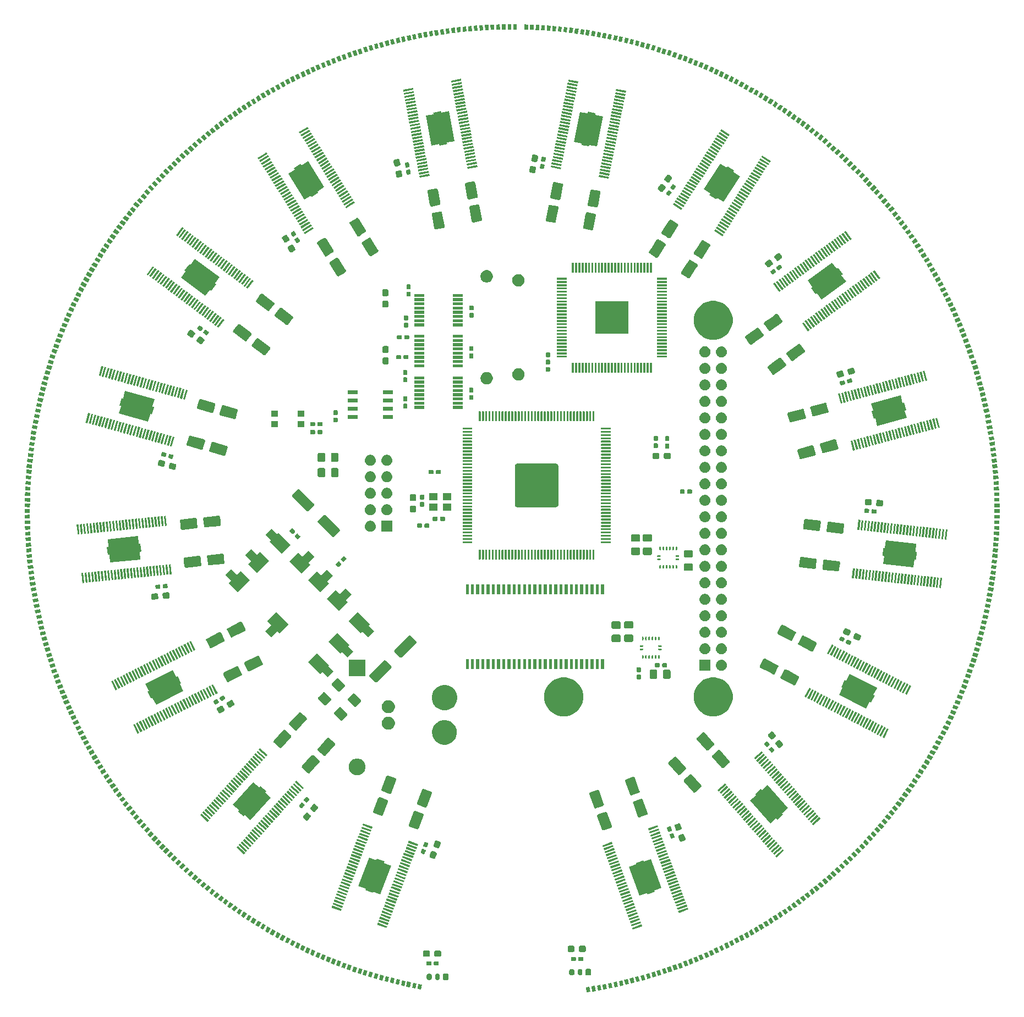
<source format=gbr>
G04 #@! TF.GenerationSoftware,KiCad,Pcbnew,(5.1.2)-1*
G04 #@! TF.CreationDate,2019-06-19T21:40:15-04:00*
G04 #@! TF.ProjectId,flicker,666c6963-6b65-4722-9e6b-696361645f70,rev?*
G04 #@! TF.SameCoordinates,Original*
G04 #@! TF.FileFunction,Soldermask,Top*
G04 #@! TF.FilePolarity,Negative*
%FSLAX46Y46*%
G04 Gerber Fmt 4.6, Leading zero omitted, Abs format (unit mm)*
G04 Created by KiCad (PCBNEW (5.1.2)-1) date 2019-06-19 21:40:15*
%MOMM*%
%LPD*%
G04 APERTURE LIST*
%ADD10C,0.100000*%
G04 APERTURE END LIST*
D10*
G36*
X120524954Y-173657314D02*
G01*
X119982239Y-173746537D01*
X119852460Y-172957134D01*
X120395175Y-172867911D01*
X120524954Y-173657314D01*
X120524954Y-173657314D01*
G37*
G36*
X121363695Y-173519425D02*
G01*
X120820980Y-173608648D01*
X120691201Y-172819245D01*
X121233916Y-172730022D01*
X121363695Y-173519425D01*
X121363695Y-173519425D01*
G37*
G36*
X122237620Y-173358857D02*
G01*
X121697119Y-173460635D01*
X121549078Y-172674451D01*
X122089579Y-172572673D01*
X122237620Y-173358857D01*
X122237620Y-173358857D01*
G37*
G36*
X123072940Y-173201564D02*
G01*
X122532439Y-173303342D01*
X122384398Y-172517158D01*
X122924899Y-172415380D01*
X123072940Y-173201564D01*
X123072940Y-173201564D01*
G37*
G36*
X94617704Y-172518380D02*
G01*
X94460562Y-173302795D01*
X93921276Y-173194760D01*
X94078418Y-172410345D01*
X94617704Y-172518380D01*
X94617704Y-172518380D01*
G37*
G36*
X93784264Y-172351417D02*
G01*
X93627122Y-173135832D01*
X93087836Y-173027797D01*
X93244978Y-172243382D01*
X93784264Y-172351417D01*
X93784264Y-172351417D01*
G37*
G36*
X123942907Y-173020781D02*
G01*
X123673908Y-173077920D01*
X123404911Y-173135059D01*
X123404910Y-173135059D01*
X123238687Y-172352519D01*
X123776683Y-172238241D01*
X123776684Y-172238241D01*
X123942907Y-173020781D01*
X123942907Y-173020781D01*
G37*
G36*
X124774356Y-172844170D02*
G01*
X124662588Y-172867911D01*
X124236360Y-172958448D01*
X124236359Y-172958448D01*
X124070136Y-172175908D01*
X124608132Y-172061630D01*
X124608133Y-172061630D01*
X124774356Y-172844170D01*
X124774356Y-172844170D01*
G37*
G36*
X92931939Y-172176888D02*
G01*
X92756658Y-172957450D01*
X92756657Y-172957450D01*
X92220021Y-172836944D01*
X92395302Y-172056382D01*
X92395303Y-172056382D01*
X92931939Y-172176888D01*
X92931939Y-172176888D01*
G37*
G36*
X91797619Y-171922168D02*
G01*
X92102592Y-171990652D01*
X91927311Y-172771214D01*
X91927310Y-172771214D01*
X91390674Y-172650708D01*
X91565955Y-171870146D01*
X91565956Y-171870146D01*
X91797619Y-171922168D01*
X91797619Y-171922168D01*
G37*
G36*
X125639901Y-172643273D02*
G01*
X125639900Y-172643273D01*
X125639900Y-172643274D01*
X125104697Y-172769990D01*
X124920381Y-171991513D01*
X124920382Y-171991513D01*
X124920382Y-171991512D01*
X125455585Y-171864796D01*
X125639901Y-172643273D01*
X125639901Y-172643273D01*
G37*
G36*
X126467033Y-172447437D02*
G01*
X126467032Y-172447437D01*
X126467032Y-172447438D01*
X125931829Y-172574154D01*
X125747513Y-171795677D01*
X125747514Y-171795677D01*
X125747514Y-171795676D01*
X126282717Y-171668960D01*
X126467033Y-172447437D01*
X126467033Y-172447437D01*
G37*
G36*
X91249271Y-171795102D02*
G01*
X91254543Y-171796415D01*
X91061218Y-172572704D01*
X91061217Y-172572704D01*
X90527519Y-172439793D01*
X90545991Y-172365620D01*
X90720844Y-171663504D01*
X90720845Y-171663504D01*
X91249271Y-171795102D01*
X91249271Y-171795102D01*
G37*
G36*
X90293928Y-171557185D02*
G01*
X90429735Y-171591006D01*
X90236410Y-172367295D01*
X90236409Y-172367295D01*
X89702711Y-172234384D01*
X89763195Y-171991513D01*
X89896036Y-171458095D01*
X89896037Y-171458095D01*
X90293928Y-171557185D01*
X90293928Y-171557185D01*
G37*
G36*
X127327687Y-172226532D02*
G01*
X126795565Y-172365620D01*
X126593255Y-171591624D01*
X127125377Y-171452536D01*
X127327687Y-172226532D01*
X127327687Y-172226532D01*
G37*
G36*
X128150059Y-172011578D02*
G01*
X127617937Y-172150666D01*
X127415627Y-171376670D01*
X127947749Y-171237582D01*
X128150059Y-172011578D01*
X128150059Y-172011578D01*
G37*
G36*
X89586417Y-171377166D02*
G01*
X89375149Y-172148767D01*
X88844673Y-172003520D01*
X89055941Y-171231919D01*
X89586417Y-171377166D01*
X89586417Y-171377166D01*
G37*
G36*
X88766592Y-171152695D02*
G01*
X88555324Y-171924296D01*
X88024848Y-171779049D01*
X88236116Y-171007448D01*
X88766592Y-171152695D01*
X88766592Y-171152695D01*
G37*
G36*
X129005187Y-171770171D02*
G01*
X129005362Y-171770784D01*
X128476606Y-171922168D01*
X128256410Y-171153069D01*
X128256410Y-171153068D01*
X128785166Y-171001684D01*
X129005187Y-171770171D01*
X129005187Y-171770171D01*
G37*
G36*
X95824818Y-170841992D02*
G01*
X95908608Y-170867409D01*
X95985824Y-170908682D01*
X96053509Y-170964231D01*
X96109058Y-171031916D01*
X96150331Y-171109132D01*
X96175748Y-171192923D01*
X96182180Y-171258230D01*
X96182180Y-171408091D01*
X96175748Y-171473398D01*
X96150331Y-171557188D01*
X96109058Y-171634404D01*
X96053509Y-171702089D01*
X95985824Y-171757638D01*
X95908607Y-171798911D01*
X95824817Y-171824328D01*
X95737680Y-171832910D01*
X95650542Y-171824328D01*
X95566752Y-171798911D01*
X95489536Y-171757638D01*
X95421851Y-171702089D01*
X95366302Y-171634404D01*
X95325029Y-171557187D01*
X95299612Y-171473397D01*
X95293180Y-171408090D01*
X95293180Y-171258229D01*
X95299612Y-171192922D01*
X95325029Y-171109132D01*
X95366302Y-171031916D01*
X95421850Y-170964231D01*
X95489537Y-170908682D01*
X95566753Y-170867409D01*
X95650543Y-170841992D01*
X95737680Y-170833410D01*
X95824818Y-170841992D01*
X95824818Y-170841992D01*
G37*
G36*
X97079879Y-170840889D02*
G01*
X97149304Y-170861949D01*
X97149307Y-170861950D01*
X97173387Y-170874821D01*
X97213287Y-170896148D01*
X97233169Y-170912465D01*
X97269368Y-170942172D01*
X97289064Y-170966173D01*
X97315392Y-170998253D01*
X97328853Y-171023438D01*
X97349590Y-171062233D01*
X97349591Y-171062236D01*
X97370651Y-171131661D01*
X97375980Y-171185767D01*
X97375980Y-171480553D01*
X97370651Y-171534659D01*
X97353558Y-171591006D01*
X97349590Y-171604087D01*
X97341523Y-171619178D01*
X97315392Y-171668067D01*
X97308475Y-171676495D01*
X97269368Y-171724148D01*
X97228687Y-171757532D01*
X97213286Y-171770172D01*
X97173386Y-171791499D01*
X97149306Y-171804370D01*
X97149303Y-171804371D01*
X97079878Y-171825431D01*
X97007680Y-171832542D01*
X96935481Y-171825431D01*
X96866056Y-171804371D01*
X96866053Y-171804370D01*
X96841973Y-171791499D01*
X96802073Y-171770172D01*
X96786799Y-171757636D01*
X96745992Y-171724148D01*
X96706886Y-171676495D01*
X96699968Y-171668066D01*
X96665771Y-171604087D01*
X96665770Y-171604086D01*
X96661802Y-171591006D01*
X96644709Y-171534658D01*
X96639380Y-171480552D01*
X96639380Y-171185767D01*
X96644709Y-171131661D01*
X96665769Y-171062236D01*
X96665770Y-171062233D01*
X96673837Y-171047142D01*
X96699968Y-170998253D01*
X96726297Y-170966173D01*
X96745993Y-170942172D01*
X96782192Y-170912465D01*
X96802074Y-170896148D01*
X96841974Y-170874821D01*
X96866054Y-170861950D01*
X96866057Y-170861949D01*
X96935482Y-170840889D01*
X97007680Y-170833778D01*
X97079879Y-170840889D01*
X97079879Y-170840889D01*
G37*
G36*
X98567915Y-170839424D02*
G01*
X98603819Y-170850315D01*
X98636918Y-170868007D01*
X98665926Y-170891814D01*
X98689733Y-170920822D01*
X98707425Y-170953921D01*
X98718316Y-170989825D01*
X98722180Y-171029054D01*
X98722180Y-171637266D01*
X98718316Y-171676495D01*
X98707425Y-171712399D01*
X98689733Y-171745498D01*
X98665926Y-171774506D01*
X98636918Y-171798313D01*
X98603819Y-171816005D01*
X98567915Y-171826896D01*
X98528686Y-171830760D01*
X98026674Y-171830760D01*
X97987445Y-171826896D01*
X97951541Y-171816005D01*
X97918442Y-171798313D01*
X97889434Y-171774506D01*
X97865627Y-171745498D01*
X97847935Y-171712399D01*
X97837044Y-171676495D01*
X97833180Y-171637266D01*
X97833180Y-171029054D01*
X97837044Y-170989825D01*
X97847935Y-170953921D01*
X97865627Y-170920822D01*
X97889434Y-170891814D01*
X97918442Y-170868007D01*
X97951541Y-170850315D01*
X97987445Y-170839424D01*
X98026674Y-170835560D01*
X98528686Y-170835560D01*
X98567915Y-170839424D01*
X98567915Y-170839424D01*
G37*
G36*
X129821910Y-171534659D02*
G01*
X129822530Y-171536827D01*
X129293774Y-171688211D01*
X129249812Y-171534660D01*
X129073578Y-170919112D01*
X129073578Y-170919111D01*
X129602334Y-170767727D01*
X129821910Y-171534659D01*
X129821910Y-171534659D01*
G37*
G36*
X87928455Y-170919363D02*
G01*
X87699360Y-171685860D01*
X87172393Y-171528357D01*
X87401488Y-170761860D01*
X87928455Y-170919363D01*
X87928455Y-170919363D01*
G37*
G36*
X87114053Y-170675951D02*
G01*
X86884958Y-171442448D01*
X86357991Y-171284945D01*
X86587086Y-170518448D01*
X87114053Y-170675951D01*
X87114053Y-170675951D01*
G37*
G36*
X130672023Y-171276273D02*
G01*
X130146918Y-171439872D01*
X129908955Y-170676083D01*
X130434060Y-170512484D01*
X130672023Y-171276273D01*
X130672023Y-171276273D01*
G37*
G36*
X131483549Y-171023438D02*
G01*
X130958444Y-171187037D01*
X130720481Y-170423248D01*
X131245586Y-170259649D01*
X131483549Y-171023438D01*
X131483549Y-171023438D01*
G37*
G36*
X86281548Y-170423257D02*
G01*
X86034750Y-171184237D01*
X85511576Y-171014563D01*
X85758374Y-170253583D01*
X86281548Y-170423257D01*
X86281548Y-170423257D01*
G37*
G36*
X117767878Y-170125712D02*
G01*
X117851668Y-170151129D01*
X117928884Y-170192402D01*
X117996569Y-170247951D01*
X118052118Y-170315636D01*
X118093391Y-170392852D01*
X118118808Y-170476643D01*
X118125240Y-170541950D01*
X118125240Y-170691811D01*
X118118808Y-170757118D01*
X118093391Y-170840908D01*
X118052118Y-170918124D01*
X117996569Y-170985809D01*
X117928884Y-171041358D01*
X117851667Y-171082631D01*
X117767877Y-171108048D01*
X117680740Y-171116630D01*
X117593602Y-171108048D01*
X117509812Y-171082631D01*
X117432596Y-171041358D01*
X117364911Y-170985809D01*
X117309362Y-170918124D01*
X117268089Y-170840907D01*
X117242672Y-170757117D01*
X117236240Y-170691810D01*
X117236240Y-170541949D01*
X117242672Y-170476642D01*
X117268089Y-170392852D01*
X117309362Y-170315636D01*
X117364910Y-170247951D01*
X117432597Y-170192402D01*
X117509813Y-170151129D01*
X117593603Y-170125712D01*
X117680740Y-170117130D01*
X117767878Y-170125712D01*
X117767878Y-170125712D01*
G37*
G36*
X119022939Y-170124609D02*
G01*
X119092364Y-170145669D01*
X119092367Y-170145670D01*
X119116447Y-170158541D01*
X119156347Y-170179868D01*
X119176229Y-170196185D01*
X119212428Y-170225892D01*
X119242135Y-170262091D01*
X119258452Y-170281973D01*
X119274915Y-170312774D01*
X119292650Y-170345953D01*
X119292651Y-170345956D01*
X119313711Y-170415381D01*
X119319040Y-170469487D01*
X119319040Y-170764273D01*
X119313711Y-170818379D01*
X119298838Y-170867409D01*
X119292650Y-170887807D01*
X119288191Y-170896149D01*
X119258452Y-170951787D01*
X119251535Y-170960215D01*
X119212428Y-171007868D01*
X119171747Y-171041252D01*
X119156346Y-171053892D01*
X119116446Y-171075219D01*
X119092366Y-171088090D01*
X119092363Y-171088091D01*
X119022938Y-171109151D01*
X118950740Y-171116262D01*
X118878541Y-171109151D01*
X118809116Y-171088091D01*
X118809113Y-171088090D01*
X118785033Y-171075219D01*
X118745133Y-171053892D01*
X118729859Y-171041356D01*
X118689052Y-171007868D01*
X118655668Y-170967187D01*
X118643028Y-170951786D01*
X118616897Y-170902898D01*
X118608830Y-170887806D01*
X118600987Y-170861950D01*
X118587769Y-170818378D01*
X118582440Y-170764272D01*
X118582440Y-170469487D01*
X118587769Y-170415381D01*
X118608829Y-170345956D01*
X118608830Y-170345953D01*
X118616897Y-170330862D01*
X118643028Y-170281973D01*
X118669357Y-170249893D01*
X118689053Y-170225892D01*
X118725252Y-170196185D01*
X118745134Y-170179868D01*
X118785034Y-170158541D01*
X118809114Y-170145670D01*
X118809117Y-170145669D01*
X118878542Y-170124609D01*
X118950740Y-170117498D01*
X119022939Y-170124609D01*
X119022939Y-170124609D01*
G37*
G36*
X120510975Y-170123144D02*
G01*
X120546879Y-170134035D01*
X120579978Y-170151727D01*
X120608986Y-170175534D01*
X120632793Y-170204542D01*
X120650485Y-170237641D01*
X120661376Y-170273545D01*
X120665240Y-170312774D01*
X120665240Y-170920986D01*
X120661376Y-170960215D01*
X120650485Y-170996119D01*
X120632793Y-171029218D01*
X120608986Y-171058226D01*
X120579978Y-171082033D01*
X120546879Y-171099725D01*
X120510975Y-171110616D01*
X120471746Y-171114480D01*
X119969734Y-171114480D01*
X119930505Y-171110616D01*
X119894601Y-171099725D01*
X119861502Y-171082033D01*
X119832494Y-171058226D01*
X119808687Y-171029218D01*
X119790995Y-170996119D01*
X119780104Y-170960215D01*
X119776240Y-170920986D01*
X119776240Y-170312774D01*
X119780104Y-170273545D01*
X119790995Y-170237641D01*
X119808687Y-170204542D01*
X119832494Y-170175534D01*
X119861502Y-170151727D01*
X119894601Y-170134035D01*
X119930505Y-170123144D01*
X119969734Y-170119280D01*
X120471746Y-170119280D01*
X120510975Y-170123144D01*
X120510975Y-170123144D01*
G37*
G36*
X85473007Y-170161033D02*
G01*
X85226209Y-170922013D01*
X84703035Y-170752339D01*
X84949833Y-169991359D01*
X85473007Y-170161033D01*
X85473007Y-170161033D01*
G37*
G36*
X132235205Y-170471687D02*
G01*
X132309425Y-170691809D01*
X132326774Y-170743265D01*
X131947285Y-170871218D01*
X131805602Y-170918990D01*
X131805601Y-170918990D01*
X131602166Y-170315636D01*
X131550000Y-170160922D01*
X131550000Y-170160921D01*
X131939757Y-170029506D01*
X132071172Y-169985196D01*
X132071173Y-169985196D01*
X132235205Y-170471687D01*
X132235205Y-170471687D01*
G37*
G36*
X133058683Y-170253583D02*
G01*
X133131484Y-170469497D01*
X133132222Y-170471688D01*
X132742465Y-170603103D01*
X132611050Y-170647413D01*
X132611049Y-170647413D01*
X132355448Y-169889344D01*
X132745205Y-169757929D01*
X132876620Y-169713619D01*
X132876621Y-169713619D01*
X133058683Y-170253583D01*
X133058683Y-170253583D01*
G37*
G36*
X84646584Y-169889111D02*
G01*
X84646584Y-169889112D01*
X84445852Y-170462413D01*
X84382214Y-170644167D01*
X83863114Y-170462413D01*
X83876824Y-170423257D01*
X84127484Y-169707357D01*
X84646584Y-169889111D01*
X84646584Y-169889111D01*
G37*
G36*
X83844338Y-169608218D02*
G01*
X83844338Y-169608219D01*
X83643606Y-170181520D01*
X83579968Y-170363274D01*
X83060868Y-170181520D01*
X83064186Y-170172045D01*
X83325238Y-169426464D01*
X83844338Y-169608218D01*
X83844338Y-169608218D01*
G37*
G36*
X133968727Y-170172045D02*
G01*
X133451767Y-170359804D01*
X133178663Y-169607863D01*
X133695623Y-169420104D01*
X133968727Y-170172045D01*
X133968727Y-170172045D01*
G37*
G36*
X134767664Y-169881873D02*
G01*
X134250704Y-170069632D01*
X133977600Y-169317691D01*
X134494560Y-169129932D01*
X134767664Y-169881873D01*
X134767664Y-169881873D01*
G37*
G36*
X82826728Y-169242801D02*
G01*
X83024440Y-169317214D01*
X83024440Y-169317215D01*
X83024441Y-169317215D01*
X82742640Y-170065940D01*
X82425604Y-169946615D01*
X82227892Y-169872202D01*
X82227892Y-169872201D01*
X82227891Y-169872201D01*
X82509692Y-169123476D01*
X82826728Y-169242801D01*
X82826728Y-169242801D01*
G37*
G36*
X81986280Y-168926478D02*
G01*
X82228920Y-169017801D01*
X82228920Y-169017802D01*
X82228921Y-169017802D01*
X81947120Y-169766527D01*
X81630084Y-169647202D01*
X81432372Y-169572789D01*
X81432372Y-169572788D01*
X81432371Y-169572788D01*
X81714172Y-168824063D01*
X81986280Y-168926478D01*
X81986280Y-168926478D01*
G37*
G36*
X135596997Y-169562922D02*
G01*
X135084529Y-169762612D01*
X134794071Y-169017204D01*
X135306539Y-168817514D01*
X135596997Y-169562922D01*
X135596997Y-169562922D01*
G37*
G36*
X95947276Y-168951030D02*
G01*
X95973678Y-168959039D01*
X95998016Y-168972048D01*
X96019347Y-168989553D01*
X96036852Y-169010884D01*
X96049861Y-169035222D01*
X96057870Y-169061624D01*
X96060760Y-169090966D01*
X96060760Y-169445314D01*
X96057870Y-169474656D01*
X96049861Y-169501058D01*
X96036852Y-169525396D01*
X96019347Y-169546727D01*
X95998016Y-169564232D01*
X95973678Y-169577241D01*
X95947276Y-169585250D01*
X95917934Y-169588140D01*
X95453586Y-169588140D01*
X95424244Y-169585250D01*
X95397842Y-169577241D01*
X95373504Y-169564232D01*
X95352173Y-169546727D01*
X95334668Y-169525396D01*
X95321659Y-169501058D01*
X95313650Y-169474656D01*
X95310760Y-169445314D01*
X95310760Y-169090966D01*
X95313650Y-169061624D01*
X95321659Y-169035222D01*
X95334668Y-169010884D01*
X95352173Y-168989553D01*
X95373504Y-168972048D01*
X95397842Y-168959039D01*
X95424244Y-168951030D01*
X95453586Y-168948140D01*
X95917934Y-168948140D01*
X95947276Y-168951030D01*
X95947276Y-168951030D01*
G37*
G36*
X97077276Y-168951030D02*
G01*
X97103678Y-168959039D01*
X97128016Y-168972048D01*
X97149347Y-168989553D01*
X97166852Y-169010884D01*
X97179861Y-169035222D01*
X97187870Y-169061624D01*
X97190760Y-169090966D01*
X97190760Y-169445314D01*
X97187870Y-169474656D01*
X97179861Y-169501058D01*
X97166852Y-169525396D01*
X97149347Y-169546727D01*
X97128016Y-169564232D01*
X97103678Y-169577241D01*
X97077276Y-169585250D01*
X97047934Y-169588140D01*
X96583586Y-169588140D01*
X96554244Y-169585250D01*
X96527842Y-169577241D01*
X96503504Y-169564232D01*
X96482173Y-169546727D01*
X96464668Y-169525396D01*
X96451659Y-169501058D01*
X96443650Y-169474656D01*
X96440760Y-169445314D01*
X96440760Y-169090966D01*
X96443650Y-169061624D01*
X96451659Y-169035222D01*
X96464668Y-169010884D01*
X96482173Y-168989553D01*
X96503504Y-168972048D01*
X96527842Y-168959039D01*
X96554244Y-168951030D01*
X96583586Y-168948140D01*
X97047934Y-168948140D01*
X97077276Y-168951030D01*
X97077276Y-168951030D01*
G37*
G36*
X136388994Y-169254310D02*
G01*
X135876526Y-169454000D01*
X135586068Y-168708592D01*
X136098536Y-168508902D01*
X136388994Y-169254310D01*
X136388994Y-169254310D01*
G37*
G36*
X81415988Y-168707872D02*
G01*
X81116909Y-169449865D01*
X80606788Y-169244248D01*
X80905867Y-168502255D01*
X81415988Y-168707872D01*
X81415988Y-168707872D01*
G37*
G36*
X80627622Y-168390102D02*
G01*
X80328543Y-169132095D01*
X79818422Y-168926478D01*
X80117501Y-168184485D01*
X80627622Y-168390102D01*
X80627622Y-168390102D01*
G37*
G36*
X137210714Y-168916223D02*
G01*
X136703012Y-169127737D01*
X136395354Y-168389261D01*
X136903056Y-168177747D01*
X137210714Y-168916223D01*
X137210714Y-168916223D01*
G37*
G36*
X118195136Y-168265230D02*
G01*
X118221538Y-168273239D01*
X118245876Y-168286248D01*
X118267207Y-168303753D01*
X118284712Y-168325084D01*
X118297721Y-168349422D01*
X118305730Y-168375824D01*
X118308620Y-168405166D01*
X118308620Y-168759514D01*
X118305730Y-168788856D01*
X118297721Y-168815258D01*
X118284712Y-168839596D01*
X118267207Y-168860927D01*
X118245876Y-168878432D01*
X118221538Y-168891441D01*
X118195136Y-168899450D01*
X118165794Y-168902340D01*
X117701446Y-168902340D01*
X117672104Y-168899450D01*
X117645702Y-168891441D01*
X117621364Y-168878432D01*
X117600033Y-168860927D01*
X117582528Y-168839596D01*
X117569519Y-168815258D01*
X117561510Y-168788856D01*
X117558620Y-168759514D01*
X117558620Y-168405166D01*
X117561510Y-168375824D01*
X117569519Y-168349422D01*
X117582528Y-168325084D01*
X117600033Y-168303753D01*
X117621364Y-168286248D01*
X117645702Y-168273239D01*
X117672104Y-168265230D01*
X117701446Y-168262340D01*
X118165794Y-168262340D01*
X118195136Y-168265230D01*
X118195136Y-168265230D01*
G37*
G36*
X119325136Y-168265230D02*
G01*
X119351538Y-168273239D01*
X119375876Y-168286248D01*
X119397207Y-168303753D01*
X119414712Y-168325084D01*
X119427721Y-168349422D01*
X119435730Y-168375824D01*
X119438620Y-168405166D01*
X119438620Y-168759514D01*
X119435730Y-168788856D01*
X119427721Y-168815258D01*
X119414712Y-168839596D01*
X119397207Y-168860927D01*
X119375876Y-168878432D01*
X119351538Y-168891441D01*
X119325136Y-168899450D01*
X119295794Y-168902340D01*
X118831446Y-168902340D01*
X118802104Y-168899450D01*
X118775702Y-168891441D01*
X118751364Y-168878432D01*
X118730033Y-168860927D01*
X118712528Y-168839596D01*
X118699519Y-168815258D01*
X118691510Y-168788856D01*
X118688620Y-168759514D01*
X118688620Y-168405166D01*
X118691510Y-168375824D01*
X118699519Y-168349422D01*
X118712528Y-168325084D01*
X118730033Y-168303753D01*
X118751364Y-168286248D01*
X118775702Y-168273239D01*
X118802104Y-168265230D01*
X118831446Y-168262340D01*
X119295794Y-168262340D01*
X119325136Y-168265230D01*
X119325136Y-168265230D01*
G37*
G36*
X137995344Y-168589337D02*
G01*
X137487642Y-168800851D01*
X137179984Y-168062375D01*
X137687686Y-167850861D01*
X137995344Y-168589337D01*
X137995344Y-168589337D01*
G37*
G36*
X79417458Y-167887309D02*
G01*
X79822090Y-168061414D01*
X79505894Y-168796275D01*
X79505893Y-168796275D01*
X79024956Y-168589337D01*
X79000676Y-168578890D01*
X79316872Y-167844029D01*
X79316873Y-167844029D01*
X79417458Y-167887309D01*
X79417458Y-167887309D01*
G37*
G36*
X78788691Y-167616763D02*
G01*
X79041300Y-167725456D01*
X78725104Y-168460317D01*
X78725103Y-168460317D01*
X78410813Y-168325084D01*
X78219886Y-168242932D01*
X78536082Y-167508071D01*
X78536083Y-167508071D01*
X78788691Y-167616763D01*
X78788691Y-167616763D01*
G37*
G36*
X138797799Y-168207054D02*
G01*
X138809007Y-168232294D01*
X138306344Y-168455519D01*
X137981653Y-167724373D01*
X137981653Y-167724372D01*
X138484316Y-167501147D01*
X138797799Y-168207054D01*
X138797799Y-168207054D01*
G37*
G36*
X97408852Y-167301459D02*
G01*
X97449797Y-167313880D01*
X97487532Y-167334049D01*
X97520607Y-167361193D01*
X97547751Y-167394268D01*
X97567920Y-167432003D01*
X97580341Y-167472948D01*
X97584720Y-167517407D01*
X97584720Y-168026753D01*
X97580341Y-168071212D01*
X97567920Y-168112157D01*
X97547751Y-168149892D01*
X97520607Y-168182967D01*
X97487532Y-168210111D01*
X97449797Y-168230280D01*
X97408852Y-168242701D01*
X97364393Y-168247080D01*
X96755047Y-168247080D01*
X96710588Y-168242701D01*
X96669643Y-168230280D01*
X96631908Y-168210111D01*
X96598833Y-168182967D01*
X96571689Y-168149892D01*
X96551520Y-168112157D01*
X96539099Y-168071212D01*
X96534720Y-168026753D01*
X96534720Y-167517407D01*
X96539099Y-167472948D01*
X96551520Y-167432003D01*
X96571689Y-167394268D01*
X96598833Y-167361193D01*
X96631908Y-167334049D01*
X96669643Y-167313880D01*
X96710588Y-167301459D01*
X96755047Y-167297080D01*
X97364393Y-167297080D01*
X97408852Y-167301459D01*
X97408852Y-167301459D01*
G37*
G36*
X95658852Y-167301459D02*
G01*
X95699797Y-167313880D01*
X95737532Y-167334049D01*
X95770607Y-167361193D01*
X95797751Y-167394268D01*
X95817920Y-167432003D01*
X95830341Y-167472948D01*
X95834720Y-167517407D01*
X95834720Y-168026753D01*
X95830341Y-168071212D01*
X95817920Y-168112157D01*
X95797751Y-168149892D01*
X95770607Y-168182967D01*
X95737532Y-168210111D01*
X95699797Y-168230280D01*
X95658852Y-168242701D01*
X95614393Y-168247080D01*
X95005047Y-168247080D01*
X94960588Y-168242701D01*
X94919643Y-168230280D01*
X94881908Y-168210111D01*
X94848833Y-168182967D01*
X94821689Y-168149892D01*
X94801520Y-168112157D01*
X94789099Y-168071212D01*
X94784720Y-168026753D01*
X94784720Y-167517407D01*
X94789099Y-167472948D01*
X94801520Y-167432003D01*
X94821689Y-167394268D01*
X94848833Y-167361193D01*
X94881908Y-167334049D01*
X94919643Y-167313880D01*
X94960588Y-167301459D01*
X95005047Y-167297080D01*
X95614393Y-167297080D01*
X95658852Y-167301459D01*
X95658852Y-167301459D01*
G37*
G36*
X139513493Y-167724372D02*
G01*
X139585850Y-167887309D01*
X139083187Y-168110534D01*
X138758496Y-167379388D01*
X138758496Y-167379387D01*
X139261159Y-167156162D01*
X139513493Y-167724372D01*
X139513493Y-167724372D01*
G37*
G36*
X78243603Y-167378184D02*
G01*
X77910459Y-168105518D01*
X77410417Y-167876482D01*
X77743561Y-167149148D01*
X78243603Y-167378184D01*
X78243603Y-167378184D01*
G37*
G36*
X77470810Y-167024219D02*
G01*
X77137666Y-167751553D01*
X76637624Y-167522517D01*
X76970768Y-166795183D01*
X77470810Y-167024219D01*
X77470810Y-167024219D01*
G37*
G36*
X140391019Y-167511504D02*
G01*
X139893664Y-167746320D01*
X139552113Y-167022896D01*
X140049468Y-166788080D01*
X140391019Y-167511504D01*
X140391019Y-167511504D01*
G37*
G36*
X117909252Y-166562319D02*
G01*
X117950197Y-166574740D01*
X117987932Y-166594909D01*
X118021007Y-166622053D01*
X118048151Y-166655128D01*
X118068320Y-166692863D01*
X118080741Y-166733808D01*
X118085120Y-166778267D01*
X118085120Y-167287613D01*
X118080741Y-167332072D01*
X118068320Y-167373017D01*
X118048151Y-167410752D01*
X118021007Y-167443827D01*
X117987932Y-167470971D01*
X117950197Y-167491140D01*
X117909252Y-167503561D01*
X117864793Y-167507940D01*
X117255447Y-167507940D01*
X117210988Y-167503561D01*
X117170043Y-167491140D01*
X117132308Y-167470971D01*
X117099233Y-167443827D01*
X117072089Y-167410752D01*
X117051920Y-167373017D01*
X117039499Y-167332072D01*
X117035120Y-167287613D01*
X117035120Y-166778267D01*
X117039499Y-166733808D01*
X117051920Y-166692863D01*
X117072089Y-166655128D01*
X117099233Y-166622053D01*
X117132308Y-166594909D01*
X117170043Y-166574740D01*
X117210988Y-166562319D01*
X117255447Y-166557940D01*
X117864793Y-166557940D01*
X117909252Y-166562319D01*
X117909252Y-166562319D01*
G37*
G36*
X119659252Y-166562319D02*
G01*
X119700197Y-166574740D01*
X119737932Y-166594909D01*
X119771007Y-166622053D01*
X119798151Y-166655128D01*
X119818320Y-166692863D01*
X119830741Y-166733808D01*
X119835120Y-166778267D01*
X119835120Y-167287613D01*
X119830741Y-167332072D01*
X119818320Y-167373017D01*
X119798151Y-167410752D01*
X119771007Y-167443827D01*
X119737932Y-167470971D01*
X119700197Y-167491140D01*
X119659252Y-167503561D01*
X119614793Y-167507940D01*
X119005447Y-167507940D01*
X118960988Y-167503561D01*
X118920043Y-167491140D01*
X118882308Y-167470971D01*
X118849233Y-167443827D01*
X118822089Y-167410752D01*
X118801920Y-167373017D01*
X118789499Y-167332072D01*
X118785120Y-167287613D01*
X118785120Y-166778267D01*
X118789499Y-166733808D01*
X118801920Y-166692863D01*
X118822089Y-166655128D01*
X118849233Y-166622053D01*
X118882308Y-166594909D01*
X118920043Y-166574740D01*
X118960988Y-166562319D01*
X119005447Y-166557940D01*
X119614793Y-166557940D01*
X119659252Y-166562319D01*
X119659252Y-166562319D01*
G37*
G36*
X141159658Y-167148606D02*
G01*
X140662303Y-167383422D01*
X140320752Y-166659998D01*
X140818107Y-166425182D01*
X141159658Y-167148606D01*
X141159658Y-167148606D01*
G37*
G36*
X76681378Y-166658552D02*
G01*
X76681378Y-166658553D01*
X76515052Y-167000519D01*
X76333876Y-167373017D01*
X76331466Y-167377970D01*
X76331466Y-167377971D01*
X75836866Y-167137406D01*
X75892562Y-167022896D01*
X76047398Y-166704553D01*
X76186778Y-166417987D01*
X76681378Y-166658552D01*
X76681378Y-166658552D01*
G37*
G36*
X75916997Y-166286770D02*
G01*
X75916997Y-166286771D01*
X75853175Y-166417988D01*
X75569843Y-167000519D01*
X75567085Y-167006188D01*
X75567085Y-167006189D01*
X75072485Y-166765624D01*
X75078023Y-166754238D01*
X75247441Y-166405914D01*
X75422397Y-166046205D01*
X75916997Y-166286770D01*
X75916997Y-166286770D01*
G37*
G36*
X141889700Y-166622053D02*
G01*
X141955898Y-166754238D01*
X141464121Y-167000519D01*
X141464120Y-167000519D01*
X141105894Y-166285206D01*
X141226871Y-166224621D01*
X141597671Y-166038925D01*
X141597672Y-166038925D01*
X141889700Y-166622053D01*
X141889700Y-166622053D01*
G37*
G36*
X142672424Y-166286770D02*
G01*
X142715919Y-166373622D01*
X142224142Y-166619903D01*
X142224141Y-166619903D01*
X141865915Y-165904590D01*
X142034045Y-165820391D01*
X142357692Y-165658309D01*
X142357693Y-165658309D01*
X142672424Y-166286770D01*
X142672424Y-166286770D01*
G37*
G36*
X75136252Y-165902906D02*
G01*
X74769759Y-166614020D01*
X74280868Y-166362056D01*
X74647361Y-165650942D01*
X75136252Y-165902906D01*
X75136252Y-165902906D01*
G37*
G36*
X74380693Y-165513507D02*
G01*
X74014200Y-166224621D01*
X73525309Y-165972657D01*
X73891802Y-165261543D01*
X74380693Y-165513507D01*
X74380693Y-165513507D01*
G37*
G36*
X143502807Y-165960908D02*
G01*
X143016869Y-166218521D01*
X142642159Y-165511702D01*
X143128097Y-165254089D01*
X143502807Y-165960908D01*
X143502807Y-165960908D01*
G37*
G36*
X144253801Y-165562778D02*
G01*
X143767863Y-165820391D01*
X143393153Y-165113572D01*
X143879091Y-164855959D01*
X144253801Y-165562778D01*
X144253801Y-165562778D01*
G37*
G36*
X73609054Y-165111648D02*
G01*
X73226177Y-165814076D01*
X72743258Y-165550848D01*
X73126135Y-164848420D01*
X73609054Y-165111648D01*
X73609054Y-165111648D01*
G37*
G36*
X72862724Y-164704842D02*
G01*
X72479847Y-165407270D01*
X71996928Y-165144042D01*
X72379805Y-164441614D01*
X72862724Y-164704842D01*
X72862724Y-164704842D01*
G37*
G36*
X145030910Y-165131934D02*
G01*
X144551074Y-165400741D01*
X144160082Y-164702798D01*
X144639918Y-164433991D01*
X145030910Y-165131934D01*
X145030910Y-165131934D01*
G37*
G36*
X145772475Y-164716505D02*
G01*
X145292639Y-164985312D01*
X144901647Y-164287369D01*
X145381483Y-164018562D01*
X145772475Y-164716505D01*
X145772475Y-164716505D01*
G37*
G36*
X72100609Y-164285204D02*
G01*
X72100609Y-164285205D01*
X71701554Y-164978570D01*
X71224865Y-164704220D01*
X71224865Y-164704219D01*
X71623920Y-164010854D01*
X72100609Y-164285204D01*
X72100609Y-164285204D01*
G37*
G36*
X71363908Y-163861209D02*
G01*
X71363908Y-163861210D01*
X70964853Y-164554575D01*
X70488164Y-164280225D01*
X70488164Y-164280224D01*
X70887219Y-163586859D01*
X71363908Y-163861209D01*
X71363908Y-163861209D01*
G37*
G36*
X146539390Y-164267765D02*
G01*
X146258158Y-164433991D01*
X146065913Y-164547621D01*
X146065912Y-164547621D01*
X145658848Y-163858927D01*
X146004076Y-163654875D01*
X146132325Y-163579071D01*
X146132326Y-163579071D01*
X146539390Y-164267765D01*
X146539390Y-164267765D01*
G37*
G36*
X147271127Y-163835259D02*
G01*
X146974044Y-164010854D01*
X146797650Y-164115115D01*
X146797649Y-164115115D01*
X146390585Y-163426421D01*
X146756283Y-163210270D01*
X146864062Y-163146565D01*
X146864063Y-163146565D01*
X147271127Y-163835259D01*
X147271127Y-163835259D01*
G37*
G36*
X70611722Y-163424022D02*
G01*
X70196703Y-164107951D01*
X69726502Y-163822626D01*
X70141521Y-163138697D01*
X70611722Y-163424022D01*
X70611722Y-163424022D01*
G37*
G36*
X128548264Y-163523044D02*
G01*
X127091379Y-164052182D01*
X126988964Y-163770204D01*
X128445849Y-163241066D01*
X128548264Y-163523044D01*
X128548264Y-163523044D01*
G37*
G36*
X88784053Y-163364505D02*
G01*
X89281381Y-163551686D01*
X89175706Y-163832458D01*
X89175705Y-163832458D01*
X87725051Y-163286470D01*
X87753731Y-163210270D01*
X87830726Y-163005698D01*
X87830727Y-163005698D01*
X88784053Y-163364505D01*
X88784053Y-163364505D01*
G37*
G36*
X69885047Y-162983065D02*
G01*
X69470028Y-163666994D01*
X68999827Y-163381669D01*
X69414846Y-162697740D01*
X69885047Y-162983065D01*
X69885047Y-162983065D01*
G37*
G36*
X148027434Y-163368864D02*
G01*
X147560571Y-163659620D01*
X147137654Y-162980546D01*
X147604517Y-162689790D01*
X148027434Y-163368864D01*
X148027434Y-163368864D01*
G37*
G36*
X128377574Y-163053082D02*
G01*
X126920689Y-163582220D01*
X126818274Y-163300242D01*
X128275159Y-162771104D01*
X128377574Y-163053082D01*
X128377574Y-163053082D01*
G37*
G36*
X88784095Y-162830279D02*
G01*
X89457506Y-163083733D01*
X89351831Y-163364505D01*
X89351830Y-163364505D01*
X87901176Y-162818517D01*
X87928844Y-162745005D01*
X88006851Y-162537745D01*
X88006852Y-162537745D01*
X88784095Y-162830279D01*
X88784095Y-162830279D01*
G37*
G36*
X148748950Y-162919514D02*
G01*
X148282087Y-163210270D01*
X147859170Y-162531196D01*
X148326033Y-162240440D01*
X148748950Y-162919514D01*
X148748950Y-162919514D01*
G37*
G36*
X69143197Y-162528560D02*
G01*
X68712437Y-163202688D01*
X68248975Y-162906540D01*
X68679735Y-162232412D01*
X69143197Y-162528560D01*
X69143197Y-162528560D01*
G37*
G36*
X128206885Y-162583119D02*
G01*
X126750000Y-163112257D01*
X126647585Y-162830279D01*
X128104470Y-162301141D01*
X128206885Y-162583119D01*
X128206885Y-162583119D01*
G37*
G36*
X88954880Y-162360316D02*
G01*
X89633631Y-162615780D01*
X89527956Y-162896552D01*
X89527955Y-162896552D01*
X88077301Y-162350564D01*
X88182976Y-162069792D01*
X88182977Y-162069792D01*
X88954880Y-162360316D01*
X88954880Y-162360316D01*
G37*
G36*
X68426938Y-162070878D02*
G01*
X67996178Y-162745006D01*
X67532716Y-162448858D01*
X67963476Y-161774730D01*
X68426938Y-162070878D01*
X68426938Y-162070878D01*
G37*
G36*
X149494245Y-162435715D02*
G01*
X149034246Y-162737214D01*
X148595703Y-162068125D01*
X149055702Y-161766626D01*
X149494245Y-162435715D01*
X149494245Y-162435715D01*
G37*
G36*
X128036195Y-162113156D02*
G01*
X126579310Y-162642294D01*
X126476895Y-162360316D01*
X127933780Y-161831178D01*
X128036195Y-162113156D01*
X128036195Y-162113156D01*
G37*
G36*
X89717637Y-162113156D02*
G01*
X89809756Y-162147827D01*
X89704081Y-162428599D01*
X89704080Y-162428599D01*
X88253426Y-161882611D01*
X88272784Y-161831178D01*
X88359101Y-161601839D01*
X88359102Y-161601839D01*
X89717637Y-162113156D01*
X89717637Y-162113156D01*
G37*
G36*
X150205152Y-161969762D02*
G01*
X149745153Y-162271261D01*
X149306610Y-161602172D01*
X149766609Y-161300673D01*
X150205152Y-161969762D01*
X150205152Y-161969762D01*
G37*
G36*
X67695821Y-161599301D02*
G01*
X67249553Y-162263263D01*
X66793079Y-161956453D01*
X67239347Y-161292491D01*
X67695821Y-161599301D01*
X67695821Y-161599301D01*
G37*
G36*
X127865505Y-161643193D02*
G01*
X126408620Y-162172331D01*
X126306205Y-161890353D01*
X127763090Y-161361215D01*
X127865505Y-161643193D01*
X127865505Y-161643193D01*
G37*
G36*
X89486279Y-161491837D02*
G01*
X89985881Y-161679874D01*
X89880206Y-161960646D01*
X89880205Y-161960646D01*
X88429551Y-161414658D01*
X88472452Y-161300673D01*
X88535226Y-161133886D01*
X88535227Y-161133886D01*
X89486279Y-161491837D01*
X89486279Y-161491837D01*
G37*
G36*
X66990362Y-161125140D02*
G01*
X66544094Y-161789102D01*
X66087620Y-161482292D01*
X66533888Y-160818330D01*
X66990362Y-161125140D01*
X66990362Y-161125140D01*
G37*
G36*
X150939032Y-161468818D02*
G01*
X150486146Y-161780898D01*
X150486145Y-161780898D01*
X150032212Y-161122154D01*
X150229051Y-160986514D01*
X150485098Y-160810074D01*
X150485099Y-160810074D01*
X150939032Y-161468818D01*
X150939032Y-161468818D01*
G37*
G36*
X127694816Y-161173231D02*
G01*
X126237931Y-161702369D01*
X126135516Y-161420391D01*
X127592401Y-160891253D01*
X127694816Y-161173231D01*
X127694816Y-161173231D01*
G37*
G36*
X89954673Y-161133886D02*
G01*
X90162007Y-161211921D01*
X90056332Y-161492693D01*
X90056331Y-161492693D01*
X88605677Y-160946705D01*
X88653994Y-160818330D01*
X88711352Y-160665933D01*
X88711353Y-160665933D01*
X89954673Y-161133886D01*
X89954673Y-161133886D01*
G37*
G36*
X135597706Y-160962699D02*
G01*
X134140821Y-161491837D01*
X134038406Y-161209859D01*
X135495291Y-160680721D01*
X135597706Y-160962699D01*
X135597706Y-160962699D01*
G37*
G36*
X151622537Y-160962699D02*
G01*
X151638948Y-160986514D01*
X151186062Y-161298594D01*
X151186061Y-161298594D01*
X150732128Y-160639850D01*
X150960484Y-160482492D01*
X151185014Y-160327770D01*
X151185015Y-160327770D01*
X151622537Y-160962699D01*
X151622537Y-160962699D01*
G37*
G36*
X66270373Y-160636744D02*
G01*
X65808835Y-161290184D01*
X65359595Y-160972876D01*
X65821133Y-160319436D01*
X66270373Y-160636744D01*
X66270373Y-160636744D01*
G37*
G36*
X127524126Y-160703268D02*
G01*
X126067241Y-161232406D01*
X125964826Y-160950428D01*
X127421711Y-160421290D01*
X127524126Y-160703268D01*
X127524126Y-160703268D01*
G37*
G36*
X81946916Y-160791188D02*
G01*
X82262087Y-160909810D01*
X82156412Y-161190582D01*
X82156411Y-161190582D01*
X80705757Y-160644594D01*
X80738805Y-160556787D01*
X80811432Y-160363822D01*
X80811433Y-160363822D01*
X81946916Y-160791188D01*
X81946916Y-160791188D01*
G37*
G36*
X89670625Y-160492736D02*
G01*
X90338132Y-160743968D01*
X90232457Y-161024740D01*
X90232456Y-161024740D01*
X88781802Y-160478752D01*
X88841764Y-160319437D01*
X88887477Y-160197980D01*
X88887478Y-160197980D01*
X89670625Y-160492736D01*
X89670625Y-160492736D01*
G37*
G36*
X135427016Y-160492736D02*
G01*
X133970131Y-161021874D01*
X133867716Y-160739896D01*
X135324601Y-160210758D01*
X135427016Y-160492736D01*
X135427016Y-160492736D01*
G37*
G36*
X65576093Y-160146360D02*
G01*
X65114555Y-160799800D01*
X64665315Y-160482492D01*
X65126853Y-159829052D01*
X65576093Y-160146360D01*
X65576093Y-160146360D01*
G37*
G36*
X152361021Y-160468695D02*
G01*
X151915488Y-160791188D01*
X151446407Y-160143141D01*
X151891940Y-159820648D01*
X152361021Y-160468695D01*
X152361021Y-160468695D01*
G37*
G36*
X127353436Y-160233305D02*
G01*
X125896551Y-160762443D01*
X125794136Y-160480465D01*
X127251021Y-159951327D01*
X127353436Y-160233305D01*
X127353436Y-160233305D01*
G37*
G36*
X82112950Y-160319437D02*
G01*
X82438212Y-160441857D01*
X82332537Y-160722629D01*
X82332536Y-160722629D01*
X80881882Y-160176641D01*
X80893279Y-160146360D01*
X80987557Y-159895869D01*
X80987558Y-159895869D01*
X82112950Y-160319437D01*
X82112950Y-160319437D01*
G37*
G36*
X90169772Y-160146360D02*
G01*
X90514257Y-160276015D01*
X90408582Y-160556787D01*
X90408581Y-160556787D01*
X88957927Y-160010799D01*
X89001184Y-159895869D01*
X89063602Y-159730027D01*
X89063603Y-159730027D01*
X90169772Y-160146360D01*
X90169772Y-160146360D01*
G37*
G36*
X135256327Y-160022773D02*
G01*
X133799442Y-160551911D01*
X133697027Y-160269933D01*
X135153912Y-159740795D01*
X135256327Y-160022773D01*
X135256327Y-160022773D01*
G37*
G36*
X153049570Y-159970297D02*
G01*
X152604037Y-160292790D01*
X152134956Y-159644743D01*
X152580489Y-159322250D01*
X153049570Y-159970297D01*
X153049570Y-159970297D01*
G37*
G36*
X127182746Y-159763342D02*
G01*
X125725861Y-160292480D01*
X125623446Y-160010502D01*
X127080331Y-159481364D01*
X127182746Y-159763342D01*
X127182746Y-159763342D01*
G37*
G36*
X64867617Y-159641407D02*
G01*
X64391057Y-160283973D01*
X63949293Y-159956339D01*
X64425853Y-159313773D01*
X64867617Y-159641407D01*
X64867617Y-159641407D01*
G37*
G36*
X82229475Y-159829052D02*
G01*
X82614337Y-159973904D01*
X82508662Y-160254676D01*
X82508661Y-160254676D01*
X81058007Y-159708688D01*
X81116675Y-159552811D01*
X81163682Y-159427916D01*
X81163683Y-159427916D01*
X82229475Y-159829052D01*
X82229475Y-159829052D01*
G37*
G36*
X90633686Y-159786723D02*
G01*
X90690382Y-159808062D01*
X90584707Y-160088834D01*
X90584706Y-160088834D01*
X89134052Y-159542846D01*
X89177309Y-159427916D01*
X89239727Y-159262074D01*
X89239728Y-159262074D01*
X90633686Y-159786723D01*
X90633686Y-159786723D01*
G37*
G36*
X135085637Y-159552811D02*
G01*
X133628752Y-160081949D01*
X133526337Y-159799971D01*
X134983222Y-159270833D01*
X135085637Y-159552811D01*
X135085637Y-159552811D01*
G37*
G36*
X127012057Y-159293379D02*
G01*
X125555172Y-159822517D01*
X125452757Y-159540539D01*
X126909642Y-159011401D01*
X127012057Y-159293379D01*
X127012057Y-159293379D01*
G37*
G36*
X82382899Y-159352555D02*
G01*
X82790462Y-159505951D01*
X82684787Y-159786723D01*
X82684786Y-159786723D01*
X81234132Y-159240735D01*
X81273904Y-159135063D01*
X81339807Y-158959963D01*
X81339808Y-158959963D01*
X82382899Y-159352555D01*
X82382899Y-159352555D01*
G37*
G36*
X64184891Y-159135063D02*
G01*
X63708331Y-159777629D01*
X63266567Y-159449995D01*
X63743127Y-158807429D01*
X64184891Y-159135063D01*
X64184891Y-159135063D01*
G37*
G36*
X153759447Y-159435880D02*
G01*
X153759447Y-159435881D01*
X153321510Y-159768613D01*
X152837535Y-159131614D01*
X152837535Y-159131613D01*
X153275472Y-158798881D01*
X153759447Y-159435880D01*
X153759447Y-159435880D01*
G37*
G36*
X90638757Y-159254390D02*
G01*
X90866507Y-159340109D01*
X90760832Y-159620881D01*
X90760831Y-159620881D01*
X89310177Y-159074893D01*
X89367851Y-158921657D01*
X89415852Y-158794121D01*
X89415853Y-158794121D01*
X90638757Y-159254390D01*
X90638757Y-159254390D01*
G37*
G36*
X134914947Y-159082848D02*
G01*
X133458062Y-159611986D01*
X133355647Y-159330008D01*
X134812532Y-158800870D01*
X134914947Y-159082848D01*
X134914947Y-159082848D01*
G37*
G36*
X126841367Y-158823417D02*
G01*
X125384482Y-159352555D01*
X125282067Y-159070577D01*
X126738952Y-158541439D01*
X126841367Y-158823417D01*
X126841367Y-158823417D01*
G37*
G36*
X82966587Y-159037998D02*
G01*
X82860912Y-159318770D01*
X82860911Y-159318770D01*
X81410257Y-158772782D01*
X81448720Y-158670588D01*
X81515932Y-158492010D01*
X81515933Y-158492010D01*
X82966587Y-159037998D01*
X82966587Y-159037998D01*
G37*
G36*
X154436259Y-158921657D02*
G01*
X154436259Y-158921658D01*
X153998322Y-159254390D01*
X153514347Y-158617391D01*
X153514347Y-158617390D01*
X153952284Y-158284658D01*
X154436259Y-158921657D01*
X154436259Y-158921657D01*
G37*
G36*
X63296963Y-158464916D02*
G01*
X63488308Y-158613824D01*
X62996984Y-159245172D01*
X62996983Y-159245172D01*
X62562932Y-158907386D01*
X62582227Y-158882592D01*
X63054256Y-158276038D01*
X63054257Y-158276038D01*
X63296963Y-158464916D01*
X63296963Y-158464916D01*
G37*
G36*
X90646706Y-158723140D02*
G01*
X91042632Y-158872156D01*
X90936957Y-159152928D01*
X90936956Y-159152928D01*
X89486302Y-158606940D01*
X89529559Y-158492010D01*
X89591977Y-158326168D01*
X89591978Y-158326168D01*
X90646706Y-158723140D01*
X90646706Y-158723140D01*
G37*
G36*
X134744257Y-158612885D02*
G01*
X133287372Y-159142023D01*
X133184957Y-158860045D01*
X134641842Y-158330907D01*
X134744257Y-158612885D01*
X134744257Y-158612885D01*
G37*
G36*
X126670677Y-158353454D02*
G01*
X125213792Y-158882592D01*
X125111377Y-158600614D01*
X126568262Y-158071476D01*
X126670677Y-158353454D01*
X126670677Y-158353454D01*
G37*
G36*
X83066705Y-158541439D02*
G01*
X83142712Y-158570046D01*
X83037037Y-158850818D01*
X83037036Y-158850818D01*
X81586382Y-158304830D01*
X81603592Y-158259105D01*
X81692057Y-158024058D01*
X81692058Y-158024058D01*
X83066705Y-158541439D01*
X83066705Y-158541439D01*
G37*
G36*
X129883348Y-153196940D02*
G01*
X129883349Y-153196943D01*
X129884160Y-153198636D01*
X131487363Y-157612761D01*
X131487828Y-157614582D01*
X131487831Y-157614589D01*
X131487823Y-157614592D01*
X131486134Y-157615401D01*
X130391267Y-158013055D01*
X130384530Y-158016280D01*
X130378553Y-158020758D01*
X130373564Y-158026316D01*
X130369755Y-158032740D01*
X130367272Y-158039784D01*
X130366211Y-158047177D01*
X130366613Y-158054635D01*
X130368463Y-158061871D01*
X130440098Y-158259105D01*
X130440563Y-158260926D01*
X130440566Y-158260933D01*
X130440558Y-158260936D01*
X130438869Y-158261745D01*
X129314483Y-158670120D01*
X129312662Y-158670585D01*
X129312655Y-158670588D01*
X129312652Y-158670580D01*
X129311843Y-158668891D01*
X129240206Y-158471653D01*
X129236981Y-158464916D01*
X129232503Y-158458939D01*
X129226945Y-158453950D01*
X129220521Y-158450141D01*
X129213477Y-158447658D01*
X129206084Y-158446597D01*
X129198626Y-158446999D01*
X129191390Y-158448849D01*
X128096528Y-158846501D01*
X128094707Y-158846966D01*
X128094700Y-158846969D01*
X128094697Y-158846961D01*
X128093888Y-158845272D01*
X126490685Y-154431147D01*
X126490220Y-154429326D01*
X126490217Y-154429319D01*
X126490225Y-154429316D01*
X126491914Y-154428507D01*
X127586781Y-154030853D01*
X127593518Y-154027628D01*
X127599495Y-154023150D01*
X127604484Y-154017592D01*
X127608293Y-154011168D01*
X127610776Y-154004124D01*
X127611837Y-153996731D01*
X127611435Y-153989273D01*
X127609585Y-153982037D01*
X127537950Y-153784803D01*
X127537485Y-153782982D01*
X127537482Y-153782975D01*
X127537490Y-153782972D01*
X127539179Y-153782163D01*
X128663565Y-153373788D01*
X128665386Y-153373323D01*
X128665393Y-153373320D01*
X128665393Y-153373321D01*
X128665394Y-153373324D01*
X128666205Y-153375017D01*
X128737842Y-153572255D01*
X128741067Y-153578992D01*
X128745545Y-153584969D01*
X128751103Y-153589958D01*
X128757527Y-153593767D01*
X128764571Y-153596250D01*
X128771964Y-153597311D01*
X128779422Y-153596909D01*
X128786658Y-153595059D01*
X129881520Y-153197407D01*
X129883341Y-153196942D01*
X129883348Y-153196939D01*
X129883348Y-153196940D01*
X129883348Y-153196940D01*
G37*
G36*
X62732896Y-158025951D02*
G01*
X62817501Y-158091792D01*
X62326177Y-158723140D01*
X62326176Y-158723140D01*
X61892125Y-158385354D01*
X61916950Y-158353454D01*
X62383449Y-157754006D01*
X62383450Y-157754006D01*
X62732896Y-158025951D01*
X62732896Y-158025951D01*
G37*
G36*
X155013824Y-158220699D02*
G01*
X155133558Y-158370931D01*
X154703451Y-158713724D01*
X154703450Y-158713724D01*
X154204842Y-158088113D01*
X154282380Y-158026316D01*
X154634949Y-157745320D01*
X154634950Y-157745320D01*
X155013824Y-158220699D01*
X155013824Y-158220699D01*
G37*
G36*
X91011423Y-158326168D02*
G01*
X91218757Y-158404203D01*
X91113082Y-158684975D01*
X91113081Y-158684975D01*
X89662427Y-158138987D01*
X89681575Y-158088113D01*
X89768102Y-157858215D01*
X89768103Y-157858215D01*
X91011423Y-158326168D01*
X91011423Y-158326168D01*
G37*
G36*
X134573568Y-158142922D02*
G01*
X133116683Y-158672060D01*
X133014268Y-158390082D01*
X134471153Y-157860944D01*
X134573568Y-158142922D01*
X134573568Y-158142922D01*
G37*
G36*
X86509743Y-152945588D02*
G01*
X86511552Y-152946073D01*
X87601737Y-153356389D01*
X87608951Y-153358322D01*
X87616404Y-153358811D01*
X87623808Y-153357836D01*
X87630881Y-153355435D01*
X87637349Y-153351701D01*
X87642964Y-153346776D01*
X87647511Y-153340851D01*
X87650814Y-153334152D01*
X87724732Y-153137760D01*
X87725564Y-153136071D01*
X87725564Y-153136070D01*
X87725573Y-153136073D01*
X87727382Y-153136558D01*
X88846961Y-153557938D01*
X88848647Y-153558768D01*
X88848651Y-153558770D01*
X88848648Y-153558779D01*
X88848163Y-153560587D01*
X88774245Y-153756982D01*
X88772312Y-153764196D01*
X88771823Y-153771648D01*
X88772798Y-153779053D01*
X88775199Y-153786126D01*
X88778933Y-153792594D01*
X88783858Y-153798209D01*
X88789783Y-153802756D01*
X88796482Y-153806059D01*
X89886665Y-154216375D01*
X89888351Y-154217205D01*
X89888355Y-154217207D01*
X89888352Y-154217216D01*
X89887867Y-154219025D01*
X88233612Y-158614275D01*
X88232780Y-158615964D01*
X88232780Y-158615965D01*
X88232771Y-158615962D01*
X88230962Y-158615477D01*
X87140777Y-158205161D01*
X87133563Y-158203228D01*
X87126110Y-158202739D01*
X87118706Y-158203714D01*
X87111633Y-158206115D01*
X87105165Y-158209849D01*
X87099550Y-158214774D01*
X87095003Y-158220699D01*
X87091700Y-158227398D01*
X87017782Y-158423790D01*
X87016950Y-158425479D01*
X87016950Y-158425480D01*
X87016941Y-158425477D01*
X87015132Y-158424992D01*
X85895553Y-158003612D01*
X85893867Y-158002782D01*
X85893863Y-158002780D01*
X85893866Y-158002771D01*
X85894351Y-158000963D01*
X85968269Y-157804568D01*
X85970202Y-157797354D01*
X85970691Y-157789902D01*
X85969716Y-157782497D01*
X85967315Y-157775424D01*
X85963581Y-157768956D01*
X85958656Y-157763341D01*
X85952731Y-157758794D01*
X85946032Y-157755491D01*
X84855849Y-157345175D01*
X84854163Y-157344345D01*
X84854159Y-157344343D01*
X84854162Y-157344334D01*
X84854647Y-157342525D01*
X86508902Y-152947275D01*
X86509734Y-152945586D01*
X86509734Y-152945585D01*
X86509743Y-152945588D01*
X86509743Y-152945588D01*
G37*
G36*
X126499988Y-157883491D02*
G01*
X125043103Y-158412629D01*
X124940688Y-158130651D01*
X126397573Y-157601513D01*
X126499988Y-157883491D01*
X126499988Y-157883491D01*
G37*
G36*
X83134571Y-158032740D02*
G01*
X83318837Y-158102093D01*
X83213162Y-158382865D01*
X83213161Y-158382865D01*
X81762507Y-157836877D01*
X81774667Y-157804568D01*
X81868182Y-157556105D01*
X81868183Y-157556105D01*
X83134571Y-158032740D01*
X83134571Y-158032740D01*
G37*
G36*
X91142229Y-157841158D02*
G01*
X91394882Y-157936250D01*
X91289207Y-158217022D01*
X91289206Y-158217022D01*
X89838552Y-157671034D01*
X89842446Y-157660688D01*
X89944227Y-157390262D01*
X89944228Y-157390262D01*
X91142229Y-157841158D01*
X91142229Y-157841158D01*
G37*
G36*
X134402878Y-157672959D02*
G01*
X132945993Y-158202097D01*
X132843578Y-157920119D01*
X134300463Y-157390981D01*
X134402878Y-157672959D01*
X134402878Y-157672959D01*
G37*
G36*
X155757418Y-157789902D02*
G01*
X155798269Y-157841158D01*
X155368162Y-158183951D01*
X155368161Y-158183951D01*
X154869553Y-157558340D01*
X155005292Y-157450157D01*
X155299660Y-157215547D01*
X155299661Y-157215547D01*
X155757418Y-157789902D01*
X155757418Y-157789902D01*
G37*
G36*
X62133187Y-157554548D02*
G01*
X62133187Y-157554549D01*
X61627361Y-158174339D01*
X61201255Y-157826584D01*
X61201255Y-157826583D01*
X61707081Y-157206793D01*
X62133187Y-157554548D01*
X62133187Y-157554548D01*
G37*
G36*
X126329298Y-157413528D02*
G01*
X124872413Y-157942666D01*
X124769998Y-157660688D01*
X126226883Y-157131550D01*
X126329298Y-157413528D01*
X126329298Y-157413528D01*
G37*
G36*
X83283491Y-157554548D02*
G01*
X83494962Y-157634140D01*
X83389287Y-157914912D01*
X83389286Y-157914912D01*
X81938632Y-157368924D01*
X82044307Y-157088152D01*
X82044308Y-157088152D01*
X83283491Y-157554548D01*
X83283491Y-157554548D01*
G37*
G36*
X91425489Y-157413528D02*
G01*
X91571007Y-157468297D01*
X91465332Y-157749069D01*
X91465331Y-157749069D01*
X90014677Y-157203081D01*
X90014709Y-157202997D01*
X90120352Y-156922309D01*
X90120353Y-156922309D01*
X91425489Y-157413528D01*
X91425489Y-157413528D01*
G37*
G36*
X134232188Y-157202997D02*
G01*
X132775303Y-157732135D01*
X132672888Y-157450157D01*
X134129773Y-156921019D01*
X134232188Y-157202997D01*
X134232188Y-157202997D01*
G37*
G36*
X61474660Y-157017108D02*
G01*
X61474660Y-157017109D01*
X60968834Y-157636899D01*
X60542728Y-157289144D01*
X60542728Y-157289143D01*
X61048554Y-156669353D01*
X61474660Y-157017108D01*
X61474660Y-157017108D01*
G37*
G36*
X156482616Y-157274418D02*
G01*
X156192594Y-157516765D01*
X156060570Y-157627088D01*
X156060569Y-157627088D01*
X155547594Y-157013202D01*
X155837616Y-156770855D01*
X155969640Y-156660532D01*
X155969641Y-156660532D01*
X156482616Y-157274418D01*
X156482616Y-157274418D01*
G37*
G36*
X126158608Y-156943565D02*
G01*
X124701723Y-157472703D01*
X124599308Y-157190725D01*
X126056193Y-156661587D01*
X126158608Y-156943565D01*
X126158608Y-156943565D01*
G37*
G36*
X83420963Y-157072047D02*
G01*
X83671087Y-157166187D01*
X83565412Y-157446959D01*
X83565411Y-157446959D01*
X82114757Y-156900971D01*
X82177176Y-156735128D01*
X82220432Y-156620199D01*
X82220433Y-156620199D01*
X83420963Y-157072047D01*
X83420963Y-157072047D01*
G37*
G36*
X91536371Y-156921019D02*
G01*
X91747132Y-157000344D01*
X91641457Y-157281116D01*
X91641456Y-157281116D01*
X90190802Y-156735128D01*
X90196209Y-156720763D01*
X90296477Y-156454356D01*
X90296478Y-156454356D01*
X91536371Y-156921019D01*
X91536371Y-156921019D01*
G37*
G36*
X134061499Y-156733034D02*
G01*
X132604614Y-157262172D01*
X132502199Y-156980194D01*
X133959084Y-156451056D01*
X134061499Y-156733034D01*
X134061499Y-156733034D01*
G37*
G36*
X157134870Y-156729382D02*
G01*
X156878553Y-156943565D01*
X156712824Y-157082052D01*
X156712823Y-157082052D01*
X156199848Y-156468166D01*
X156530790Y-156191625D01*
X156621894Y-156115496D01*
X156621895Y-156115496D01*
X157134870Y-156729382D01*
X157134870Y-156729382D01*
G37*
G36*
X60553598Y-156250800D02*
G01*
X60802983Y-156464147D01*
X60282927Y-157072047D01*
X60282926Y-157072047D01*
X60073961Y-156893278D01*
X59864995Y-156714509D01*
X60385051Y-156106609D01*
X60385052Y-156106609D01*
X60553598Y-156250800D01*
X60553598Y-156250800D01*
G37*
G36*
X125987919Y-156473603D02*
G01*
X124531034Y-157002741D01*
X124428619Y-156720763D01*
X125885504Y-156191625D01*
X125987919Y-156473603D01*
X125987919Y-156473603D01*
G37*
G36*
X83406578Y-156532391D02*
G01*
X83847212Y-156698234D01*
X83741537Y-156979006D01*
X83741536Y-156979006D01*
X82290882Y-156433018D01*
X82353301Y-156267175D01*
X82396557Y-156152246D01*
X82396558Y-156152246D01*
X83406578Y-156532391D01*
X83406578Y-156532391D01*
G37*
G36*
X91864379Y-156510231D02*
G01*
X91923257Y-156532391D01*
X91817582Y-156813163D01*
X91817581Y-156813163D01*
X90366927Y-156267175D01*
X90406531Y-156161950D01*
X90472602Y-155986403D01*
X90472603Y-155986403D01*
X91864379Y-156510231D01*
X91864379Y-156510231D01*
G37*
G36*
X133890809Y-156263071D02*
G01*
X132433924Y-156792209D01*
X132331509Y-156510231D01*
X133788394Y-155981093D01*
X133890809Y-156263071D01*
X133890809Y-156263071D01*
G37*
G36*
X125817229Y-156003640D02*
G01*
X124360344Y-156532778D01*
X124257929Y-156250800D01*
X125714814Y-155721662D01*
X125817229Y-156003640D01*
X125817229Y-156003640D01*
G37*
G36*
X59891400Y-155684293D02*
G01*
X60157089Y-155911588D01*
X59637033Y-156519488D01*
X59637032Y-156519488D01*
X59406474Y-156322246D01*
X59219101Y-156161950D01*
X59739157Y-155554050D01*
X59739158Y-155554050D01*
X59891400Y-155684293D01*
X59891400Y-155684293D01*
G37*
G36*
X84023337Y-156230281D02*
G01*
X83917662Y-156511053D01*
X83917661Y-156511053D01*
X82467007Y-155965065D01*
X82500056Y-155877257D01*
X82572682Y-155684293D01*
X82572683Y-155684293D01*
X84023337Y-156230281D01*
X84023337Y-156230281D01*
G37*
G36*
X157805898Y-156146930D02*
G01*
X157805898Y-156146931D01*
X157392139Y-156509289D01*
X156865072Y-155907458D01*
X156865072Y-155907457D01*
X157278831Y-155545099D01*
X157805898Y-156146930D01*
X157805898Y-156146930D01*
G37*
G36*
X91877940Y-155981093D02*
G01*
X92099382Y-156064438D01*
X91993707Y-156345210D01*
X91993706Y-156345210D01*
X90543052Y-155799222D01*
X90556938Y-155762328D01*
X90648727Y-155518450D01*
X90648728Y-155518450D01*
X91877940Y-155981093D01*
X91877940Y-155981093D01*
G37*
G36*
X133720119Y-155793108D02*
G01*
X132263234Y-156322246D01*
X132160819Y-156040268D01*
X133617704Y-155511130D01*
X133720119Y-155793108D01*
X133720119Y-155793108D01*
G37*
G36*
X125646539Y-155533677D02*
G01*
X124189654Y-156062815D01*
X124087239Y-155780837D01*
X125544124Y-155251699D01*
X125646539Y-155533677D01*
X125646539Y-155533677D01*
G37*
G36*
X83749175Y-155592852D02*
G01*
X84199462Y-155762328D01*
X84093787Y-156043100D01*
X84093786Y-156043100D01*
X82643132Y-155497112D01*
X82676181Y-155409304D01*
X82748807Y-155216340D01*
X82748808Y-155216340D01*
X83749175Y-155592852D01*
X83749175Y-155592852D01*
G37*
G36*
X158445344Y-155586922D02*
G01*
X158445344Y-155586923D01*
X158031585Y-155949281D01*
X157504518Y-155347450D01*
X157504518Y-155347449D01*
X157918277Y-154985091D01*
X158445344Y-155586922D01*
X158445344Y-155586922D01*
G37*
G36*
X59498408Y-155343208D02*
G01*
X58964402Y-155938891D01*
X58554870Y-155571762D01*
X59088876Y-154976079D01*
X59498408Y-155343208D01*
X59498408Y-155343208D01*
G37*
G36*
X92048724Y-155511130D02*
G01*
X92275507Y-155596485D01*
X92169832Y-155877257D01*
X92169831Y-155877257D01*
X90719177Y-155331269D01*
X90749125Y-155251699D01*
X90824852Y-155050497D01*
X90824853Y-155050497D01*
X92048724Y-155511130D01*
X92048724Y-155511130D01*
G37*
G36*
X133549429Y-155323145D02*
G01*
X132092544Y-155852283D01*
X131990129Y-155570305D01*
X133447014Y-155041167D01*
X133549429Y-155323145D01*
X133549429Y-155323145D01*
G37*
G36*
X125475849Y-155063714D02*
G01*
X124018964Y-155592852D01*
X123916549Y-155310874D01*
X125373434Y-154781736D01*
X125475849Y-155063714D01*
X125475849Y-155063714D01*
G37*
G36*
X83878259Y-155107194D02*
G01*
X84375587Y-155294375D01*
X84269912Y-155575147D01*
X84269911Y-155575147D01*
X82819257Y-155029159D01*
X82885490Y-154853183D01*
X82924932Y-154748387D01*
X82924933Y-154748387D01*
X83878259Y-155107194D01*
X83878259Y-155107194D01*
G37*
G36*
X92219509Y-155041167D02*
G01*
X92451632Y-155128532D01*
X92345957Y-155409304D01*
X92345956Y-155409304D01*
X90895302Y-154863316D01*
X90924308Y-154786249D01*
X91000977Y-154582544D01*
X91000978Y-154582544D01*
X92219509Y-155041167D01*
X92219509Y-155041167D01*
G37*
G36*
X133378740Y-154853183D02*
G01*
X131921855Y-155382321D01*
X131819440Y-155100343D01*
X133276325Y-154571205D01*
X133378740Y-154853183D01*
X133378740Y-154853183D01*
G37*
G36*
X58865496Y-154775826D02*
G01*
X58331490Y-155371509D01*
X57921958Y-155004380D01*
X58455964Y-154408697D01*
X58865496Y-154775826D01*
X58865496Y-154775826D01*
G37*
G36*
X159102690Y-154989076D02*
G01*
X158697441Y-155360928D01*
X158156566Y-154771474D01*
X158561815Y-154399622D01*
X159102690Y-154989076D01*
X159102690Y-154989076D01*
G37*
G36*
X125305160Y-154593751D02*
G01*
X123848275Y-155122889D01*
X123745860Y-154840911D01*
X125202745Y-154311773D01*
X125305160Y-154593751D01*
X125305160Y-154593751D01*
G37*
G36*
X84417282Y-154775826D02*
G01*
X84551712Y-154826422D01*
X84446037Y-155107194D01*
X84446036Y-155107194D01*
X82995382Y-154561206D01*
X83028431Y-154473398D01*
X83101057Y-154280434D01*
X83101058Y-154280434D01*
X84417282Y-154775826D01*
X84417282Y-154775826D01*
G37*
G36*
X92390296Y-154571205D02*
G01*
X92627757Y-154660579D01*
X92522082Y-154941351D01*
X92522081Y-154941351D01*
X91071427Y-154395363D01*
X91102888Y-154311773D01*
X91177102Y-154114591D01*
X91177103Y-154114591D01*
X92390296Y-154571205D01*
X92390296Y-154571205D01*
G37*
G36*
X133208050Y-154383220D02*
G01*
X131751165Y-154912358D01*
X131648750Y-154630380D01*
X133105635Y-154101242D01*
X133208050Y-154383220D01*
X133208050Y-154383220D01*
G37*
G36*
X159728984Y-154414397D02*
G01*
X159323735Y-154786249D01*
X158782860Y-154196795D01*
X159188109Y-153824943D01*
X159728984Y-154414397D01*
X159728984Y-154414397D01*
G37*
G36*
X58220167Y-154192332D02*
G01*
X57672497Y-154775477D01*
X57271585Y-154398954D01*
X57819255Y-153815809D01*
X58220167Y-154192332D01*
X58220167Y-154192332D01*
G37*
G36*
X125134470Y-154123789D02*
G01*
X123677585Y-154652927D01*
X123575170Y-154370949D01*
X125032055Y-153841811D01*
X125134470Y-154123789D01*
X125134470Y-154123789D01*
G37*
G36*
X84520503Y-154280434D02*
G01*
X84727837Y-154358469D01*
X84622162Y-154639241D01*
X84622161Y-154639241D01*
X83171507Y-154093253D01*
X83194993Y-154030853D01*
X83277182Y-153812481D01*
X83277183Y-153812481D01*
X84520503Y-154280434D01*
X84520503Y-154280434D01*
G37*
G36*
X92561081Y-154101242D02*
G01*
X92803882Y-154192626D01*
X92698207Y-154473398D01*
X92698206Y-154473398D01*
X91247552Y-153927410D01*
X91279769Y-153841811D01*
X91353227Y-153646638D01*
X91353228Y-153646638D01*
X92561081Y-154101242D01*
X92561081Y-154101242D01*
G37*
G36*
X133037360Y-153913257D02*
G01*
X131580475Y-154442395D01*
X131478060Y-154160417D01*
X132934945Y-153631279D01*
X133037360Y-153913257D01*
X133037360Y-153913257D01*
G37*
G36*
X57600575Y-153610433D02*
G01*
X57052905Y-154193578D01*
X56651993Y-153817055D01*
X57199663Y-153233910D01*
X57600575Y-153610433D01*
X57600575Y-153610433D01*
G37*
G36*
X124963780Y-153653826D02*
G01*
X123506895Y-154182964D01*
X123404480Y-153900986D01*
X124861365Y-153371848D01*
X124963780Y-153653826D01*
X124963780Y-153653826D01*
G37*
G36*
X160372297Y-153801475D02*
G01*
X159975775Y-154182620D01*
X159421383Y-153605861D01*
X159817905Y-153224716D01*
X160372297Y-153801475D01*
X160372297Y-153801475D01*
G37*
G36*
X84774556Y-153841811D02*
G01*
X84903962Y-153890516D01*
X84798287Y-154171288D01*
X84798286Y-154171288D01*
X83347632Y-153625300D01*
X83360934Y-153589958D01*
X83453307Y-153344528D01*
X83453308Y-153344528D01*
X84774556Y-153841811D01*
X84774556Y-153841811D01*
G37*
G36*
X92731865Y-153631279D02*
G01*
X92980007Y-153724673D01*
X92874332Y-154005445D01*
X92874331Y-154005445D01*
X91423677Y-153459457D01*
X91455458Y-153375017D01*
X91529352Y-153178685D01*
X91529353Y-153178685D01*
X92731865Y-153631279D01*
X92731865Y-153631279D01*
G37*
G36*
X132866671Y-153443294D02*
G01*
X131409786Y-153972432D01*
X131307371Y-153690454D01*
X132764256Y-153161316D01*
X132866671Y-153443294D01*
X132866671Y-153443294D01*
G37*
G36*
X124793091Y-153183863D02*
G01*
X123336206Y-153713001D01*
X123233791Y-153431023D01*
X124690676Y-152901885D01*
X124793091Y-153183863D01*
X124793091Y-153183863D01*
G37*
G36*
X84872753Y-153344528D02*
G01*
X85080087Y-153422563D01*
X84974412Y-153703335D01*
X84974411Y-153703335D01*
X83523757Y-153157347D01*
X83564723Y-153048503D01*
X83629432Y-152876575D01*
X83629433Y-152876575D01*
X84872753Y-153344528D01*
X84872753Y-153344528D01*
G37*
G36*
X160985103Y-153212434D02*
G01*
X160588581Y-153593579D01*
X160034189Y-153016820D01*
X160430711Y-152635675D01*
X160985103Y-153212434D01*
X160985103Y-153212434D01*
G37*
G36*
X56968942Y-153012139D02*
G01*
X56407903Y-153582433D01*
X56015826Y-153196719D01*
X56576865Y-152626425D01*
X56968942Y-153012139D01*
X56968942Y-153012139D01*
G37*
G36*
X92902650Y-153161316D02*
G01*
X93156132Y-153256720D01*
X93050457Y-153537492D01*
X93050456Y-153537492D01*
X91599802Y-152991504D01*
X91611260Y-152961060D01*
X91705477Y-152710732D01*
X91705478Y-152710732D01*
X92902650Y-153161316D01*
X92902650Y-153161316D01*
G37*
G36*
X132695981Y-152973331D02*
G01*
X131239096Y-153502469D01*
X131136681Y-153220491D01*
X132593566Y-152691353D01*
X132695981Y-152973331D01*
X132695981Y-152973331D01*
G37*
G36*
X124622401Y-152713900D02*
G01*
X123165516Y-153243038D01*
X123063101Y-152961060D01*
X124519986Y-152431922D01*
X124622401Y-152713900D01*
X124622401Y-152713900D01*
G37*
G36*
X84959568Y-152842961D02*
G01*
X85256212Y-152954610D01*
X85150537Y-153235382D01*
X85150536Y-153235382D01*
X83699882Y-152689394D01*
X83720100Y-152635676D01*
X83805557Y-152408622D01*
X83805558Y-152408622D01*
X84959568Y-152842961D01*
X84959568Y-152842961D01*
G37*
G36*
X96252473Y-151963532D02*
G01*
X96295621Y-151975074D01*
X96311700Y-151981118D01*
X96311701Y-151981118D01*
X96756330Y-152148243D01*
X96756337Y-152148246D01*
X96772413Y-152154289D01*
X96812479Y-152174026D01*
X96846438Y-152200060D01*
X96874661Y-152232213D01*
X96896073Y-152269263D01*
X96909845Y-152309775D01*
X96915447Y-152352189D01*
X96912668Y-152394891D01*
X96901126Y-152438039D01*
X96895082Y-152454118D01*
X96895082Y-152454119D01*
X96692773Y-152992354D01*
X96692770Y-152992361D01*
X96686727Y-153008437D01*
X96666990Y-153048503D01*
X96640956Y-153082462D01*
X96608800Y-153110688D01*
X96571757Y-153132096D01*
X96531243Y-153145869D01*
X96488827Y-153151471D01*
X96446125Y-153148692D01*
X96402977Y-153137150D01*
X96386897Y-153131106D01*
X95942268Y-152963981D01*
X95942261Y-152963978D01*
X95926185Y-152957935D01*
X95886119Y-152938198D01*
X95852160Y-152912164D01*
X95823937Y-152880011D01*
X95802525Y-152842961D01*
X95788753Y-152802449D01*
X95783151Y-152760035D01*
X95785930Y-152717333D01*
X95797472Y-152674185D01*
X95803516Y-152658105D01*
X96005825Y-152119870D01*
X96005828Y-152119863D01*
X96011871Y-152103787D01*
X96031608Y-152063721D01*
X96057642Y-152029762D01*
X96089798Y-152001536D01*
X96126841Y-151980128D01*
X96167355Y-151966355D01*
X96209771Y-151960753D01*
X96252473Y-151963532D01*
X96252473Y-151963532D01*
G37*
G36*
X93255915Y-152760035D02*
G01*
X93332257Y-152788768D01*
X93226582Y-153069540D01*
X93226581Y-153069540D01*
X91775927Y-152523552D01*
X91798570Y-152463392D01*
X91881602Y-152242780D01*
X91881603Y-152242780D01*
X93255915Y-152760035D01*
X93255915Y-152760035D01*
G37*
G36*
X132525291Y-152503369D02*
G01*
X131068406Y-153032507D01*
X130965991Y-152750529D01*
X132422876Y-152221391D01*
X132525291Y-152503369D01*
X132525291Y-152503369D01*
G37*
G36*
X56363004Y-152416035D02*
G01*
X55801965Y-152986329D01*
X55409888Y-152600615D01*
X55970927Y-152030321D01*
X56363004Y-152416035D01*
X56363004Y-152416035D01*
G37*
G36*
X161614038Y-152584766D02*
G01*
X161226457Y-152974998D01*
X160658846Y-152411244D01*
X161046427Y-152021012D01*
X161614038Y-152584766D01*
X161614038Y-152584766D01*
G37*
G36*
X150344132Y-151914592D02*
G01*
X150344132Y-151914593D01*
X149178084Y-152935784D01*
X148980434Y-152710098D01*
X148980434Y-152710097D01*
X150146482Y-151688906D01*
X150344132Y-151914592D01*
X150344132Y-151914592D01*
G37*
G36*
X124451711Y-152243937D02*
G01*
X122994826Y-152773075D01*
X122892411Y-152491097D01*
X124349296Y-151961959D01*
X124451711Y-152243937D01*
X124451711Y-152243937D01*
G37*
G36*
X85370523Y-152463392D02*
G01*
X85432337Y-152486657D01*
X85326662Y-152767429D01*
X85326661Y-152767429D01*
X83876007Y-152221441D01*
X83903557Y-152148243D01*
X83981682Y-151940669D01*
X83981683Y-151940669D01*
X85370523Y-152463392D01*
X85370523Y-152463392D01*
G37*
G36*
X93187544Y-152200060D02*
G01*
X93508382Y-152320815D01*
X93402707Y-152601587D01*
X93402706Y-152601587D01*
X91952052Y-152055599D01*
X91980085Y-151981118D01*
X92057727Y-151774827D01*
X92057728Y-151774827D01*
X93187544Y-152200060D01*
X93187544Y-152200060D01*
G37*
G36*
X132354602Y-152033406D02*
G01*
X130897717Y-152562544D01*
X130795302Y-152280566D01*
X132252187Y-151751428D01*
X132354602Y-152033406D01*
X132354602Y-152033406D01*
G37*
G36*
X150014715Y-151538447D02*
G01*
X150014715Y-151538448D01*
X148848667Y-152559639D01*
X148651017Y-152333953D01*
X148651017Y-152333952D01*
X149817065Y-151312761D01*
X150014715Y-151538447D01*
X150014715Y-151538447D01*
G37*
G36*
X94752603Y-151621436D02*
G01*
X94781079Y-151629053D01*
X94797156Y-151635096D01*
X94797160Y-151635097D01*
X95096699Y-151747686D01*
X95096710Y-151747691D01*
X95112778Y-151753731D01*
X95139223Y-151766757D01*
X95161121Y-151783545D01*
X95179324Y-151804284D01*
X95193131Y-151828174D01*
X95202013Y-151854303D01*
X95205628Y-151881663D01*
X95203835Y-151909196D01*
X95196220Y-151937668D01*
X95089575Y-152221391D01*
X95047266Y-152333953D01*
X95032837Y-152372339D01*
X95019813Y-152398777D01*
X95003023Y-152420679D01*
X94982289Y-152438879D01*
X94958391Y-152452690D01*
X94932266Y-152461570D01*
X94904906Y-152465185D01*
X94877375Y-152463392D01*
X94848899Y-152455775D01*
X94832822Y-152449732D01*
X94832818Y-152449731D01*
X94533279Y-152337142D01*
X94533268Y-152337137D01*
X94517200Y-152331097D01*
X94490755Y-152318071D01*
X94468857Y-152301283D01*
X94450653Y-152280543D01*
X94436847Y-152256654D01*
X94427965Y-152230525D01*
X94424350Y-152203165D01*
X94426143Y-152175632D01*
X94433758Y-152147160D01*
X94563022Y-151803260D01*
X94591095Y-151728573D01*
X94591097Y-151728570D01*
X94597141Y-151712489D01*
X94610165Y-151686051D01*
X94626955Y-151664149D01*
X94647689Y-151645949D01*
X94671587Y-151632138D01*
X94697712Y-151623258D01*
X94725072Y-151619643D01*
X94752603Y-151621436D01*
X94752603Y-151621436D01*
G37*
G36*
X67419573Y-152237443D02*
G01*
X67219321Y-152460824D01*
X66065187Y-151426187D01*
X66265439Y-151202806D01*
X67419573Y-152237443D01*
X67419573Y-152237443D01*
G37*
G36*
X162213026Y-151981680D02*
G01*
X161825445Y-152371912D01*
X161257834Y-151808158D01*
X161645415Y-151417926D01*
X162213026Y-151981680D01*
X162213026Y-151981680D01*
G37*
G36*
X55745409Y-151803260D02*
G01*
X55171303Y-152360398D01*
X54788271Y-151965700D01*
X55362377Y-151408562D01*
X55745409Y-151803260D01*
X55745409Y-151803260D01*
G37*
G36*
X124281021Y-151773975D02*
G01*
X122824136Y-152303113D01*
X122721721Y-152021135D01*
X124178606Y-151491997D01*
X124281021Y-151773975D01*
X124281021Y-151773975D01*
G37*
G36*
X85446665Y-151957808D02*
G01*
X85608462Y-152018704D01*
X85502787Y-152299476D01*
X85502786Y-152299476D01*
X84052132Y-151753488D01*
X84067563Y-151712489D01*
X84157807Y-151472716D01*
X84157808Y-151472716D01*
X85446665Y-151957808D01*
X85446665Y-151957808D01*
G37*
G36*
X149685299Y-151162303D02*
G01*
X149685299Y-151162304D01*
X148519251Y-152183495D01*
X148321601Y-151957809D01*
X148321601Y-151957808D01*
X149487649Y-150936617D01*
X149685299Y-151162303D01*
X149685299Y-151162303D01*
G37*
G36*
X93684507Y-151852862D02*
G01*
X93578832Y-152133634D01*
X93578831Y-152133634D01*
X92128177Y-151587646D01*
X92158242Y-151507765D01*
X92233852Y-151306874D01*
X92233853Y-151306874D01*
X93684507Y-151852862D01*
X93684507Y-151852862D01*
G37*
G36*
X132183912Y-151563443D02*
G01*
X130727027Y-152092581D01*
X130624612Y-151810603D01*
X132081497Y-151281465D01*
X132183912Y-151563443D01*
X132183912Y-151563443D01*
G37*
G36*
X67753326Y-151865142D02*
G01*
X67553074Y-152088523D01*
X66398940Y-151053886D01*
X66599192Y-150830505D01*
X67753326Y-151865142D01*
X67753326Y-151865142D01*
G37*
G36*
X124110332Y-151304012D02*
G01*
X122653447Y-151833150D01*
X122551032Y-151551172D01*
X124007917Y-151022034D01*
X124110332Y-151304012D01*
X124110332Y-151304012D01*
G37*
G36*
X85685260Y-151513367D02*
G01*
X85784587Y-151550751D01*
X85678912Y-151831523D01*
X85678911Y-151831523D01*
X84228257Y-151285535D01*
X84232576Y-151274060D01*
X84333932Y-151004763D01*
X84333933Y-151004763D01*
X85685260Y-151513367D01*
X85685260Y-151513367D01*
G37*
G36*
X149355882Y-150786158D02*
G01*
X149355882Y-150786159D01*
X148189834Y-151807350D01*
X147992184Y-151581664D01*
X147992184Y-151581663D01*
X149158232Y-150560472D01*
X149355882Y-150786158D01*
X149355882Y-150786158D01*
G37*
G36*
X55153451Y-151193272D02*
G01*
X54579345Y-151750410D01*
X54196313Y-151355712D01*
X54770419Y-150798574D01*
X55153451Y-151193272D01*
X55153451Y-151193272D01*
G37*
G36*
X162827242Y-151339602D02*
G01*
X162827242Y-151339603D01*
X162760114Y-151410399D01*
X162448811Y-151738714D01*
X161868286Y-151188268D01*
X161868286Y-151188267D01*
X162027834Y-151020001D01*
X162246717Y-150789156D01*
X162827242Y-151339602D01*
X162827242Y-151339602D01*
G37*
G36*
X68087080Y-151492840D02*
G01*
X67886828Y-151716221D01*
X66732694Y-150681584D01*
X66932946Y-150458203D01*
X68087080Y-151492840D01*
X68087080Y-151492840D01*
G37*
G36*
X93802238Y-151362931D02*
G01*
X93860632Y-151384909D01*
X93754957Y-151665681D01*
X93754956Y-151665681D01*
X92304302Y-151119693D01*
X92329070Y-151053886D01*
X92409977Y-150838921D01*
X92409978Y-150838921D01*
X93802238Y-151362931D01*
X93802238Y-151362931D01*
G37*
G36*
X132013222Y-151093480D02*
G01*
X130556337Y-151622618D01*
X130453922Y-151340640D01*
X131910807Y-150811502D01*
X132013222Y-151093480D01*
X132013222Y-151093480D01*
G37*
G36*
X96868195Y-150325428D02*
G01*
X96911343Y-150336970D01*
X96927422Y-150343014D01*
X96927423Y-150343014D01*
X97372052Y-150510139D01*
X97372059Y-150510142D01*
X97388135Y-150516185D01*
X97428201Y-150535922D01*
X97462160Y-150561956D01*
X97490383Y-150594109D01*
X97511795Y-150631159D01*
X97525567Y-150671671D01*
X97531169Y-150714085D01*
X97528390Y-150756787D01*
X97516848Y-150799935D01*
X97510804Y-150816014D01*
X97510804Y-150816015D01*
X97308495Y-151354250D01*
X97308492Y-151354257D01*
X97302449Y-151370333D01*
X97282712Y-151410399D01*
X97256678Y-151444358D01*
X97224522Y-151472584D01*
X97187479Y-151493992D01*
X97146965Y-151507765D01*
X97104549Y-151513367D01*
X97061847Y-151510588D01*
X97018699Y-151499046D01*
X97002188Y-151492840D01*
X96557990Y-151325877D01*
X96557983Y-151325874D01*
X96541907Y-151319831D01*
X96501841Y-151300094D01*
X96467882Y-151274060D01*
X96439659Y-151241907D01*
X96418247Y-151204857D01*
X96404475Y-151164345D01*
X96398873Y-151121931D01*
X96401652Y-151079229D01*
X96413194Y-151036081D01*
X96482593Y-150851448D01*
X96621547Y-150481766D01*
X96621550Y-150481759D01*
X96627593Y-150465683D01*
X96647330Y-150425617D01*
X96673364Y-150391658D01*
X96705520Y-150363432D01*
X96742563Y-150342024D01*
X96783077Y-150328251D01*
X96825493Y-150322649D01*
X96868195Y-150325428D01*
X96868195Y-150325428D01*
G37*
G36*
X149026466Y-150410014D02*
G01*
X149026466Y-150410015D01*
X147860418Y-151431206D01*
X147662768Y-151205520D01*
X147662768Y-151205519D01*
X148828816Y-150184328D01*
X149026466Y-150410014D01*
X149026466Y-150410014D01*
G37*
G36*
X95150185Y-150563688D02*
G01*
X95178661Y-150571305D01*
X95194738Y-150577348D01*
X95194742Y-150577349D01*
X95494281Y-150689938D01*
X95494292Y-150689943D01*
X95510360Y-150695983D01*
X95536805Y-150709009D01*
X95558703Y-150725797D01*
X95576907Y-150746537D01*
X95590713Y-150770426D01*
X95599595Y-150796555D01*
X95603210Y-150823915D01*
X95601417Y-150851448D01*
X95593802Y-150879920D01*
X95487660Y-151162304D01*
X95441341Y-151285535D01*
X95430419Y-151314591D01*
X95417395Y-151341029D01*
X95400605Y-151362931D01*
X95379871Y-151381131D01*
X95355973Y-151394942D01*
X95329848Y-151403822D01*
X95302488Y-151407437D01*
X95274957Y-151405644D01*
X95246481Y-151398027D01*
X95230404Y-151391984D01*
X95230400Y-151391983D01*
X94930861Y-151279394D01*
X94930850Y-151279389D01*
X94914782Y-151273349D01*
X94888337Y-151260323D01*
X94866439Y-151243535D01*
X94848235Y-151222795D01*
X94834429Y-151198906D01*
X94825547Y-151172777D01*
X94821932Y-151145417D01*
X94823725Y-151117884D01*
X94831340Y-151089412D01*
X94956366Y-150756787D01*
X94988677Y-150670825D01*
X94988679Y-150670822D01*
X94994723Y-150654741D01*
X95007747Y-150628303D01*
X95024537Y-150606401D01*
X95045271Y-150588201D01*
X95069169Y-150574390D01*
X95095294Y-150565510D01*
X95122654Y-150561895D01*
X95150185Y-150563688D01*
X95150185Y-150563688D01*
G37*
G36*
X85799266Y-151022034D02*
G01*
X85960712Y-151082798D01*
X85855037Y-151363570D01*
X85855036Y-151363570D01*
X84404382Y-150817582D01*
X84412296Y-150796555D01*
X84510057Y-150536810D01*
X84510058Y-150536810D01*
X85799266Y-151022034D01*
X85799266Y-151022034D01*
G37*
G36*
X123939642Y-150834049D02*
G01*
X122482757Y-151363187D01*
X122380342Y-151081209D01*
X123837227Y-150552071D01*
X123939642Y-150834049D01*
X123939642Y-150834049D01*
G37*
G36*
X68420834Y-151120539D02*
G01*
X68220582Y-151343920D01*
X67066448Y-150309283D01*
X67266700Y-150085902D01*
X68420834Y-151120539D01*
X68420834Y-151120539D01*
G37*
G36*
X93913797Y-150870677D02*
G01*
X94036757Y-150916956D01*
X93931082Y-151197728D01*
X93931081Y-151197728D01*
X92480427Y-150651740D01*
X92494313Y-150614845D01*
X92586102Y-150370968D01*
X92586103Y-150370968D01*
X93913797Y-150870677D01*
X93913797Y-150870677D01*
G37*
G36*
X131842532Y-150623517D02*
G01*
X130385647Y-151152655D01*
X130283232Y-150870677D01*
X131740117Y-150341539D01*
X131842532Y-150623517D01*
X131842532Y-150623517D01*
G37*
G36*
X163412091Y-150722794D02*
G01*
X163412091Y-150722795D01*
X163290104Y-150851448D01*
X163033660Y-151121906D01*
X162453135Y-150571460D01*
X162453135Y-150571459D01*
X162591421Y-150425617D01*
X162831566Y-150172348D01*
X163412091Y-150722794D01*
X163412091Y-150722794D01*
G37*
G36*
X54550224Y-150566348D02*
G01*
X53963359Y-151110029D01*
X53589578Y-150706560D01*
X54176443Y-150162879D01*
X54550224Y-150566348D01*
X54550224Y-150566348D01*
G37*
G36*
X148697049Y-150033869D02*
G01*
X148697049Y-150033870D01*
X147531001Y-151055061D01*
X147333351Y-150829375D01*
X147333351Y-150829374D01*
X148499399Y-149808183D01*
X148697049Y-150033869D01*
X148697049Y-150033869D01*
G37*
G36*
X68754588Y-150748238D02*
G01*
X68554336Y-150971619D01*
X67400202Y-149936982D01*
X67600454Y-149713601D01*
X68754588Y-150748238D01*
X68754588Y-150748238D01*
G37*
G36*
X85996152Y-150561895D02*
G01*
X86136837Y-150614845D01*
X86031162Y-150895617D01*
X86031161Y-150895617D01*
X84580507Y-150349629D01*
X84598143Y-150302772D01*
X84686182Y-150068857D01*
X84686183Y-150068857D01*
X85996152Y-150561895D01*
X85996152Y-150561895D01*
G37*
G36*
X131671843Y-150153555D02*
G01*
X130214958Y-150682693D01*
X130112543Y-150400715D01*
X131569428Y-149871577D01*
X131671843Y-150153555D01*
X131671843Y-150153555D01*
G37*
G36*
X148367633Y-149657724D02*
G01*
X148367633Y-149657725D01*
X147201585Y-150678916D01*
X147003935Y-150453230D01*
X147003935Y-150453229D01*
X148169983Y-149432038D01*
X148367633Y-149657724D01*
X148367633Y-149657724D01*
G37*
G36*
X69088342Y-150375936D02*
G01*
X68888090Y-150599317D01*
X67733956Y-149564680D01*
X67934208Y-149341299D01*
X69088342Y-150375936D01*
X69088342Y-150375936D01*
G37*
G36*
X134807661Y-149327333D02*
G01*
X134848023Y-149341527D01*
X134884842Y-149363324D01*
X134916704Y-149391886D01*
X134942377Y-149426110D01*
X134961697Y-149466391D01*
X134967571Y-149482530D01*
X135164233Y-150022853D01*
X135164236Y-150022864D01*
X135170107Y-150038995D01*
X135181198Y-150082267D01*
X135183530Y-150124986D01*
X135177482Y-150167352D01*
X135163289Y-150207709D01*
X135141489Y-150244533D01*
X135112929Y-150276393D01*
X135078705Y-150302066D01*
X135038424Y-150321386D01*
X135022288Y-150327259D01*
X135022286Y-150327260D01*
X134575932Y-150489719D01*
X134575930Y-150489719D01*
X134559790Y-150495594D01*
X134516518Y-150506685D01*
X134473799Y-150509017D01*
X134431435Y-150502969D01*
X134391073Y-150488775D01*
X134354254Y-150466978D01*
X134322392Y-150438416D01*
X134296719Y-150404192D01*
X134277399Y-150363911D01*
X134207676Y-150172348D01*
X134074863Y-149807449D01*
X134074860Y-149807438D01*
X134068989Y-149791307D01*
X134057898Y-149748035D01*
X134055566Y-149705316D01*
X134061614Y-149662950D01*
X134075807Y-149622593D01*
X134097607Y-149585769D01*
X134126167Y-149553909D01*
X134160391Y-149528236D01*
X134200672Y-149508916D01*
X134216808Y-149503043D01*
X134216810Y-149503042D01*
X134663164Y-149340583D01*
X134663166Y-149340583D01*
X134679306Y-149334708D01*
X134722578Y-149323617D01*
X134765297Y-149321285D01*
X134807661Y-149327333D01*
X134807661Y-149327333D01*
G37*
G36*
X53972563Y-149942803D02*
G01*
X53385698Y-150486484D01*
X53011917Y-150083015D01*
X53598782Y-149539334D01*
X53972563Y-149942803D01*
X53972563Y-149942803D01*
G37*
G36*
X163867995Y-149936982D02*
G01*
X164011262Y-150066654D01*
X163642183Y-150474429D01*
X163642182Y-150474429D01*
X163049056Y-149937586D01*
X163055131Y-149930874D01*
X163418135Y-149529811D01*
X163418136Y-149529811D01*
X163867995Y-149936982D01*
X163867995Y-149936982D01*
G37*
G36*
X86226745Y-150114442D02*
G01*
X86312963Y-150146892D01*
X86207288Y-150427664D01*
X86207287Y-150427664D01*
X84756633Y-149881676D01*
X84766781Y-149854714D01*
X84862308Y-149600904D01*
X84862309Y-149600904D01*
X86226745Y-150114442D01*
X86226745Y-150114442D01*
G37*
G36*
X148038216Y-149281580D02*
G01*
X148038216Y-149281581D01*
X146872168Y-150302772D01*
X146674518Y-150077086D01*
X146674518Y-150077085D01*
X147840566Y-149055894D01*
X148038216Y-149281580D01*
X148038216Y-149281580D01*
G37*
G36*
X69422096Y-150003635D02*
G01*
X69221844Y-150227016D01*
X68067710Y-149192379D01*
X68267962Y-148968998D01*
X69422096Y-150003635D01*
X69422096Y-150003635D01*
G37*
G36*
X131501153Y-149683592D02*
G01*
X130044268Y-150212730D01*
X129941853Y-149930752D01*
X131398738Y-149401614D01*
X131501153Y-149683592D01*
X131501153Y-149683592D01*
G37*
G36*
X133222945Y-149221181D02*
G01*
X133248969Y-149230333D01*
X133272720Y-149244394D01*
X133293267Y-149262813D01*
X133309824Y-149284884D01*
X133322575Y-149311467D01*
X133481392Y-149747814D01*
X133488711Y-149776369D01*
X133490215Y-149803918D01*
X133486314Y-149831244D01*
X133477162Y-149857268D01*
X133463101Y-149881019D01*
X133444682Y-149901566D01*
X133422611Y-149918123D01*
X133396028Y-149930874D01*
X133063047Y-150052069D01*
X133034492Y-150059388D01*
X133006943Y-150060892D01*
X132979617Y-150056991D01*
X132953593Y-150047839D01*
X132929842Y-150033778D01*
X132909295Y-150015359D01*
X132892738Y-149993288D01*
X132879987Y-149966705D01*
X132721170Y-149530358D01*
X132713851Y-149501803D01*
X132712347Y-149474254D01*
X132716248Y-149446928D01*
X132725400Y-149420904D01*
X132739461Y-149397153D01*
X132757880Y-149376606D01*
X132779951Y-149360049D01*
X132806534Y-149347298D01*
X133139515Y-149226103D01*
X133168070Y-149218784D01*
X133195619Y-149217280D01*
X133222945Y-149221181D01*
X133222945Y-149221181D01*
G37*
G36*
X86281754Y-149600904D02*
G01*
X86489088Y-149678939D01*
X86383413Y-149959711D01*
X86383412Y-149959711D01*
X84932758Y-149413723D01*
X84951727Y-149363324D01*
X85038433Y-149132951D01*
X85038434Y-149132951D01*
X86281754Y-149600904D01*
X86281754Y-149600904D01*
G37*
G36*
X147708800Y-148905435D02*
G01*
X147708800Y-148905436D01*
X146542752Y-149926627D01*
X146345102Y-149700941D01*
X146345102Y-149700940D01*
X147511150Y-148679749D01*
X147708800Y-148905435D01*
X147708800Y-148905435D01*
G37*
G36*
X69755850Y-149631333D02*
G01*
X69555598Y-149854714D01*
X68401464Y-148820077D01*
X68601716Y-148596696D01*
X69755850Y-149631333D01*
X69755850Y-149631333D01*
G37*
G36*
X164484492Y-149348512D02*
G01*
X164581657Y-149436457D01*
X164212578Y-149844232D01*
X164212577Y-149844232D01*
X163619451Y-149307389D01*
X163692289Y-149226914D01*
X163988530Y-148899614D01*
X163988531Y-148899614D01*
X164484492Y-149348512D01*
X164484492Y-149348512D01*
G37*
G36*
X53384031Y-149302066D02*
G01*
X52784721Y-149832000D01*
X52420391Y-149419974D01*
X53019701Y-148890040D01*
X53384031Y-149302066D01*
X53384031Y-149302066D01*
G37*
G36*
X131330463Y-149213629D02*
G01*
X129873578Y-149742767D01*
X129771163Y-149460789D01*
X131228048Y-148931651D01*
X131330463Y-149213629D01*
X131330463Y-149213629D01*
G37*
G36*
X147379383Y-148529291D02*
G01*
X147379383Y-148529292D01*
X146213335Y-149550483D01*
X146015685Y-149324797D01*
X146015685Y-149324796D01*
X147181733Y-148303605D01*
X147379383Y-148529291D01*
X147379383Y-148529291D01*
G37*
G36*
X86098090Y-148997536D02*
G01*
X86665213Y-149210986D01*
X86559538Y-149491758D01*
X86559537Y-149491758D01*
X85108883Y-148945770D01*
X85129858Y-148890040D01*
X85214558Y-148664998D01*
X85214559Y-148664998D01*
X86098090Y-148997536D01*
X86098090Y-148997536D01*
G37*
G36*
X70089604Y-149259032D02*
G01*
X69889352Y-149482413D01*
X68735218Y-148447776D01*
X68935470Y-148224395D01*
X70089604Y-149259032D01*
X70089604Y-149259032D01*
G37*
G36*
X131159774Y-148743666D02*
G01*
X129702889Y-149272804D01*
X129600474Y-148990826D01*
X131057359Y-148461688D01*
X131159774Y-148743666D01*
X131159774Y-148743666D01*
G37*
G36*
X52820978Y-148665300D02*
G01*
X52221668Y-149195234D01*
X51857338Y-148783208D01*
X52456648Y-148253274D01*
X52820978Y-148665300D01*
X52820978Y-148665300D01*
G37*
G36*
X165165458Y-148766604D02*
G01*
X164805929Y-149182823D01*
X164200518Y-148659872D01*
X164560047Y-148243653D01*
X165165458Y-148766604D01*
X165165458Y-148766604D01*
G37*
G36*
X147049967Y-148153146D02*
G01*
X147049967Y-148153147D01*
X145883919Y-149174338D01*
X145686269Y-148948652D01*
X145686269Y-148948651D01*
X146852317Y-147927460D01*
X147049967Y-148153146D01*
X147049967Y-148153146D01*
G37*
G36*
X70423357Y-148886730D02*
G01*
X70223105Y-149110111D01*
X69068971Y-148075474D01*
X69269223Y-147852093D01*
X70423357Y-148886730D01*
X70423357Y-148886730D01*
G37*
G36*
X86689704Y-148685962D02*
G01*
X86841338Y-148743033D01*
X86735663Y-149023805D01*
X86735662Y-149023805D01*
X85285008Y-148477817D01*
X85299260Y-148439951D01*
X85390683Y-148197045D01*
X85390684Y-148197045D01*
X86689704Y-148685962D01*
X86689704Y-148685962D01*
G37*
G36*
X132836463Y-148159329D02*
G01*
X132862487Y-148168481D01*
X132886238Y-148182542D01*
X132906785Y-148200961D01*
X132923342Y-148223032D01*
X132936093Y-148249615D01*
X133094910Y-148685962D01*
X133102229Y-148714517D01*
X133103733Y-148742066D01*
X133099832Y-148769392D01*
X133090680Y-148795416D01*
X133076619Y-148819167D01*
X133058200Y-148839714D01*
X133036129Y-148856271D01*
X133009546Y-148869022D01*
X132676565Y-148990217D01*
X132648010Y-148997536D01*
X132620461Y-148999040D01*
X132593135Y-148995139D01*
X132567111Y-148985987D01*
X132543360Y-148971926D01*
X132522813Y-148953507D01*
X132506256Y-148931436D01*
X132493505Y-148904853D01*
X132334688Y-148468506D01*
X132327369Y-148439951D01*
X132325865Y-148412402D01*
X132329766Y-148385076D01*
X132338918Y-148359052D01*
X132352979Y-148335301D01*
X132371398Y-148314754D01*
X132393469Y-148298197D01*
X132420052Y-148285446D01*
X132753033Y-148164251D01*
X132781588Y-148156932D01*
X132809137Y-148155428D01*
X132836463Y-148159329D01*
X132836463Y-148159329D01*
G37*
G36*
X134209125Y-147682871D02*
G01*
X134249487Y-147697065D01*
X134286306Y-147718862D01*
X134318168Y-147747424D01*
X134343841Y-147781648D01*
X134363161Y-147821929D01*
X134369035Y-147838068D01*
X134565697Y-148378391D01*
X134565700Y-148378402D01*
X134571571Y-148394533D01*
X134582662Y-148437805D01*
X134584994Y-148480524D01*
X134578946Y-148522890D01*
X134564753Y-148563247D01*
X134542953Y-148600071D01*
X134514393Y-148631931D01*
X134480169Y-148657604D01*
X134439888Y-148676924D01*
X134423752Y-148682797D01*
X134423750Y-148682798D01*
X133977396Y-148845257D01*
X133977394Y-148845257D01*
X133961254Y-148851132D01*
X133917982Y-148862223D01*
X133875263Y-148864555D01*
X133832899Y-148858507D01*
X133792537Y-148844313D01*
X133755718Y-148822516D01*
X133723856Y-148793954D01*
X133698183Y-148759730D01*
X133678863Y-148719449D01*
X133639359Y-148610913D01*
X133476327Y-148162987D01*
X133476324Y-148162976D01*
X133470453Y-148146845D01*
X133459362Y-148103573D01*
X133457030Y-148060854D01*
X133463078Y-148018488D01*
X133477271Y-147978131D01*
X133499071Y-147941307D01*
X133527631Y-147909447D01*
X133561855Y-147883774D01*
X133602136Y-147864454D01*
X133618272Y-147858581D01*
X133618274Y-147858580D01*
X134064628Y-147696121D01*
X134064630Y-147696121D01*
X134080770Y-147690246D01*
X134124042Y-147679155D01*
X134166761Y-147676823D01*
X134209125Y-147682871D01*
X134209125Y-147682871D01*
G37*
G36*
X130989084Y-148273704D02*
G01*
X129532199Y-148802842D01*
X129429784Y-148520864D01*
X130886669Y-147991726D01*
X130989084Y-148273704D01*
X130989084Y-148273704D01*
G37*
G36*
X146720550Y-147777001D02*
G01*
X146720550Y-147777002D01*
X145554502Y-148798193D01*
X145356852Y-148572507D01*
X145356852Y-148572506D01*
X146522900Y-147551315D01*
X146720550Y-147777001D01*
X146720550Y-147777001D01*
G37*
G36*
X122949587Y-145925496D02*
G01*
X122990932Y-145940067D01*
X123028642Y-145962426D01*
X123061262Y-145991709D01*
X123087543Y-146026793D01*
X123107290Y-146068034D01*
X123840788Y-148087589D01*
X123852111Y-148131892D01*
X123854471Y-148175666D01*
X123848246Y-148219057D01*
X123833675Y-148260402D01*
X123811316Y-148298112D01*
X123782033Y-148330732D01*
X123746949Y-148357013D01*
X123705708Y-148376760D01*
X122926208Y-148659872D01*
X122648933Y-148760578D01*
X122648928Y-148760579D01*
X122626079Y-148768878D01*
X122581776Y-148780201D01*
X122538002Y-148782561D01*
X122494611Y-148776336D01*
X122453266Y-148761765D01*
X122415556Y-148739406D01*
X122382936Y-148710123D01*
X122356655Y-148675039D01*
X122336908Y-148633798D01*
X121603410Y-146614243D01*
X121592087Y-146569940D01*
X121589727Y-146526166D01*
X121595952Y-146482775D01*
X121610523Y-146441430D01*
X121632882Y-146403720D01*
X121662165Y-146371100D01*
X121697249Y-146344819D01*
X121738490Y-146325072D01*
X122546854Y-146031477D01*
X122795265Y-145941254D01*
X122795270Y-145941253D01*
X122818119Y-145932954D01*
X122862422Y-145921631D01*
X122906196Y-145919271D01*
X122949587Y-145925496D01*
X122949587Y-145925496D01*
G37*
G36*
X70757111Y-148514429D02*
G01*
X70556859Y-148737810D01*
X69402725Y-147703173D01*
X69602977Y-147479792D01*
X70757111Y-148514429D01*
X70757111Y-148514429D01*
G37*
G36*
X93614506Y-145752135D02*
G01*
X93658675Y-145763971D01*
X94733691Y-146168578D01*
X94774699Y-146188801D01*
X94809475Y-146215486D01*
X94838381Y-146248446D01*
X94860300Y-146286411D01*
X94874390Y-146327920D01*
X94880112Y-146371386D01*
X94877246Y-146415123D01*
X94865410Y-146459292D01*
X94108553Y-148470214D01*
X94088330Y-148511222D01*
X94061645Y-148545998D01*
X94028685Y-148574904D01*
X93990720Y-148596823D01*
X93949211Y-148610913D01*
X93905745Y-148616635D01*
X93862008Y-148613769D01*
X93817839Y-148601933D01*
X92742823Y-148197326D01*
X92701815Y-148177103D01*
X92667039Y-148150418D01*
X92638133Y-148117458D01*
X92616214Y-148079493D01*
X92602124Y-148037984D01*
X92596402Y-147994518D01*
X92599268Y-147950781D01*
X92611104Y-147906612D01*
X93367961Y-145895690D01*
X93388184Y-145854682D01*
X93414869Y-145819906D01*
X93447829Y-145791000D01*
X93485794Y-145769081D01*
X93527303Y-145754991D01*
X93570769Y-145749269D01*
X93614506Y-145752135D01*
X93614506Y-145752135D01*
G37*
G36*
X86992684Y-148265754D02*
G01*
X87017463Y-148275080D01*
X86911788Y-148555852D01*
X86911787Y-148555852D01*
X85461133Y-148009864D01*
X85472337Y-147980096D01*
X85566808Y-147729092D01*
X85566809Y-147729092D01*
X86992684Y-148265754D01*
X86992684Y-148265754D01*
G37*
G36*
X165721093Y-148123355D02*
G01*
X165361564Y-148539574D01*
X164756153Y-148016623D01*
X165115682Y-147600404D01*
X165721093Y-148123355D01*
X165721093Y-148123355D01*
G37*
G36*
X52247453Y-148011092D02*
G01*
X52247453Y-148011093D01*
X51636022Y-148526992D01*
X51281341Y-148106634D01*
X51281341Y-148106633D01*
X51892772Y-147590734D01*
X52247453Y-148011092D01*
X52247453Y-148011092D01*
G37*
G36*
X146391133Y-147400857D02*
G01*
X146391133Y-147400858D01*
X145225085Y-148422049D01*
X145027435Y-148196363D01*
X145027435Y-148196362D01*
X146193483Y-147175171D01*
X146391133Y-147400857D01*
X146391133Y-147400857D01*
G37*
G36*
X71090865Y-148142128D02*
G01*
X70890613Y-148365509D01*
X69736479Y-147330872D01*
X69936731Y-147107491D01*
X71090865Y-148142128D01*
X71090865Y-148142128D01*
G37*
G36*
X146061717Y-147024712D02*
G01*
X146061717Y-147024713D01*
X144895669Y-148045904D01*
X144698019Y-147820218D01*
X144698019Y-147820217D01*
X145864067Y-146799026D01*
X146061717Y-147024712D01*
X146061717Y-147024712D01*
G37*
G36*
X155986301Y-146973344D02*
G01*
X155986301Y-146973345D01*
X154820253Y-147994536D01*
X154622603Y-147768850D01*
X154622603Y-147768849D01*
X155788651Y-146747658D01*
X155986301Y-146973344D01*
X155986301Y-146973344D01*
G37*
G36*
X71424619Y-147769826D02*
G01*
X71224367Y-147993207D01*
X70070233Y-146958570D01*
X70270485Y-146735189D01*
X71424619Y-147769826D01*
X71424619Y-147769826D01*
G37*
G36*
X51699310Y-147361447D02*
G01*
X51699310Y-147361448D01*
X51087879Y-147877347D01*
X50733198Y-147456989D01*
X50733198Y-147456988D01*
X51344629Y-146941089D01*
X51699310Y-147361447D01*
X51699310Y-147361447D01*
G37*
G36*
X166289212Y-147440151D02*
G01*
X166289212Y-147440152D01*
X165939427Y-147864593D01*
X165322058Y-147355815D01*
X165322058Y-147355814D01*
X165671843Y-146931373D01*
X166289212Y-147440151D01*
X166289212Y-147440151D01*
G37*
G36*
X147845869Y-141806697D02*
G01*
X147847239Y-141807982D01*
X150941285Y-145340921D01*
X150942379Y-145342449D01*
X150942384Y-145342455D01*
X150942383Y-145342456D01*
X150941098Y-145343826D01*
X150064796Y-146111266D01*
X150059687Y-146116713D01*
X150055739Y-146123053D01*
X150053103Y-146130041D01*
X150051881Y-146137409D01*
X150052121Y-146144874D01*
X150053812Y-146152149D01*
X150056889Y-146158954D01*
X150061236Y-146165028D01*
X150199485Y-146322887D01*
X150200579Y-146324415D01*
X150200584Y-146324421D01*
X150200581Y-146324424D01*
X150199298Y-146325792D01*
X149299371Y-147113922D01*
X149297843Y-147115016D01*
X149297837Y-147115021D01*
X149297836Y-147115020D01*
X149296466Y-147113735D01*
X149158211Y-146955869D01*
X149152764Y-146950760D01*
X149146424Y-146946812D01*
X149139436Y-146944176D01*
X149132068Y-146942954D01*
X149124603Y-146943194D01*
X149117328Y-146944885D01*
X149110523Y-146947962D01*
X149104449Y-146952309D01*
X148228154Y-147719743D01*
X148226626Y-147720837D01*
X148226620Y-147720842D01*
X148226619Y-147720841D01*
X148225249Y-147719556D01*
X145131203Y-144186617D01*
X145130109Y-144185089D01*
X145130104Y-144185083D01*
X145130105Y-144185082D01*
X145131390Y-144183712D01*
X146007692Y-143416272D01*
X146012801Y-143410825D01*
X146016749Y-143404485D01*
X146019385Y-143397497D01*
X146020607Y-143390129D01*
X146020367Y-143382664D01*
X146018676Y-143375389D01*
X146015599Y-143368584D01*
X146011252Y-143362510D01*
X145873003Y-143204651D01*
X145871909Y-143203123D01*
X145871904Y-143203117D01*
X145871907Y-143203114D01*
X145873190Y-143201746D01*
X146773117Y-142413616D01*
X146774645Y-142412522D01*
X146774651Y-142412517D01*
X146774652Y-142412518D01*
X146776022Y-142413803D01*
X146914277Y-142571669D01*
X146919724Y-142576778D01*
X146926064Y-142580726D01*
X146933052Y-142583362D01*
X146940420Y-142584584D01*
X146947885Y-142584344D01*
X146955160Y-142582653D01*
X146961965Y-142579576D01*
X146968039Y-142575229D01*
X147844334Y-141807795D01*
X147845862Y-141806701D01*
X147845868Y-141806696D01*
X147845869Y-141806697D01*
X147845869Y-141806697D01*
G37*
G36*
X145732300Y-146648568D02*
G01*
X145732300Y-146648569D01*
X144566252Y-147669760D01*
X144368602Y-147444074D01*
X144368602Y-147444073D01*
X145534650Y-146422882D01*
X145732300Y-146648568D01*
X145732300Y-146648568D01*
G37*
G36*
X71758373Y-147397525D02*
G01*
X71558121Y-147620906D01*
X70403987Y-146586269D01*
X70604239Y-146362888D01*
X71758373Y-147397525D01*
X71758373Y-147397525D01*
G37*
G36*
X155656884Y-146597199D02*
G01*
X155656884Y-146597200D01*
X154490836Y-147618391D01*
X154293186Y-147392705D01*
X154293186Y-147392704D01*
X155459234Y-146371513D01*
X155656884Y-146597199D01*
X155656884Y-146597199D01*
G37*
G36*
X61835051Y-147231135D02*
G01*
X61634799Y-147454516D01*
X60480665Y-146419879D01*
X60680917Y-146196498D01*
X61835051Y-147231135D01*
X61835051Y-147231135D01*
G37*
G36*
X145402884Y-146272423D02*
G01*
X145402884Y-146272424D01*
X144236836Y-147293615D01*
X144039186Y-147067929D01*
X144039186Y-147067928D01*
X145205234Y-146046737D01*
X145402884Y-146272423D01*
X145402884Y-146272423D01*
G37*
G36*
X76944541Y-146047703D02*
G01*
X76986413Y-146056508D01*
X77025764Y-146073313D01*
X77062625Y-146098528D01*
X77075783Y-146109569D01*
X77075789Y-146109573D01*
X77439660Y-146414897D01*
X77439666Y-146414903D01*
X77452824Y-146425944D01*
X77484059Y-146457868D01*
X77507440Y-146493700D01*
X77523382Y-146533407D01*
X77531271Y-146575461D01*
X77530804Y-146618247D01*
X77521999Y-146660119D01*
X77505194Y-146699471D01*
X77479981Y-146736328D01*
X77468940Y-146749486D01*
X77468934Y-146749495D01*
X77099331Y-147189971D01*
X77099320Y-147189982D01*
X77088284Y-147203134D01*
X77056360Y-147234370D01*
X77020528Y-147257751D01*
X76980821Y-147273693D01*
X76938767Y-147281582D01*
X76895981Y-147281115D01*
X76854109Y-147272310D01*
X76814758Y-147255505D01*
X76777897Y-147230290D01*
X76764739Y-147219249D01*
X76764733Y-147219245D01*
X76400862Y-146913921D01*
X76400856Y-146913915D01*
X76387698Y-146902874D01*
X76356463Y-146870950D01*
X76333082Y-146835118D01*
X76317140Y-146795411D01*
X76309251Y-146753357D01*
X76309718Y-146710571D01*
X76318523Y-146668699D01*
X76335328Y-146629347D01*
X76360541Y-146592490D01*
X76371582Y-146579332D01*
X76371588Y-146579323D01*
X76741191Y-146138847D01*
X76741202Y-146138836D01*
X76752238Y-146125684D01*
X76784162Y-146094448D01*
X76819994Y-146071067D01*
X76859701Y-146055125D01*
X76901755Y-146047236D01*
X76944541Y-146047703D01*
X76944541Y-146047703D01*
G37*
G36*
X68680437Y-141347929D02*
G01*
X68681950Y-141349038D01*
X69549295Y-142126580D01*
X69555318Y-142130996D01*
X69562087Y-142134152D01*
X69569341Y-142135928D01*
X69576803Y-142136253D01*
X69584185Y-142135117D01*
X69591203Y-142132563D01*
X69597588Y-142128688D01*
X69603095Y-142123642D01*
X69743166Y-141967392D01*
X69744549Y-141966126D01*
X69744554Y-141966120D01*
X69744560Y-141966125D01*
X69746073Y-141967234D01*
X70636806Y-142765741D01*
X70638072Y-142767124D01*
X70638078Y-142767129D01*
X70638073Y-142767135D01*
X70636964Y-142768648D01*
X70496892Y-142924898D01*
X70492476Y-142930921D01*
X70489320Y-142937690D01*
X70487544Y-142944944D01*
X70487219Y-142952406D01*
X70488355Y-142959788D01*
X70490909Y-142966806D01*
X70494784Y-142973191D01*
X70499830Y-142978698D01*
X71367175Y-143756239D01*
X71368441Y-143757622D01*
X71368447Y-143757627D01*
X71368442Y-143757633D01*
X71367333Y-143759146D01*
X68232549Y-147255988D01*
X68231166Y-147257254D01*
X68231161Y-147257260D01*
X68231155Y-147257255D01*
X68229642Y-147256146D01*
X67362297Y-146478604D01*
X67356274Y-146474188D01*
X67349505Y-146471032D01*
X67342251Y-146469256D01*
X67334789Y-146468931D01*
X67327407Y-146470067D01*
X67320389Y-146472621D01*
X67314004Y-146476496D01*
X67308497Y-146481542D01*
X67168426Y-146637792D01*
X67167043Y-146639058D01*
X67167038Y-146639064D01*
X67167032Y-146639059D01*
X67165519Y-146637950D01*
X66274786Y-145839443D01*
X66273514Y-145838055D01*
X66274628Y-145836536D01*
X66414700Y-145680286D01*
X66419116Y-145674263D01*
X66422272Y-145667494D01*
X66424048Y-145660240D01*
X66424373Y-145652778D01*
X66423237Y-145645396D01*
X66420683Y-145638378D01*
X66416808Y-145631993D01*
X66411762Y-145626486D01*
X65544417Y-144848945D01*
X65543145Y-144847557D01*
X65544259Y-144846038D01*
X68679043Y-141349196D01*
X68680426Y-141347930D01*
X68680431Y-141347924D01*
X68680437Y-141347929D01*
X68680437Y-141347929D01*
G37*
G36*
X72092127Y-147025223D02*
G01*
X71891875Y-147248604D01*
X70737741Y-146213967D01*
X70937993Y-145990586D01*
X72092127Y-147025223D01*
X72092127Y-147025223D01*
G37*
G36*
X155327468Y-146221055D02*
G01*
X155327468Y-146221056D01*
X154161420Y-147242247D01*
X153963770Y-147016561D01*
X153963770Y-147016560D01*
X155129818Y-145995369D01*
X155327468Y-146221055D01*
X155327468Y-146221055D01*
G37*
G36*
X166829789Y-146784196D02*
G01*
X166829789Y-146784197D01*
X166480004Y-147208638D01*
X165862635Y-146699860D01*
X165862635Y-146699859D01*
X166212420Y-146275418D01*
X166829789Y-146784196D01*
X166829789Y-146784196D01*
G37*
G36*
X51141102Y-146694123D02*
G01*
X50517878Y-147195712D01*
X50173036Y-146767245D01*
X50796260Y-146265656D01*
X51141102Y-146694123D01*
X51141102Y-146694123D01*
G37*
G36*
X62168805Y-146858834D02*
G01*
X61968553Y-147082215D01*
X60814419Y-146047578D01*
X61014671Y-145824197D01*
X62168805Y-146858834D01*
X62168805Y-146858834D01*
G37*
G36*
X145073467Y-145896279D02*
G01*
X145073467Y-145896280D01*
X143907419Y-146917471D01*
X143709769Y-146691785D01*
X143709769Y-146691784D01*
X144875817Y-145670593D01*
X145073467Y-145896279D01*
X145073467Y-145896279D01*
G37*
G36*
X72425881Y-146652922D02*
G01*
X72225629Y-146876303D01*
X71071495Y-145841666D01*
X71271747Y-145618285D01*
X72425881Y-146652922D01*
X72425881Y-146652922D01*
G37*
G36*
X154998051Y-145844910D02*
G01*
X154998051Y-145844911D01*
X153832003Y-146866102D01*
X153634353Y-146640416D01*
X153634353Y-146640415D01*
X154800401Y-145619224D01*
X154998051Y-145844910D01*
X154998051Y-145844910D01*
G37*
G36*
X128458171Y-143924788D02*
G01*
X128499516Y-143939359D01*
X128537226Y-143961718D01*
X128569846Y-143991001D01*
X128596127Y-144026085D01*
X128615874Y-144067326D01*
X129349372Y-146086881D01*
X129360695Y-146131184D01*
X129363055Y-146174958D01*
X129356830Y-146218349D01*
X129342259Y-146259694D01*
X129319900Y-146297404D01*
X129290617Y-146330024D01*
X129255533Y-146356305D01*
X129214292Y-146376052D01*
X128451978Y-146652922D01*
X128157517Y-146759870D01*
X128157512Y-146759871D01*
X128134663Y-146768170D01*
X128090360Y-146779493D01*
X128046586Y-146781853D01*
X128003195Y-146775628D01*
X127961850Y-146761057D01*
X127924140Y-146738698D01*
X127891520Y-146709415D01*
X127865239Y-146674331D01*
X127845492Y-146633090D01*
X127111994Y-144613535D01*
X127100671Y-144569232D01*
X127098311Y-144525458D01*
X127104536Y-144482067D01*
X127119107Y-144440722D01*
X127141466Y-144403012D01*
X127170749Y-144370392D01*
X127205833Y-144344111D01*
X127247074Y-144324364D01*
X128055902Y-144030600D01*
X128303849Y-143940546D01*
X128303854Y-143940545D01*
X128326703Y-143932246D01*
X128371006Y-143920923D01*
X128414780Y-143918563D01*
X128458171Y-143924788D01*
X128458171Y-143924788D01*
G37*
G36*
X62502559Y-146486533D02*
G01*
X62302307Y-146709914D01*
X61148173Y-145675277D01*
X61348425Y-145451896D01*
X62502559Y-146486533D01*
X62502559Y-146486533D01*
G37*
G36*
X88129480Y-143687718D02*
G01*
X88173649Y-143699554D01*
X89248665Y-144104161D01*
X89289673Y-144124384D01*
X89324449Y-144151069D01*
X89353355Y-144184029D01*
X89375274Y-144221994D01*
X89389364Y-144263503D01*
X89395086Y-144306969D01*
X89392220Y-144350706D01*
X89380384Y-144394875D01*
X88623527Y-146405797D01*
X88603304Y-146446805D01*
X88576619Y-146481581D01*
X88543659Y-146510487D01*
X88505694Y-146532406D01*
X88464185Y-146546496D01*
X88420719Y-146552218D01*
X88376982Y-146549352D01*
X88332813Y-146537516D01*
X87257797Y-146132909D01*
X87216789Y-146112686D01*
X87182013Y-146086001D01*
X87153107Y-146053041D01*
X87131188Y-146015076D01*
X87117098Y-145973567D01*
X87111376Y-145930101D01*
X87114242Y-145886364D01*
X87126078Y-145842195D01*
X87882935Y-143831273D01*
X87903158Y-143790265D01*
X87929843Y-143755489D01*
X87962803Y-143726583D01*
X88000768Y-143704664D01*
X88042277Y-143690574D01*
X88085743Y-143684852D01*
X88129480Y-143687718D01*
X88129480Y-143687718D01*
G37*
G36*
X144744051Y-145520134D02*
G01*
X144744051Y-145520135D01*
X143578003Y-146541326D01*
X143380353Y-146315640D01*
X143380353Y-146315639D01*
X144546401Y-145294448D01*
X144744051Y-145520134D01*
X144744051Y-145520134D01*
G37*
G36*
X50608164Y-146031948D02*
G01*
X49984940Y-146533537D01*
X49640098Y-146105070D01*
X50263322Y-145603481D01*
X50608164Y-146031948D01*
X50608164Y-146031948D01*
G37*
G36*
X167381919Y-146088009D02*
G01*
X167042065Y-146520444D01*
X166413069Y-146026111D01*
X166752923Y-145593676D01*
X167381919Y-146088009D01*
X167381919Y-146088009D01*
G37*
G36*
X72759634Y-146280620D02*
G01*
X72559382Y-146504001D01*
X71405248Y-145469364D01*
X71605500Y-145245983D01*
X72759634Y-146280620D01*
X72759634Y-146280620D01*
G37*
G36*
X154668634Y-145468765D02*
G01*
X154668634Y-145468766D01*
X153502586Y-146489957D01*
X153304936Y-146264271D01*
X153304936Y-146264270D01*
X154470984Y-145243079D01*
X154668634Y-145468765D01*
X154668634Y-145468765D01*
G37*
G36*
X62836313Y-146114231D02*
G01*
X62636061Y-146337612D01*
X61481927Y-145302975D01*
X61682179Y-145079594D01*
X62836313Y-146114231D01*
X62836313Y-146114231D01*
G37*
G36*
X144414634Y-145143989D02*
G01*
X144414634Y-145143990D01*
X143248586Y-146165181D01*
X143050936Y-145939495D01*
X143050936Y-145939494D01*
X144216984Y-144918303D01*
X144414634Y-145143989D01*
X144414634Y-145143989D01*
G37*
G36*
X73093388Y-145908319D02*
G01*
X72893136Y-146131700D01*
X71739002Y-145097063D01*
X71939254Y-144873682D01*
X73093388Y-145908319D01*
X73093388Y-145908319D01*
G37*
G36*
X154339218Y-145092621D02*
G01*
X154339218Y-145092622D01*
X153173170Y-146113813D01*
X152975520Y-145888127D01*
X152975520Y-145888126D01*
X154141568Y-144866935D01*
X154339218Y-145092621D01*
X154339218Y-145092621D01*
G37*
G36*
X63170067Y-145741930D02*
G01*
X62969815Y-145965311D01*
X61815681Y-144930674D01*
X62015933Y-144707293D01*
X63170067Y-145741930D01*
X63170067Y-145741930D01*
G37*
G36*
X78069419Y-144707125D02*
G01*
X78111291Y-144715930D01*
X78150642Y-144732735D01*
X78187503Y-144757950D01*
X78200661Y-144768991D01*
X78200667Y-144768995D01*
X78564538Y-145074319D01*
X78564544Y-145074325D01*
X78577702Y-145085366D01*
X78608937Y-145117290D01*
X78632318Y-145153122D01*
X78648260Y-145192829D01*
X78656149Y-145234883D01*
X78655682Y-145277669D01*
X78646877Y-145319541D01*
X78630072Y-145358893D01*
X78604859Y-145395750D01*
X78593818Y-145408908D01*
X78593812Y-145408917D01*
X78224209Y-145849393D01*
X78224198Y-145849404D01*
X78213162Y-145862556D01*
X78181238Y-145893792D01*
X78145406Y-145917173D01*
X78105699Y-145933115D01*
X78063645Y-145941004D01*
X78020859Y-145940537D01*
X77978987Y-145931732D01*
X77939636Y-145914927D01*
X77902775Y-145889712D01*
X77889617Y-145878671D01*
X77889611Y-145878667D01*
X77525740Y-145573343D01*
X77525734Y-145573337D01*
X77512576Y-145562296D01*
X77481341Y-145530372D01*
X77457960Y-145494540D01*
X77442018Y-145454833D01*
X77434129Y-145412779D01*
X77434596Y-145369993D01*
X77443401Y-145328121D01*
X77460206Y-145288769D01*
X77485419Y-145251912D01*
X77496460Y-145238754D01*
X77496466Y-145238745D01*
X77866069Y-144798269D01*
X77866080Y-144798258D01*
X77877116Y-144785106D01*
X77909040Y-144753870D01*
X77944872Y-144730489D01*
X77984579Y-144714547D01*
X78026633Y-144706658D01*
X78069419Y-144707125D01*
X78069419Y-144707125D01*
G37*
G36*
X167907147Y-145419701D02*
G01*
X167567293Y-145852136D01*
X166938297Y-145357803D01*
X167278151Y-144925368D01*
X167907147Y-145419701D01*
X167907147Y-145419701D01*
G37*
G36*
X50065575Y-145351865D02*
G01*
X50065575Y-145351866D01*
X49430892Y-145838875D01*
X49096073Y-145402531D01*
X49096073Y-145402530D01*
X49730756Y-144915521D01*
X50065575Y-145351865D01*
X50065575Y-145351865D01*
G37*
G36*
X144085218Y-144767845D02*
G01*
X144085218Y-144767846D01*
X142919170Y-145789037D01*
X142721520Y-145563351D01*
X142721520Y-145563350D01*
X143887568Y-144542159D01*
X144085218Y-144767845D01*
X144085218Y-144767845D01*
G37*
G36*
X73427142Y-145536018D02*
G01*
X73226890Y-145759399D01*
X72072756Y-144724762D01*
X72273008Y-144501381D01*
X73427142Y-145536018D01*
X73427142Y-145536018D01*
G37*
G36*
X154009801Y-144716476D02*
G01*
X154009801Y-144716477D01*
X152843753Y-145737668D01*
X152646103Y-145511982D01*
X152646103Y-145511981D01*
X153812151Y-144490790D01*
X154009801Y-144716476D01*
X154009801Y-144716476D01*
G37*
G36*
X63503820Y-145369628D02*
G01*
X63303568Y-145593009D01*
X62149434Y-144558372D01*
X62349686Y-144334991D01*
X63503820Y-145369628D01*
X63503820Y-145369628D01*
G37*
G36*
X143755801Y-144391700D02*
G01*
X143755801Y-144391701D01*
X142589753Y-145412892D01*
X142392103Y-145187206D01*
X142392103Y-145187205D01*
X143558151Y-144166014D01*
X143755801Y-144391700D01*
X143755801Y-144391700D01*
G37*
G36*
X121720621Y-142541764D02*
G01*
X121761966Y-142556335D01*
X121799676Y-142578694D01*
X121832296Y-142607977D01*
X121858577Y-142643061D01*
X121878324Y-142684302D01*
X122611822Y-144703857D01*
X122623145Y-144748160D01*
X122625505Y-144791934D01*
X122619280Y-144835325D01*
X122604709Y-144876670D01*
X122582350Y-144914380D01*
X122553067Y-144947000D01*
X122517983Y-144973281D01*
X122476742Y-144993028D01*
X121710257Y-145271413D01*
X121419967Y-145376846D01*
X121419962Y-145376847D01*
X121397113Y-145385146D01*
X121352810Y-145396469D01*
X121309036Y-145398829D01*
X121265645Y-145392604D01*
X121224300Y-145378033D01*
X121186590Y-145355674D01*
X121153970Y-145326391D01*
X121127689Y-145291307D01*
X121107942Y-145250066D01*
X120374444Y-143230511D01*
X120363121Y-143186208D01*
X120360761Y-143142434D01*
X120366986Y-143099043D01*
X120381557Y-143057698D01*
X120403916Y-143019988D01*
X120433199Y-142987368D01*
X120468283Y-142961087D01*
X120509524Y-142941340D01*
X121323204Y-142645814D01*
X121566299Y-142557522D01*
X121566304Y-142557521D01*
X121589153Y-142549222D01*
X121633456Y-142537899D01*
X121677230Y-142535539D01*
X121720621Y-142541764D01*
X121720621Y-142541764D01*
G37*
G36*
X73760896Y-145163716D02*
G01*
X73560644Y-145387097D01*
X72406510Y-144352460D01*
X72606762Y-144129079D01*
X73760896Y-145163716D01*
X73760896Y-145163716D01*
G37*
G36*
X76170232Y-144496562D02*
G01*
X76197238Y-144502241D01*
X76222614Y-144513078D01*
X76246942Y-144529720D01*
X76260094Y-144540756D01*
X76260103Y-144540762D01*
X76505237Y-144746454D01*
X76518401Y-144757500D01*
X76539011Y-144778565D01*
X76554090Y-144801674D01*
X76564372Y-144827283D01*
X76569460Y-144854405D01*
X76569159Y-144881996D01*
X76563480Y-144909002D01*
X76552643Y-144934378D01*
X76536001Y-144958706D01*
X76524960Y-144971865D01*
X76524958Y-144971867D01*
X76248560Y-145301267D01*
X76248555Y-145301272D01*
X76237514Y-145314430D01*
X76216449Y-145335040D01*
X76193340Y-145350119D01*
X76167731Y-145360401D01*
X76140609Y-145365489D01*
X76113018Y-145365188D01*
X76086012Y-145359509D01*
X76060636Y-145348672D01*
X76036308Y-145332030D01*
X76023156Y-145320994D01*
X76023147Y-145320988D01*
X75778013Y-145115296D01*
X75778012Y-145115295D01*
X75764849Y-145104250D01*
X75744239Y-145083185D01*
X75729160Y-145060076D01*
X75718878Y-145034467D01*
X75713790Y-145007345D01*
X75714091Y-144979754D01*
X75719770Y-144952748D01*
X75730607Y-144927372D01*
X75747249Y-144903044D01*
X75769379Y-144876670D01*
X76034690Y-144560483D01*
X76034695Y-144560478D01*
X76045736Y-144547320D01*
X76066801Y-144526710D01*
X76089910Y-144511631D01*
X76115519Y-144501349D01*
X76142641Y-144496261D01*
X76170232Y-144496562D01*
X76170232Y-144496562D01*
G37*
G36*
X153680385Y-144340332D02*
G01*
X153680385Y-144340333D01*
X152514337Y-145361524D01*
X152316687Y-145135838D01*
X152316687Y-145135837D01*
X153482735Y-144114646D01*
X153680385Y-144340332D01*
X153680385Y-144340332D01*
G37*
G36*
X94882606Y-142382873D02*
G01*
X94926775Y-142394709D01*
X96001791Y-142799316D01*
X96042799Y-142819539D01*
X96077575Y-142846224D01*
X96106481Y-142879184D01*
X96128400Y-142917149D01*
X96142490Y-142958658D01*
X96148212Y-143002124D01*
X96145346Y-143045861D01*
X96133510Y-143090030D01*
X95376653Y-145100952D01*
X95356430Y-145141960D01*
X95329745Y-145176736D01*
X95296785Y-145205642D01*
X95258820Y-145227561D01*
X95217311Y-145241651D01*
X95173845Y-145247373D01*
X95130108Y-145244507D01*
X95085939Y-145232671D01*
X94010923Y-144828064D01*
X93969915Y-144807841D01*
X93935139Y-144781156D01*
X93906233Y-144748196D01*
X93884314Y-144710231D01*
X93870224Y-144668722D01*
X93864502Y-144625256D01*
X93867368Y-144581519D01*
X93879204Y-144537350D01*
X94636061Y-142526428D01*
X94656284Y-142485420D01*
X94682969Y-142450644D01*
X94715929Y-142421738D01*
X94753894Y-142399819D01*
X94795403Y-142385729D01*
X94838869Y-142380007D01*
X94882606Y-142382873D01*
X94882606Y-142382873D01*
G37*
G36*
X63837574Y-144997327D02*
G01*
X63637322Y-145220708D01*
X62483188Y-144186071D01*
X62683440Y-143962690D01*
X63837574Y-144997327D01*
X63837574Y-144997327D01*
G37*
G36*
X49548128Y-144677514D02*
G01*
X49548128Y-144677515D01*
X48913445Y-145164524D01*
X48578626Y-144728180D01*
X48578626Y-144728179D01*
X49213309Y-144241170D01*
X49548128Y-144677514D01*
X49548128Y-144677514D01*
G37*
G36*
X168442992Y-144710902D02*
G01*
X168442992Y-144710903D01*
X168113253Y-145151098D01*
X167472968Y-144671478D01*
X167472968Y-144671477D01*
X167802707Y-144231282D01*
X168442992Y-144710902D01*
X168442992Y-144710902D01*
G37*
G36*
X143426385Y-144015556D02*
G01*
X143426385Y-144015557D01*
X142260337Y-145036748D01*
X142062687Y-144811062D01*
X142062687Y-144811061D01*
X143228735Y-143789870D01*
X143426385Y-144015556D01*
X143426385Y-144015556D01*
G37*
G36*
X74094650Y-144791415D02*
G01*
X73894398Y-145014796D01*
X72740264Y-143980159D01*
X72940516Y-143756778D01*
X74094650Y-144791415D01*
X74094650Y-144791415D01*
G37*
G36*
X153350968Y-143964187D02*
G01*
X153350968Y-143964188D01*
X152184920Y-144985379D01*
X151987270Y-144759693D01*
X151987270Y-144759692D01*
X153153318Y-143738501D01*
X153350968Y-143964187D01*
X153350968Y-143964187D01*
G37*
G36*
X64171328Y-144625025D02*
G01*
X63971076Y-144848406D01*
X62816942Y-143813769D01*
X63017194Y-143590388D01*
X64171328Y-144625025D01*
X64171328Y-144625025D01*
G37*
G36*
X143096968Y-143639411D02*
G01*
X143096968Y-143639412D01*
X141930920Y-144660603D01*
X141733270Y-144434917D01*
X141733270Y-144434916D01*
X142899318Y-143413725D01*
X143096968Y-143639411D01*
X143096968Y-143639411D01*
G37*
G36*
X74428404Y-144419113D02*
G01*
X74228152Y-144642494D01*
X73074018Y-143607857D01*
X73274270Y-143384476D01*
X74428404Y-144419113D01*
X74428404Y-144419113D01*
G37*
G36*
X153021552Y-143588043D02*
G01*
X153021552Y-143588044D01*
X151855504Y-144609235D01*
X151657854Y-144383549D01*
X151657854Y-144383548D01*
X152823902Y-143362357D01*
X153021552Y-143588043D01*
X153021552Y-143588043D01*
G37*
G36*
X76896582Y-143630932D02*
G01*
X76923588Y-143636611D01*
X76948964Y-143647448D01*
X76973292Y-143664090D01*
X76986444Y-143675126D01*
X76986453Y-143675132D01*
X77172534Y-143831273D01*
X77244751Y-143891870D01*
X77265361Y-143912935D01*
X77280440Y-143936044D01*
X77290722Y-143961653D01*
X77295810Y-143988775D01*
X77295509Y-144016366D01*
X77289830Y-144043372D01*
X77278993Y-144068748D01*
X77262351Y-144093076D01*
X77251310Y-144106235D01*
X77251308Y-144106237D01*
X76974910Y-144435637D01*
X76974905Y-144435642D01*
X76963864Y-144448800D01*
X76942799Y-144469410D01*
X76919690Y-144484489D01*
X76894081Y-144494771D01*
X76866959Y-144499859D01*
X76839368Y-144499558D01*
X76812362Y-144493879D01*
X76786986Y-144483042D01*
X76762658Y-144466400D01*
X76749506Y-144455364D01*
X76749497Y-144455358D01*
X76504363Y-144249666D01*
X76504362Y-144249665D01*
X76491199Y-144238620D01*
X76470589Y-144217555D01*
X76455510Y-144194446D01*
X76445228Y-144168837D01*
X76440140Y-144141715D01*
X76440441Y-144114124D01*
X76446120Y-144087118D01*
X76456957Y-144061742D01*
X76473599Y-144037414D01*
X76498781Y-144007403D01*
X76761040Y-143694853D01*
X76761045Y-143694848D01*
X76772086Y-143681690D01*
X76793151Y-143661080D01*
X76816260Y-143646001D01*
X76841869Y-143635719D01*
X76868991Y-143630631D01*
X76896582Y-143630932D01*
X76896582Y-143630932D01*
G37*
G36*
X64505082Y-144252724D02*
G01*
X64304830Y-144476105D01*
X63150696Y-143441468D01*
X63350948Y-143218087D01*
X64505082Y-144252724D01*
X64505082Y-144252724D01*
G37*
G36*
X168952589Y-144030600D02*
G01*
X168952589Y-144030601D01*
X168622850Y-144470796D01*
X167982565Y-143991176D01*
X167982565Y-143991175D01*
X168312304Y-143550980D01*
X168952589Y-144030600D01*
X168952589Y-144030600D01*
G37*
G36*
X49021447Y-143985039D02*
G01*
X48375647Y-144457207D01*
X48051031Y-144013219D01*
X48696831Y-143541051D01*
X49021447Y-143985039D01*
X49021447Y-143985039D01*
G37*
G36*
X142767552Y-143263267D02*
G01*
X142767552Y-143263268D01*
X141601504Y-144284459D01*
X141403854Y-144058773D01*
X141403854Y-144058772D01*
X142569902Y-143037581D01*
X142767552Y-143263267D01*
X142767552Y-143263267D01*
G37*
G36*
X74762158Y-144046812D02*
G01*
X74561906Y-144270193D01*
X73407772Y-143235556D01*
X73608024Y-143012175D01*
X74762158Y-144046812D01*
X74762158Y-144046812D01*
G37*
G36*
X152692135Y-143211898D02*
G01*
X152692135Y-143211899D01*
X151526087Y-144233090D01*
X151328437Y-144007404D01*
X151328437Y-144007403D01*
X152494485Y-142986212D01*
X152692135Y-143211898D01*
X152692135Y-143211898D01*
G37*
G36*
X64838836Y-143880422D02*
G01*
X64638584Y-144103803D01*
X63484450Y-143069166D01*
X63684702Y-142845785D01*
X64838836Y-143880422D01*
X64838836Y-143880422D01*
G37*
G36*
X142438135Y-142887122D02*
G01*
X142438135Y-142887123D01*
X141272087Y-143908314D01*
X141074437Y-143682628D01*
X141074437Y-143682627D01*
X142240485Y-142661436D01*
X142438135Y-142887122D01*
X142438135Y-142887122D01*
G37*
G36*
X75095911Y-143674510D02*
G01*
X74895659Y-143897891D01*
X73741525Y-142863254D01*
X73941777Y-142639873D01*
X75095911Y-143674510D01*
X75095911Y-143674510D01*
G37*
G36*
X152362719Y-142835753D02*
G01*
X152362719Y-142835754D01*
X151196671Y-143856945D01*
X150999021Y-143631259D01*
X150999021Y-143631258D01*
X152165069Y-142610067D01*
X152362719Y-142835753D01*
X152362719Y-142835753D01*
G37*
G36*
X48519769Y-143298876D02*
G01*
X47873969Y-143771044D01*
X47549353Y-143327056D01*
X48195153Y-142854888D01*
X48519769Y-143298876D01*
X48519769Y-143298876D01*
G37*
G36*
X169471863Y-143309571D02*
G01*
X169152415Y-143757292D01*
X168501185Y-143292641D01*
X168820633Y-142844920D01*
X169471863Y-143309571D01*
X169471863Y-143309571D01*
G37*
G36*
X65172590Y-143508121D02*
G01*
X64972338Y-143731502D01*
X63818204Y-142696865D01*
X64018456Y-142473484D01*
X65172590Y-143508121D01*
X65172590Y-143508121D01*
G37*
G36*
X142108718Y-142510977D02*
G01*
X142108718Y-142510978D01*
X140942670Y-143532169D01*
X140745020Y-143306483D01*
X140745020Y-143306482D01*
X141911068Y-142285291D01*
X142108718Y-142510977D01*
X142108718Y-142510977D01*
G37*
G36*
X75429665Y-143302209D02*
G01*
X75229413Y-143525590D01*
X74075279Y-142490953D01*
X74275531Y-142267572D01*
X75429665Y-143302209D01*
X75429665Y-143302209D01*
G37*
G36*
X152033302Y-142459609D02*
G01*
X152033302Y-142459610D01*
X150867254Y-143480801D01*
X150669604Y-143255115D01*
X150669604Y-143255114D01*
X151835652Y-142233923D01*
X152033302Y-142459609D01*
X152033302Y-142459609D01*
G37*
G36*
X127229205Y-140541056D02*
G01*
X127270550Y-140555627D01*
X127308260Y-140577986D01*
X127340880Y-140607269D01*
X127367161Y-140642353D01*
X127386908Y-140683594D01*
X128120406Y-142703149D01*
X128131729Y-142747452D01*
X128134089Y-142791226D01*
X128127864Y-142834617D01*
X128113293Y-142875962D01*
X128090934Y-142913672D01*
X128061651Y-142946292D01*
X128026567Y-142972573D01*
X127985326Y-142992320D01*
X127218841Y-143270705D01*
X126928551Y-143376138D01*
X126928546Y-143376139D01*
X126905697Y-143384438D01*
X126861394Y-143395761D01*
X126817620Y-143398121D01*
X126774229Y-143391896D01*
X126732884Y-143377325D01*
X126695174Y-143354966D01*
X126662554Y-143325683D01*
X126636273Y-143290599D01*
X126616526Y-143249358D01*
X125883028Y-141229803D01*
X125871705Y-141185500D01*
X125869345Y-141141726D01*
X125875570Y-141098335D01*
X125890141Y-141056990D01*
X125912500Y-141019280D01*
X125941783Y-140986660D01*
X125976867Y-140960379D01*
X126018108Y-140940632D01*
X126826472Y-140647037D01*
X127074883Y-140556814D01*
X127074888Y-140556813D01*
X127097737Y-140548514D01*
X127142040Y-140537191D01*
X127185814Y-140534831D01*
X127229205Y-140541056D01*
X127229205Y-140541056D01*
G37*
G36*
X65506344Y-143135820D02*
G01*
X65306092Y-143359201D01*
X64151958Y-142324564D01*
X64352210Y-142101183D01*
X65506344Y-143135820D01*
X65506344Y-143135820D01*
G37*
G36*
X89397580Y-140318456D02*
G01*
X89441749Y-140330292D01*
X90516765Y-140734899D01*
X90557773Y-140755122D01*
X90592549Y-140781807D01*
X90621455Y-140814767D01*
X90643374Y-140852732D01*
X90657464Y-140894241D01*
X90663186Y-140937707D01*
X90660320Y-140981444D01*
X90648484Y-141025613D01*
X89891627Y-143036535D01*
X89871404Y-143077543D01*
X89844719Y-143112319D01*
X89811759Y-143141225D01*
X89773794Y-143163144D01*
X89732285Y-143177234D01*
X89688819Y-143182956D01*
X89645082Y-143180090D01*
X89600913Y-143168254D01*
X88525897Y-142763647D01*
X88484889Y-142743424D01*
X88450113Y-142716739D01*
X88421207Y-142683779D01*
X88399288Y-142645814D01*
X88385198Y-142604305D01*
X88379476Y-142560839D01*
X88382342Y-142517102D01*
X88394178Y-142472933D01*
X89151035Y-140462011D01*
X89171258Y-140421003D01*
X89197943Y-140386227D01*
X89230903Y-140357321D01*
X89268868Y-140335402D01*
X89310377Y-140321312D01*
X89353843Y-140315590D01*
X89397580Y-140318456D01*
X89397580Y-140318456D01*
G37*
G36*
X141779302Y-142134833D02*
G01*
X141779302Y-142134834D01*
X140613254Y-143156025D01*
X140415604Y-142930339D01*
X140415604Y-142930338D01*
X141581652Y-141909147D01*
X141779302Y-142134833D01*
X141779302Y-142134833D01*
G37*
G36*
X75763419Y-142929907D02*
G01*
X75563167Y-143153288D01*
X74409033Y-142118651D01*
X74609285Y-141895270D01*
X75763419Y-142929907D01*
X75763419Y-142929907D01*
G37*
G36*
X151703886Y-142083464D02*
G01*
X151703886Y-142083465D01*
X150537838Y-143104656D01*
X150340188Y-142878970D01*
X150340188Y-142878969D01*
X151506236Y-141857778D01*
X151703886Y-142083464D01*
X151703886Y-142083464D01*
G37*
G36*
X169965554Y-142617640D02*
G01*
X169715577Y-142967994D01*
X169646106Y-143065361D01*
X168994876Y-142600710D01*
X169314324Y-142152989D01*
X169965554Y-142617640D01*
X169965554Y-142617640D01*
G37*
G36*
X48009281Y-142594378D02*
G01*
X47352709Y-143051451D01*
X47038471Y-142600058D01*
X47695043Y-142142985D01*
X48009281Y-142594378D01*
X48009281Y-142594378D01*
G37*
G36*
X65840097Y-142763518D02*
G01*
X65639845Y-142986899D01*
X64485711Y-141952262D01*
X64685963Y-141728881D01*
X65840097Y-142763518D01*
X65840097Y-142763518D01*
G37*
G36*
X136045556Y-140151852D02*
G01*
X136086575Y-140167323D01*
X136123786Y-140190497D01*
X136157131Y-140221771D01*
X137572726Y-141838169D01*
X137599336Y-141875355D01*
X137617400Y-141915296D01*
X137627326Y-141958000D01*
X137628731Y-142001808D01*
X137621560Y-142045057D01*
X137606089Y-142086076D01*
X137582916Y-142123284D01*
X137551635Y-142156637D01*
X136687532Y-142913394D01*
X136650346Y-142940004D01*
X136610405Y-142958068D01*
X136567702Y-142967994D01*
X136523894Y-142969399D01*
X136480644Y-142962228D01*
X136439625Y-142946757D01*
X136402414Y-142923583D01*
X136369069Y-142892309D01*
X134953474Y-141275911D01*
X134926864Y-141238725D01*
X134908800Y-141198784D01*
X134898874Y-141156080D01*
X134897469Y-141112272D01*
X134904640Y-141069023D01*
X134920111Y-141028004D01*
X134943284Y-140990796D01*
X134974565Y-140957443D01*
X135838668Y-140200686D01*
X135875854Y-140174076D01*
X135915795Y-140156012D01*
X135958498Y-140146086D01*
X136002306Y-140144681D01*
X136045556Y-140151852D01*
X136045556Y-140151852D01*
G37*
G36*
X76097173Y-142557606D02*
G01*
X75896921Y-142780987D01*
X74742787Y-141746350D01*
X74943039Y-141522969D01*
X76097173Y-142557606D01*
X76097173Y-142557606D01*
G37*
G36*
X141449885Y-141758688D02*
G01*
X141449885Y-141758689D01*
X140283837Y-142779880D01*
X140086187Y-142554194D01*
X140086187Y-142554193D01*
X141252235Y-141533002D01*
X141449885Y-141758688D01*
X141449885Y-141758688D01*
G37*
G36*
X151374469Y-141707320D02*
G01*
X151374469Y-141707321D01*
X150208421Y-142728512D01*
X150010771Y-142502826D01*
X150010771Y-142502825D01*
X151176819Y-141481634D01*
X151374469Y-141707320D01*
X151374469Y-141707320D01*
G37*
G36*
X66173851Y-142391217D02*
G01*
X65973599Y-142614598D01*
X64819465Y-141579961D01*
X65019717Y-141356580D01*
X66173851Y-142391217D01*
X66173851Y-142391217D01*
G37*
G36*
X76430927Y-142185305D02*
G01*
X76230675Y-142408686D01*
X75076541Y-141374049D01*
X75276793Y-141150668D01*
X76430927Y-142185305D01*
X76430927Y-142185305D01*
G37*
G36*
X47523642Y-141896772D02*
G01*
X46867070Y-142353845D01*
X46552832Y-141902452D01*
X47209404Y-141445379D01*
X47523642Y-141896772D01*
X47523642Y-141896772D01*
G37*
G36*
X151045053Y-141331175D02*
G01*
X151045053Y-141331176D01*
X149879005Y-142352367D01*
X149681355Y-142126681D01*
X149681355Y-142126680D01*
X150847403Y-141105489D01*
X151045053Y-141331175D01*
X151045053Y-141331175D01*
G37*
G36*
X170467975Y-141884771D02*
G01*
X170158991Y-142339775D01*
X169497167Y-141890343D01*
X169806151Y-141435339D01*
X170467975Y-141884771D01*
X170467975Y-141884771D01*
G37*
G36*
X66507605Y-142018915D02*
G01*
X66307353Y-142242296D01*
X65153219Y-141207659D01*
X65353471Y-140984278D01*
X66507605Y-142018915D01*
X66507605Y-142018915D01*
G37*
G36*
X150715636Y-140955031D02*
G01*
X150715636Y-140955032D01*
X149549588Y-141976223D01*
X149351938Y-141750537D01*
X149351938Y-141750536D01*
X150517986Y-140729345D01*
X150715636Y-140955031D01*
X150715636Y-140955031D01*
G37*
G36*
X66841359Y-141646614D02*
G01*
X66641107Y-141869995D01*
X65486973Y-140835358D01*
X65687225Y-140611977D01*
X66841359Y-141646614D01*
X66841359Y-141646614D01*
G37*
G36*
X170945497Y-141181583D02*
G01*
X170636513Y-141636587D01*
X169974689Y-141187155D01*
X170283673Y-140732151D01*
X170945497Y-141181583D01*
X170945497Y-141181583D01*
G37*
G36*
X47029618Y-141180631D02*
G01*
X46362629Y-141622362D01*
X46058938Y-141163807D01*
X46725927Y-140722076D01*
X47029618Y-141180631D01*
X47029618Y-141180631D01*
G37*
G36*
X150386219Y-140578886D02*
G01*
X150386219Y-140578887D01*
X149220171Y-141600078D01*
X149022521Y-141374392D01*
X149022521Y-141374391D01*
X150188569Y-140353200D01*
X150386219Y-140578886D01*
X150386219Y-140578886D01*
G37*
G36*
X67175113Y-141274312D02*
G01*
X66974861Y-141497693D01*
X65820727Y-140463056D01*
X66020979Y-140239675D01*
X67175113Y-141274312D01*
X67175113Y-141274312D01*
G37*
G36*
X150056803Y-140202741D02*
G01*
X150056803Y-140202742D01*
X148890755Y-141223933D01*
X148693105Y-140998247D01*
X148693105Y-140998246D01*
X149859153Y-139977055D01*
X150056803Y-140202741D01*
X150056803Y-140202741D01*
G37*
G36*
X67508867Y-140902011D02*
G01*
X67308615Y-141125392D01*
X66154481Y-140090755D01*
X66354733Y-139867374D01*
X67508867Y-140902011D01*
X67508867Y-140902011D01*
G37*
G36*
X46560278Y-140471956D02*
G01*
X45893289Y-140913687D01*
X45841413Y-140835358D01*
X45589598Y-140455132D01*
X46256587Y-140013401D01*
X46560278Y-140471956D01*
X46560278Y-140471956D01*
G37*
G36*
X171430798Y-140437265D02*
G01*
X171132442Y-140899309D01*
X170460378Y-140465337D01*
X170758734Y-140003293D01*
X171430798Y-140437265D01*
X171430798Y-140437265D01*
G37*
G36*
X149727386Y-139826597D02*
G01*
X149727386Y-139826598D01*
X148561338Y-140847789D01*
X148363688Y-140622103D01*
X148363688Y-140622102D01*
X149529736Y-139600911D01*
X149727386Y-139826597D01*
X149727386Y-139826597D01*
G37*
G36*
X67842621Y-140529710D02*
G01*
X67642369Y-140753091D01*
X66488235Y-139718454D01*
X66688487Y-139495073D01*
X67842621Y-140529710D01*
X67842621Y-140529710D01*
G37*
G36*
X149397970Y-139450452D02*
G01*
X149397970Y-139450453D01*
X148231922Y-140471644D01*
X148034272Y-140245958D01*
X148034272Y-140245957D01*
X149200320Y-139224766D01*
X149397970Y-139450452D01*
X149397970Y-139450452D01*
G37*
G36*
X68176374Y-140157408D02*
G01*
X67976122Y-140380789D01*
X66821988Y-139346152D01*
X67022240Y-139122771D01*
X68176374Y-140157408D01*
X68176374Y-140157408D01*
G37*
G36*
X84897805Y-137715230D02*
G01*
X85142856Y-137789565D01*
X85268916Y-137856946D01*
X85368694Y-137910278D01*
X85368696Y-137910280D01*
X85566647Y-138072733D01*
X85695095Y-138229248D01*
X85729102Y-138270686D01*
X85773593Y-138353924D01*
X85849815Y-138496524D01*
X85924150Y-138741575D01*
X85949250Y-138996420D01*
X85924150Y-139251265D01*
X85849815Y-139496316D01*
X85793907Y-139600911D01*
X85729102Y-139722154D01*
X85729100Y-139722156D01*
X85566647Y-139920107D01*
X85401271Y-140055826D01*
X85368694Y-140082562D01*
X85283417Y-140128143D01*
X85142856Y-140203275D01*
X84897805Y-140277610D01*
X84706824Y-140296420D01*
X84579096Y-140296420D01*
X84388115Y-140277610D01*
X84143064Y-140203275D01*
X84002503Y-140128143D01*
X83917226Y-140082562D01*
X83884649Y-140055826D01*
X83719273Y-139920107D01*
X83556820Y-139722156D01*
X83556818Y-139722154D01*
X83492013Y-139600911D01*
X83436105Y-139496316D01*
X83361770Y-139251265D01*
X83336670Y-138996420D01*
X83361770Y-138741575D01*
X83436105Y-138496524D01*
X83512327Y-138353924D01*
X83556818Y-138270686D01*
X83590825Y-138229248D01*
X83719273Y-138072733D01*
X83917224Y-137910280D01*
X83917226Y-137910278D01*
X84017004Y-137856946D01*
X84143064Y-137789565D01*
X84388115Y-137715230D01*
X84579096Y-137696420D01*
X84706824Y-137696420D01*
X84897805Y-137715230D01*
X84897805Y-137715230D01*
G37*
G36*
X133673756Y-137443612D02*
G01*
X133714775Y-137459083D01*
X133751986Y-137482257D01*
X133785331Y-137513531D01*
X135200926Y-139129929D01*
X135227536Y-139167115D01*
X135245600Y-139207056D01*
X135255526Y-139249760D01*
X135256931Y-139293568D01*
X135249760Y-139336817D01*
X135234289Y-139377836D01*
X135211116Y-139415044D01*
X135179835Y-139448397D01*
X134315732Y-140205154D01*
X134278546Y-140231764D01*
X134238605Y-140249828D01*
X134195902Y-140259754D01*
X134152094Y-140261159D01*
X134108844Y-140253988D01*
X134067825Y-140238517D01*
X134030614Y-140215343D01*
X133997269Y-140184069D01*
X132581674Y-138567671D01*
X132555064Y-138530485D01*
X132537000Y-138490544D01*
X132527074Y-138447840D01*
X132525669Y-138404032D01*
X132532840Y-138360783D01*
X132548311Y-138319764D01*
X132571484Y-138282556D01*
X132602765Y-138249203D01*
X133466868Y-137492446D01*
X133504054Y-137465836D01*
X133543995Y-137447772D01*
X133586698Y-137437846D01*
X133630506Y-137436441D01*
X133673756Y-137443612D01*
X133673756Y-137443612D01*
G37*
G36*
X171891893Y-139723198D02*
G01*
X171593537Y-140185242D01*
X170921473Y-139751270D01*
X171219829Y-139289226D01*
X171891893Y-139723198D01*
X171891893Y-139723198D01*
G37*
G36*
X46082986Y-139744556D02*
G01*
X45405938Y-140170710D01*
X45112958Y-139705240D01*
X45790006Y-139279086D01*
X46082986Y-139744556D01*
X46082986Y-139744556D01*
G37*
G36*
X149068553Y-139074308D02*
G01*
X149068553Y-139074309D01*
X147902505Y-140095500D01*
X147704855Y-139869814D01*
X147704855Y-139869813D01*
X148870903Y-138848622D01*
X149068553Y-139074308D01*
X149068553Y-139074308D01*
G37*
G36*
X68510128Y-139785107D02*
G01*
X68309876Y-140008488D01*
X67155742Y-138973851D01*
X67355994Y-138750470D01*
X68510128Y-139785107D01*
X68510128Y-139785107D01*
G37*
G36*
X77827009Y-137189668D02*
G01*
X77869586Y-137200087D01*
X77909317Y-137218614D01*
X77946187Y-137245648D01*
X77964293Y-137261879D01*
X77964298Y-137261883D01*
X78783361Y-137996141D01*
X78783365Y-137996145D01*
X78801477Y-138012382D01*
X78832357Y-138046082D01*
X78855101Y-138083562D01*
X78870092Y-138124751D01*
X78876762Y-138168083D01*
X78874850Y-138211881D01*
X78864431Y-138254458D01*
X78845904Y-138294189D01*
X78818870Y-138331059D01*
X77384628Y-139930951D01*
X77350927Y-139961833D01*
X77313451Y-139984573D01*
X77272257Y-139999566D01*
X77228927Y-140006236D01*
X77185129Y-140004324D01*
X77142552Y-139993905D01*
X77102821Y-139975378D01*
X77065951Y-139948344D01*
X77047845Y-139932113D01*
X77047840Y-139932109D01*
X76228777Y-139197851D01*
X76228773Y-139197847D01*
X76210661Y-139181610D01*
X76179781Y-139147910D01*
X76157037Y-139110430D01*
X76142046Y-139069241D01*
X76135376Y-139025909D01*
X76137288Y-138982111D01*
X76147707Y-138939534D01*
X76166234Y-138899803D01*
X76193268Y-138862933D01*
X77627510Y-137263041D01*
X77661211Y-137232159D01*
X77698687Y-137209419D01*
X77739881Y-137194426D01*
X77783211Y-137187756D01*
X77827009Y-137189668D01*
X77827009Y-137189668D01*
G37*
G36*
X148739137Y-138698163D02*
G01*
X148739137Y-138698164D01*
X147573089Y-139719355D01*
X147375439Y-139493669D01*
X147375439Y-139493668D01*
X148541487Y-138472477D01*
X148739137Y-138698163D01*
X148739137Y-138698163D01*
G37*
G36*
X68843882Y-139412805D02*
G01*
X68643630Y-139636186D01*
X67489496Y-138601549D01*
X67689748Y-138378168D01*
X68843882Y-139412805D01*
X68843882Y-139412805D01*
G37*
G36*
X45630198Y-139025193D02*
G01*
X44953150Y-139451347D01*
X44660170Y-138985877D01*
X45337218Y-138559723D01*
X45630198Y-139025193D01*
X45630198Y-139025193D01*
G37*
G36*
X171990612Y-138741379D02*
G01*
X172359809Y-138967831D01*
X172072243Y-139436665D01*
X172072242Y-139436665D01*
X171697899Y-139207056D01*
X171390301Y-139018387D01*
X171677867Y-138549553D01*
X171677868Y-138549553D01*
X171990612Y-138741379D01*
X171990612Y-138741379D01*
G37*
G36*
X148409720Y-138322018D02*
G01*
X148409720Y-138322019D01*
X147243672Y-139343210D01*
X147046022Y-139117524D01*
X147046022Y-139117523D01*
X148212070Y-138096332D01*
X148409720Y-138322018D01*
X148409720Y-138322018D01*
G37*
G36*
X69177636Y-139040504D02*
G01*
X68977384Y-139263885D01*
X67823250Y-138229248D01*
X68023502Y-138005867D01*
X69177636Y-139040504D01*
X69177636Y-139040504D01*
G37*
G36*
X140391496Y-136382492D02*
G01*
X140432515Y-136397963D01*
X140469726Y-136421137D01*
X140503071Y-136452411D01*
X141918666Y-138068809D01*
X141945276Y-138105995D01*
X141963340Y-138145936D01*
X141973266Y-138188640D01*
X141974671Y-138232448D01*
X141967500Y-138275697D01*
X141952029Y-138316716D01*
X141928856Y-138353924D01*
X141897575Y-138387277D01*
X141033472Y-139144034D01*
X140996286Y-139170644D01*
X140956345Y-139188708D01*
X140913642Y-139198634D01*
X140869834Y-139200039D01*
X140826584Y-139192868D01*
X140785565Y-139177397D01*
X140748354Y-139154223D01*
X140715009Y-139122949D01*
X139299414Y-137506551D01*
X139272804Y-137469365D01*
X139254740Y-137429424D01*
X139244814Y-137386720D01*
X139243409Y-137342912D01*
X139250580Y-137299663D01*
X139266051Y-137258644D01*
X139289224Y-137221436D01*
X139320505Y-137188083D01*
X140184608Y-136431326D01*
X140221794Y-136404716D01*
X140261735Y-136386652D01*
X140304438Y-136376726D01*
X140348246Y-136375321D01*
X140391496Y-136382492D01*
X140391496Y-136382492D01*
G37*
G36*
X148080304Y-137945874D02*
G01*
X148080304Y-137945875D01*
X146914256Y-138967066D01*
X146716606Y-138741380D01*
X146716606Y-138741379D01*
X147882654Y-137720188D01*
X148080304Y-137945874D01*
X148080304Y-137945874D01*
G37*
G36*
X69511390Y-138668202D02*
G01*
X69311138Y-138891583D01*
X68157004Y-137856946D01*
X68357256Y-137633565D01*
X69511390Y-138668202D01*
X69511390Y-138668202D01*
G37*
G36*
X172417180Y-138005867D02*
G01*
X172804230Y-138243269D01*
X172516664Y-138712103D01*
X172516663Y-138712103D01*
X172125988Y-138472477D01*
X171834722Y-138293825D01*
X172122288Y-137824991D01*
X172122289Y-137824991D01*
X172417180Y-138005867D01*
X172417180Y-138005867D01*
G37*
G36*
X45169896Y-138286928D02*
G01*
X44483152Y-138697275D01*
X44201038Y-138225138D01*
X44887782Y-137814791D01*
X45169896Y-138286928D01*
X45169896Y-138286928D01*
G37*
G36*
X147750887Y-137569729D02*
G01*
X147750887Y-137569730D01*
X146584839Y-138590921D01*
X146387189Y-138365235D01*
X146387189Y-138365234D01*
X147553237Y-137344043D01*
X147750887Y-137569729D01*
X147750887Y-137569729D01*
G37*
G36*
X69845144Y-138295901D02*
G01*
X69644892Y-138519282D01*
X68490758Y-137484645D01*
X68691010Y-137261264D01*
X69845144Y-138295901D01*
X69845144Y-138295901D01*
G37*
G36*
X147421471Y-137193585D02*
G01*
X147421471Y-137193586D01*
X146255423Y-138214777D01*
X146057773Y-137989091D01*
X146057773Y-137989090D01*
X147223821Y-136967899D01*
X147421471Y-137193585D01*
X147421471Y-137193585D01*
G37*
G36*
X70178898Y-137923600D02*
G01*
X69978646Y-138146981D01*
X68824512Y-137112344D01*
X69024764Y-136888963D01*
X70178898Y-137923600D01*
X70178898Y-137923600D01*
G37*
G36*
X44733903Y-137557264D02*
G01*
X44047159Y-137967611D01*
X43765045Y-137495474D01*
X44451789Y-137085127D01*
X44733903Y-137557264D01*
X44733903Y-137557264D01*
G37*
G36*
X173254513Y-137477260D02*
G01*
X172977891Y-137952634D01*
X172286439Y-137550274D01*
X172563061Y-137074900D01*
X173254513Y-137477260D01*
X173254513Y-137477260D01*
G37*
G36*
X147092054Y-136817440D02*
G01*
X147092054Y-136817441D01*
X145926006Y-137838632D01*
X145728356Y-137612946D01*
X145728356Y-137612945D01*
X146894404Y-136591754D01*
X147092054Y-136817440D01*
X147092054Y-136817440D01*
G37*
G36*
X70512652Y-137551298D02*
G01*
X70312400Y-137774679D01*
X69158266Y-136740042D01*
X69358518Y-136516661D01*
X70512652Y-137551298D01*
X70512652Y-137551298D01*
G37*
G36*
X70846405Y-137178997D02*
G01*
X70646153Y-137402378D01*
X69492019Y-136367741D01*
X69692271Y-136144360D01*
X70846405Y-137178997D01*
X70846405Y-137178997D01*
G37*
G36*
X80230037Y-134509098D02*
G01*
X80272614Y-134519517D01*
X80312345Y-134538044D01*
X80349215Y-134565078D01*
X80367321Y-134581309D01*
X80367326Y-134581313D01*
X81186389Y-135315571D01*
X81186393Y-135315575D01*
X81204505Y-135331812D01*
X81235385Y-135365512D01*
X81258129Y-135402992D01*
X81273120Y-135444181D01*
X81279790Y-135487513D01*
X81277878Y-135531311D01*
X81267459Y-135573888D01*
X81248932Y-135613619D01*
X81221898Y-135650489D01*
X79787656Y-137250381D01*
X79753955Y-137281263D01*
X79716479Y-137304003D01*
X79675285Y-137318996D01*
X79631955Y-137325666D01*
X79588157Y-137323754D01*
X79545580Y-137313335D01*
X79505849Y-137294808D01*
X79468979Y-137267774D01*
X79450873Y-137251543D01*
X79450868Y-137251539D01*
X78631805Y-136517281D01*
X78631801Y-136517277D01*
X78613689Y-136501040D01*
X78582809Y-136467340D01*
X78560065Y-136429860D01*
X78545074Y-136388671D01*
X78538404Y-136345339D01*
X78540316Y-136301541D01*
X78550735Y-136258964D01*
X78569262Y-136219233D01*
X78596296Y-136182363D01*
X80030538Y-134582471D01*
X80064239Y-134551589D01*
X80101715Y-134528849D01*
X80142909Y-134513856D01*
X80186239Y-134507186D01*
X80230037Y-134509098D01*
X80230037Y-134509098D01*
G37*
G36*
X173682020Y-136742591D02*
G01*
X173405398Y-137217965D01*
X172713946Y-136815605D01*
X172990568Y-136340231D01*
X173682020Y-136742591D01*
X173682020Y-136742591D01*
G37*
G36*
X44290834Y-136808527D02*
G01*
X43594764Y-137202846D01*
X43323670Y-136724297D01*
X44019740Y-136329978D01*
X44290834Y-136808527D01*
X44290834Y-136808527D01*
G37*
G36*
X148440801Y-135941549D02*
G01*
X148466410Y-135951831D01*
X148489519Y-135966910D01*
X148510584Y-135987520D01*
X148521625Y-136000678D01*
X148521630Y-136000683D01*
X148798028Y-136330083D01*
X148809071Y-136343244D01*
X148825713Y-136367572D01*
X148836550Y-136392948D01*
X148842229Y-136419954D01*
X148842530Y-136447545D01*
X148837442Y-136474667D01*
X148827160Y-136500276D01*
X148812081Y-136523385D01*
X148791471Y-136544450D01*
X148778308Y-136555495D01*
X148778307Y-136555496D01*
X148533173Y-136761188D01*
X148533164Y-136761194D01*
X148520012Y-136772230D01*
X148495684Y-136788872D01*
X148470308Y-136799709D01*
X148443302Y-136805388D01*
X148415711Y-136805689D01*
X148388589Y-136800601D01*
X148362980Y-136790319D01*
X148339871Y-136775240D01*
X148318806Y-136754630D01*
X148307765Y-136741472D01*
X148307760Y-136741467D01*
X148031362Y-136412067D01*
X148031360Y-136412065D01*
X148020319Y-136398906D01*
X148003677Y-136374578D01*
X147992840Y-136349202D01*
X147987161Y-136322196D01*
X147986860Y-136294605D01*
X147991948Y-136267483D01*
X148002230Y-136241874D01*
X148017309Y-136218765D01*
X148037919Y-136197700D01*
X148056197Y-136182363D01*
X148296217Y-135980962D01*
X148296226Y-135980956D01*
X148309378Y-135969920D01*
X148333706Y-135953278D01*
X148359082Y-135942441D01*
X148386088Y-135936762D01*
X148413679Y-135936461D01*
X148440801Y-135941549D01*
X148440801Y-135941549D01*
G37*
G36*
X138019696Y-133674252D02*
G01*
X138060715Y-133689723D01*
X138097926Y-133712897D01*
X138131271Y-133744171D01*
X139546866Y-135360569D01*
X139573476Y-135397755D01*
X139591540Y-135437696D01*
X139601466Y-135480400D01*
X139602871Y-135524208D01*
X139595700Y-135567457D01*
X139580229Y-135608476D01*
X139557056Y-135645684D01*
X139525775Y-135679037D01*
X138661672Y-136435794D01*
X138624486Y-136462404D01*
X138584545Y-136480468D01*
X138541842Y-136490394D01*
X138498034Y-136491799D01*
X138454784Y-136484628D01*
X138413765Y-136469157D01*
X138376554Y-136445983D01*
X138343209Y-136414709D01*
X136927614Y-134798311D01*
X136901004Y-134761125D01*
X136882940Y-134721184D01*
X136873014Y-134678480D01*
X136871609Y-134634672D01*
X136878780Y-134591423D01*
X136894251Y-134550404D01*
X136917424Y-134513196D01*
X136948705Y-134479843D01*
X137812808Y-133723086D01*
X137849994Y-133696476D01*
X137889935Y-133678412D01*
X137932638Y-133668486D01*
X137976446Y-133667081D01*
X138019696Y-133674252D01*
X138019696Y-133674252D01*
G37*
G36*
X43871870Y-136068953D02*
G01*
X43175800Y-136463272D01*
X42904706Y-135984723D01*
X43600776Y-135590404D01*
X43871870Y-136068953D01*
X43871870Y-136068953D01*
G37*
G36*
X174114430Y-135966351D02*
G01*
X173848900Y-136448010D01*
X173148306Y-136061785D01*
X173413836Y-135580126D01*
X174114430Y-135966351D01*
X174114430Y-135966351D01*
G37*
G36*
X149649879Y-134868965D02*
G01*
X149689586Y-134884907D01*
X149725418Y-134908288D01*
X149757342Y-134939524D01*
X149768378Y-134952676D01*
X149768389Y-134952687D01*
X150137992Y-135393163D01*
X150137998Y-135393172D01*
X150149039Y-135406330D01*
X150174252Y-135443187D01*
X150191057Y-135482539D01*
X150199862Y-135524411D01*
X150200329Y-135567197D01*
X150192440Y-135609251D01*
X150176498Y-135648958D01*
X150153117Y-135684790D01*
X150121882Y-135716714D01*
X150108724Y-135727755D01*
X150108718Y-135727761D01*
X149744847Y-136033085D01*
X149744841Y-136033089D01*
X149731683Y-136044130D01*
X149694822Y-136069345D01*
X149655471Y-136086150D01*
X149613599Y-136094955D01*
X149570813Y-136095422D01*
X149528759Y-136087533D01*
X149489052Y-136071591D01*
X149453220Y-136048210D01*
X149421296Y-136016974D01*
X149410260Y-136003822D01*
X149410249Y-136003811D01*
X149040646Y-135563335D01*
X149040640Y-135563326D01*
X149029599Y-135550168D01*
X149004386Y-135513311D01*
X148987581Y-135473959D01*
X148978776Y-135432087D01*
X148978309Y-135389301D01*
X148986198Y-135347247D01*
X149002140Y-135307540D01*
X149025521Y-135271708D01*
X149056756Y-135239784D01*
X149069914Y-135228743D01*
X149069920Y-135228737D01*
X149433791Y-134923413D01*
X149433797Y-134923409D01*
X149446955Y-134912368D01*
X149483816Y-134887153D01*
X149523167Y-134870348D01*
X149565039Y-134861543D01*
X149607825Y-134861076D01*
X149649879Y-134868965D01*
X149649879Y-134868965D01*
G37*
G36*
X73463144Y-133277632D02*
G01*
X73505721Y-133288051D01*
X73545452Y-133306578D01*
X73582322Y-133333612D01*
X73600428Y-133349843D01*
X73600433Y-133349847D01*
X74419496Y-134084105D01*
X74419500Y-134084109D01*
X74437612Y-134100346D01*
X74468492Y-134134046D01*
X74491236Y-134171526D01*
X74506227Y-134212715D01*
X74512897Y-134256047D01*
X74510985Y-134299845D01*
X74500566Y-134342422D01*
X74482039Y-134382153D01*
X74455005Y-134419023D01*
X73020763Y-136018915D01*
X72987062Y-136049797D01*
X72949586Y-136072537D01*
X72908392Y-136087530D01*
X72865062Y-136094200D01*
X72821264Y-136092288D01*
X72778687Y-136081869D01*
X72738956Y-136063342D01*
X72702086Y-136036308D01*
X72683980Y-136020077D01*
X72683975Y-136020073D01*
X71864912Y-135285815D01*
X71864908Y-135285811D01*
X71846796Y-135269574D01*
X71815916Y-135235874D01*
X71793172Y-135198394D01*
X71778181Y-135157205D01*
X71771511Y-135113873D01*
X71773423Y-135070075D01*
X71783842Y-135027498D01*
X71802369Y-134987767D01*
X71829403Y-134950897D01*
X73263645Y-133351005D01*
X73297346Y-133320123D01*
X73334822Y-133297383D01*
X73376016Y-133282390D01*
X73419346Y-133275720D01*
X73463144Y-133277632D01*
X73463144Y-133277632D01*
G37*
G36*
X147714451Y-135075919D02*
G01*
X147740060Y-135086201D01*
X147763169Y-135101280D01*
X147784234Y-135121890D01*
X147795275Y-135135048D01*
X147795280Y-135135053D01*
X148065060Y-135456566D01*
X148082721Y-135477614D01*
X148099363Y-135501942D01*
X148110200Y-135527318D01*
X148115879Y-135554324D01*
X148116180Y-135581915D01*
X148111092Y-135609037D01*
X148100810Y-135634646D01*
X148085731Y-135657755D01*
X148065121Y-135678820D01*
X148051958Y-135689865D01*
X148051957Y-135689866D01*
X147806823Y-135895558D01*
X147806814Y-135895564D01*
X147793662Y-135906600D01*
X147769334Y-135923242D01*
X147743958Y-135934079D01*
X147716952Y-135939758D01*
X147689361Y-135940059D01*
X147662239Y-135934971D01*
X147636630Y-135924689D01*
X147613521Y-135909610D01*
X147592456Y-135889000D01*
X147581415Y-135875842D01*
X147581410Y-135875837D01*
X147305012Y-135546437D01*
X147305010Y-135546435D01*
X147293969Y-135533276D01*
X147277327Y-135508948D01*
X147266490Y-135483572D01*
X147260811Y-135456566D01*
X147260510Y-135428975D01*
X147265598Y-135401853D01*
X147275880Y-135376244D01*
X147290959Y-135353135D01*
X147311569Y-135332070D01*
X147348587Y-135301008D01*
X147569867Y-135115332D01*
X147569876Y-135115326D01*
X147583028Y-135104290D01*
X147607356Y-135087648D01*
X147632732Y-135076811D01*
X147659738Y-135071132D01*
X147687329Y-135070831D01*
X147714451Y-135075919D01*
X147714451Y-135075919D01*
G37*
G36*
X174524793Y-135221971D02*
G01*
X174259263Y-135703630D01*
X173558669Y-135317405D01*
X173824199Y-134835746D01*
X174524793Y-135221971D01*
X174524793Y-135221971D01*
G37*
G36*
X43186347Y-134825445D02*
G01*
X43247317Y-134939139D01*
X43446276Y-135310147D01*
X42741254Y-135688226D01*
X42736210Y-135678820D01*
X42658904Y-135534664D01*
X42481324Y-135203523D01*
X43186346Y-134825444D01*
X43186347Y-134825445D01*
X43186347Y-134825445D01*
G37*
G36*
X98345447Y-131789958D02*
G01*
X98653010Y-131851136D01*
X98998788Y-131994362D01*
X99309980Y-132202294D01*
X99574626Y-132466940D01*
X99782558Y-132778132D01*
X99925784Y-133123910D01*
X99937556Y-133183091D01*
X99998800Y-133490986D01*
X99998800Y-133865254D01*
X99990985Y-133904543D01*
X99925784Y-134232330D01*
X99782558Y-134578108D01*
X99574626Y-134889300D01*
X99309980Y-135153946D01*
X98998788Y-135361878D01*
X98653010Y-135505104D01*
X98553448Y-135524908D01*
X98285934Y-135578120D01*
X97911666Y-135578120D01*
X97644152Y-135524908D01*
X97544590Y-135505104D01*
X97198812Y-135361878D01*
X96887620Y-135153946D01*
X96622974Y-134889300D01*
X96415042Y-134578108D01*
X96271816Y-134232330D01*
X96206615Y-133904543D01*
X96198800Y-133865254D01*
X96198800Y-133490986D01*
X96260044Y-133183091D01*
X96271816Y-133123910D01*
X96415042Y-132778132D01*
X96622974Y-132466940D01*
X96887620Y-132202294D01*
X97198812Y-131994362D01*
X97544590Y-131851136D01*
X97852153Y-131789958D01*
X97911666Y-131778120D01*
X98285934Y-131778120D01*
X98345447Y-131789958D01*
X98345447Y-131789958D01*
G37*
G36*
X42784638Y-134076359D02*
G01*
X42836320Y-134172733D01*
X43044567Y-134561061D01*
X42339545Y-134939140D01*
X42315705Y-134894684D01*
X42231993Y-134738583D01*
X42079615Y-134454437D01*
X42784637Y-134076358D01*
X42784638Y-134076359D01*
X42784638Y-134076359D01*
G37*
G36*
X174939094Y-134435917D02*
G01*
X174684799Y-134923600D01*
X173975442Y-134553717D01*
X174229737Y-134066034D01*
X174939094Y-134435917D01*
X174939094Y-134435917D01*
G37*
G36*
X148525001Y-133528387D02*
G01*
X148564708Y-133544329D01*
X148600540Y-133567710D01*
X148632464Y-133598946D01*
X148643500Y-133612098D01*
X148643511Y-133612109D01*
X149013114Y-134052585D01*
X149013120Y-134052594D01*
X149024161Y-134065752D01*
X149049374Y-134102609D01*
X149066179Y-134141961D01*
X149074984Y-134183833D01*
X149075451Y-134226619D01*
X149067562Y-134268673D01*
X149051620Y-134308380D01*
X149028239Y-134344212D01*
X148997004Y-134376136D01*
X148983846Y-134387177D01*
X148983840Y-134387183D01*
X148619969Y-134692507D01*
X148619963Y-134692511D01*
X148606805Y-134703552D01*
X148569944Y-134728767D01*
X148530593Y-134745572D01*
X148488721Y-134754377D01*
X148445935Y-134754844D01*
X148403881Y-134746955D01*
X148364174Y-134731013D01*
X148328342Y-134707632D01*
X148296418Y-134676396D01*
X148285382Y-134663244D01*
X148285371Y-134663233D01*
X147915768Y-134222757D01*
X147915762Y-134222748D01*
X147904721Y-134209590D01*
X147879508Y-134172733D01*
X147862703Y-134133381D01*
X147853898Y-134091509D01*
X147853431Y-134048723D01*
X147861320Y-134006669D01*
X147877262Y-133966962D01*
X147900643Y-133931130D01*
X147931878Y-133899206D01*
X147945036Y-133888165D01*
X147945042Y-133888159D01*
X148308913Y-133582835D01*
X148308919Y-133582831D01*
X148322077Y-133571790D01*
X148358938Y-133546575D01*
X148398289Y-133529770D01*
X148440161Y-133520965D01*
X148482947Y-133520498D01*
X148525001Y-133528387D01*
X148525001Y-133528387D01*
G37*
G36*
X166450710Y-133195772D02*
G01*
X165734062Y-134570151D01*
X165468052Y-134431444D01*
X166184700Y-133057065D01*
X166450710Y-133195772D01*
X166450710Y-133195772D01*
G37*
G36*
X166007362Y-132964595D02*
G01*
X165290714Y-134338974D01*
X165024704Y-134200267D01*
X165741352Y-132825888D01*
X166007362Y-132964595D01*
X166007362Y-132964595D01*
G37*
G36*
X175332094Y-133682226D02*
G01*
X175077799Y-134169909D01*
X174368442Y-133800026D01*
X174622737Y-133312343D01*
X175332094Y-133682226D01*
X175332094Y-133682226D01*
G37*
G36*
X42636673Y-133792596D02*
G01*
X42102677Y-134063214D01*
X41923077Y-134154232D01*
X41923076Y-134154232D01*
X41674451Y-133663634D01*
X42236572Y-133378763D01*
X42388047Y-133301998D01*
X42388048Y-133301998D01*
X42636673Y-133792596D01*
X42636673Y-133792596D01*
G37*
G36*
X165564014Y-132733418D02*
G01*
X164847366Y-134107797D01*
X164581356Y-133969090D01*
X165298004Y-132594711D01*
X165564014Y-132733418D01*
X165564014Y-132733418D01*
G37*
G36*
X51144909Y-133768929D02*
G01*
X50877310Y-133904543D01*
X50176639Y-132521951D01*
X50444238Y-132386337D01*
X51144909Y-133768929D01*
X51144909Y-133768929D01*
G37*
G36*
X165120666Y-132502242D02*
G01*
X164404018Y-133876621D01*
X164138008Y-133737914D01*
X164854656Y-132363535D01*
X165120666Y-132502242D01*
X165120666Y-132502242D01*
G37*
G36*
X51590906Y-133542906D02*
G01*
X51323307Y-133678520D01*
X50622636Y-132295928D01*
X50890235Y-132160314D01*
X51590906Y-133542906D01*
X51590906Y-133542906D01*
G37*
G36*
X164677318Y-132271065D02*
G01*
X163960670Y-133645444D01*
X163694660Y-133506737D01*
X164411308Y-132132358D01*
X164677318Y-132271065D01*
X164677318Y-132271065D01*
G37*
G36*
X52036903Y-133316884D02*
G01*
X51769304Y-133452498D01*
X51068633Y-132069906D01*
X51336232Y-131934292D01*
X52036903Y-133316884D01*
X52036903Y-133316884D01*
G37*
G36*
X164233971Y-132039889D02*
G01*
X163517323Y-133414268D01*
X163251313Y-133275561D01*
X163967961Y-131901182D01*
X164233971Y-132039889D01*
X164233971Y-132039889D01*
G37*
G36*
X75866172Y-130597062D02*
G01*
X75908749Y-130607481D01*
X75948480Y-130626008D01*
X75985350Y-130653042D01*
X76003456Y-130669273D01*
X76003461Y-130669277D01*
X76822524Y-131403535D01*
X76822528Y-131403539D01*
X76840640Y-131419776D01*
X76871520Y-131453476D01*
X76894264Y-131490956D01*
X76909255Y-131532145D01*
X76915925Y-131575477D01*
X76914013Y-131619275D01*
X76903594Y-131661852D01*
X76885067Y-131701583D01*
X76858033Y-131738453D01*
X75423791Y-133338345D01*
X75390090Y-133369227D01*
X75352614Y-133391967D01*
X75311420Y-133406960D01*
X75268090Y-133413630D01*
X75224292Y-133411718D01*
X75181715Y-133401299D01*
X75141984Y-133382772D01*
X75105114Y-133355738D01*
X75087008Y-133339507D01*
X75087003Y-133339503D01*
X74267940Y-132605245D01*
X74267936Y-132605241D01*
X74249824Y-132589004D01*
X74218944Y-132555304D01*
X74196200Y-132517824D01*
X74181209Y-132476635D01*
X74174539Y-132433303D01*
X74176451Y-132389505D01*
X74186870Y-132346928D01*
X74205397Y-132307197D01*
X74232431Y-132270327D01*
X75666673Y-130670435D01*
X75700374Y-130639553D01*
X75737850Y-130616813D01*
X75779044Y-130601820D01*
X75822374Y-130595150D01*
X75866172Y-130597062D01*
X75866172Y-130597062D01*
G37*
G36*
X42252435Y-133034400D02*
G01*
X41733505Y-133297383D01*
X41538839Y-133396036D01*
X41538838Y-133396036D01*
X41290213Y-132905438D01*
X41858133Y-132617628D01*
X42003809Y-132543802D01*
X42003810Y-132543802D01*
X42252435Y-133034400D01*
X42252435Y-133034400D01*
G37*
G36*
X175728065Y-132886780D02*
G01*
X175485141Y-133380227D01*
X174767401Y-133026884D01*
X175010325Y-132533437D01*
X175728065Y-132886780D01*
X175728065Y-132886780D01*
G37*
G36*
X89750489Y-131316549D02*
G01*
X89932478Y-131391931D01*
X90096263Y-131501369D01*
X90235551Y-131640657D01*
X90344989Y-131804442D01*
X90420371Y-131986431D01*
X90458800Y-132179629D01*
X90458800Y-132376611D01*
X90420371Y-132569809D01*
X90344989Y-132751798D01*
X90235551Y-132915583D01*
X90096263Y-133054871D01*
X89932478Y-133164309D01*
X89782395Y-133226475D01*
X89750489Y-133239691D01*
X89557291Y-133278120D01*
X89360309Y-133278120D01*
X89167111Y-133239691D01*
X89135205Y-133226475D01*
X88985122Y-133164309D01*
X88821337Y-133054871D01*
X88682049Y-132915583D01*
X88572611Y-132751798D01*
X88497229Y-132569809D01*
X88458800Y-132376611D01*
X88458800Y-132179629D01*
X88497229Y-131986431D01*
X88572611Y-131804442D01*
X88682049Y-131640657D01*
X88821337Y-131501369D01*
X88985122Y-131391931D01*
X89167111Y-131316549D01*
X89360309Y-131278120D01*
X89557291Y-131278120D01*
X89750489Y-131316549D01*
X89750489Y-131316549D01*
G37*
G36*
X52482901Y-133090861D02*
G01*
X52215302Y-133226475D01*
X51514631Y-131843883D01*
X51782230Y-131708269D01*
X52482901Y-133090861D01*
X52482901Y-133090861D01*
G37*
G36*
X163790623Y-131808712D02*
G01*
X163073975Y-133183091D01*
X162807965Y-133044384D01*
X163524613Y-131670005D01*
X163790623Y-131808712D01*
X163790623Y-131808712D01*
G37*
G36*
X52928898Y-132864838D02*
G01*
X52661299Y-133000452D01*
X51960628Y-131617860D01*
X52228227Y-131482246D01*
X52928898Y-132864838D01*
X52928898Y-132864838D01*
G37*
G36*
X163347275Y-131577535D02*
G01*
X162630627Y-132951914D01*
X162364617Y-132813207D01*
X163081265Y-131438828D01*
X163347275Y-131577535D01*
X163347275Y-131577535D01*
G37*
G36*
X53374896Y-132638815D02*
G01*
X53107297Y-132774429D01*
X52406626Y-131391837D01*
X52674225Y-131256223D01*
X53374896Y-132638815D01*
X53374896Y-132638815D01*
G37*
G36*
X162903927Y-131346359D02*
G01*
X162187279Y-132720738D01*
X161921269Y-132582031D01*
X162637917Y-131207652D01*
X162903927Y-131346359D01*
X162903927Y-131346359D01*
G37*
G36*
X176103490Y-132124182D02*
G01*
X175860566Y-132617629D01*
X175142826Y-132264286D01*
X175385750Y-131770839D01*
X176103490Y-132124182D01*
X176103490Y-132124182D01*
G37*
G36*
X41862463Y-132256686D02*
G01*
X41140676Y-132601686D01*
X40903489Y-132105458D01*
X41625276Y-131760458D01*
X41862463Y-132256686D01*
X41862463Y-132256686D01*
G37*
G36*
X53820893Y-132412793D02*
G01*
X53553294Y-132548407D01*
X52852623Y-131165815D01*
X53120222Y-131030201D01*
X53820893Y-132412793D01*
X53820893Y-132412793D01*
G37*
G36*
X162460579Y-131115182D02*
G01*
X161743931Y-132489561D01*
X161477921Y-132350854D01*
X162194569Y-130976475D01*
X162460579Y-131115182D01*
X162460579Y-131115182D01*
G37*
G36*
X54266891Y-132186770D02*
G01*
X53999292Y-132322384D01*
X53298621Y-130939792D01*
X53566220Y-130804178D01*
X54266891Y-132186770D01*
X54266891Y-132186770D01*
G37*
G36*
X162017231Y-130884006D02*
G01*
X161300583Y-132258385D01*
X161034573Y-132119678D01*
X161751221Y-130745299D01*
X162017231Y-130884006D01*
X162017231Y-130884006D01*
G37*
G36*
X54712888Y-131960747D02*
G01*
X54445289Y-132096361D01*
X53744618Y-130713769D01*
X54012217Y-130578155D01*
X54712888Y-131960747D01*
X54712888Y-131960747D01*
G37*
G36*
X161573883Y-130652829D02*
G01*
X160857235Y-132027208D01*
X160591225Y-131888501D01*
X161307873Y-130514122D01*
X161573883Y-130652829D01*
X161573883Y-130652829D01*
G37*
G36*
X55158885Y-131734724D02*
G01*
X54891286Y-131870338D01*
X54190615Y-130487746D01*
X54458214Y-130352132D01*
X55158885Y-131734724D01*
X55158885Y-131734724D01*
G37*
G36*
X82049492Y-129803329D02*
G01*
X82091708Y-129816135D01*
X82130622Y-129836935D01*
X82166189Y-129866124D01*
X82182345Y-129882280D01*
X82182351Y-129882285D01*
X83066235Y-130766169D01*
X83066240Y-130766175D01*
X83082396Y-130782331D01*
X83111585Y-130817898D01*
X83132385Y-130856812D01*
X83145191Y-130899028D01*
X83149517Y-130942946D01*
X83145191Y-130986864D01*
X83132385Y-131029080D01*
X83111585Y-131067994D01*
X83082396Y-131103561D01*
X83066240Y-131119717D01*
X83066235Y-131119723D01*
X82412161Y-131773797D01*
X82412155Y-131773802D01*
X82395999Y-131789958D01*
X82360432Y-131819147D01*
X82321518Y-131839947D01*
X82279302Y-131852753D01*
X82235384Y-131857079D01*
X82191466Y-131852753D01*
X82149250Y-131839947D01*
X82110336Y-131819147D01*
X82074769Y-131789958D01*
X82058613Y-131773802D01*
X82058607Y-131773797D01*
X81174723Y-130889913D01*
X81174718Y-130889907D01*
X81158562Y-130873751D01*
X81129373Y-130838184D01*
X81108573Y-130799270D01*
X81095767Y-130757054D01*
X81091441Y-130713136D01*
X81095767Y-130669218D01*
X81108573Y-130627002D01*
X81129373Y-130588088D01*
X81158562Y-130552521D01*
X81174718Y-130536365D01*
X81174723Y-130536359D01*
X81828797Y-129882285D01*
X81828803Y-129882280D01*
X81844959Y-129866124D01*
X81880526Y-129836935D01*
X81919440Y-129816135D01*
X81961656Y-129803329D01*
X82005574Y-129799003D01*
X82049492Y-129803329D01*
X82049492Y-129803329D01*
G37*
G36*
X41495901Y-131489788D02*
G01*
X40774114Y-131834788D01*
X40536927Y-131338560D01*
X41258714Y-130993560D01*
X41495901Y-131489788D01*
X41495901Y-131489788D01*
G37*
G36*
X176480915Y-131319773D02*
G01*
X176249495Y-131818716D01*
X175523759Y-131482105D01*
X175755179Y-130983162D01*
X176480915Y-131319773D01*
X176480915Y-131319773D01*
G37*
G36*
X161130535Y-130421652D02*
G01*
X160413887Y-131796031D01*
X160147877Y-131657324D01*
X160864525Y-130282945D01*
X161130535Y-130421652D01*
X161130535Y-130421652D01*
G37*
G36*
X55604883Y-131508701D02*
G01*
X55337284Y-131644315D01*
X54636613Y-130261723D01*
X54904212Y-130126109D01*
X55604883Y-131508701D01*
X55604883Y-131508701D01*
G37*
G36*
X160687187Y-130190476D02*
G01*
X159970539Y-131564855D01*
X159704529Y-131426148D01*
X160421177Y-130051769D01*
X160687187Y-130190476D01*
X160687187Y-130190476D01*
G37*
G36*
X56050880Y-131282679D02*
G01*
X55783281Y-131418293D01*
X55082610Y-130035701D01*
X55350209Y-129900087D01*
X56050880Y-131282679D01*
X56050880Y-131282679D01*
G37*
G36*
X160243839Y-129959299D02*
G01*
X159527191Y-131333678D01*
X159261181Y-131194971D01*
X159977829Y-129820592D01*
X160243839Y-129959299D01*
X160243839Y-129959299D01*
G37*
G36*
X140310908Y-125335308D02*
G01*
X140856873Y-125561454D01*
X141348229Y-125889768D01*
X141766092Y-126307631D01*
X142094406Y-126798987D01*
X142320552Y-127344952D01*
X142435840Y-127924546D01*
X142435840Y-128515494D01*
X142320552Y-129095088D01*
X142094406Y-129641053D01*
X141766092Y-130132409D01*
X141348229Y-130550272D01*
X140856873Y-130878586D01*
X140310908Y-131104732D01*
X139731314Y-131220020D01*
X139140366Y-131220020D01*
X138560772Y-131104732D01*
X138014807Y-130878586D01*
X137523451Y-130550272D01*
X137105588Y-130132409D01*
X136777274Y-129641053D01*
X136551128Y-129095088D01*
X136435840Y-128515494D01*
X136435840Y-127924546D01*
X136551128Y-127344952D01*
X136777274Y-126798987D01*
X137105588Y-126307631D01*
X137523451Y-125889768D01*
X138014807Y-125561454D01*
X138560772Y-125335308D01*
X139140366Y-125220020D01*
X139731314Y-125220020D01*
X140310908Y-125335308D01*
X140310908Y-125335308D01*
G37*
G36*
X117310908Y-125335308D02*
G01*
X117856873Y-125561454D01*
X118348229Y-125889768D01*
X118766092Y-126307631D01*
X119094406Y-126798987D01*
X119320552Y-127344952D01*
X119435840Y-127924546D01*
X119435840Y-128515494D01*
X119320552Y-129095088D01*
X119094406Y-129641053D01*
X118766092Y-130132409D01*
X118348229Y-130550272D01*
X117856873Y-130878586D01*
X117310908Y-131104732D01*
X116731314Y-131220020D01*
X116140366Y-131220020D01*
X115560772Y-131104732D01*
X115014807Y-130878586D01*
X114523451Y-130550272D01*
X114105588Y-130132409D01*
X113777274Y-129641053D01*
X113551128Y-129095088D01*
X113435840Y-128515494D01*
X113435840Y-127924546D01*
X113551128Y-127344952D01*
X113777274Y-126798987D01*
X114105588Y-126307631D01*
X114523451Y-125889768D01*
X115014807Y-125561454D01*
X115560772Y-125335308D01*
X116140366Y-125220020D01*
X116731314Y-125220020D01*
X117310908Y-125335308D01*
X117310908Y-125335308D01*
G37*
G36*
X56496878Y-131056656D02*
G01*
X56229279Y-131192270D01*
X55528608Y-129809678D01*
X55796207Y-129674064D01*
X56496878Y-131056656D01*
X56496878Y-131056656D01*
G37*
G36*
X159800491Y-129728122D02*
G01*
X159083843Y-131102501D01*
X158817833Y-130963794D01*
X159534481Y-129589415D01*
X159800491Y-129728122D01*
X159800491Y-129728122D01*
G37*
G36*
X176838564Y-130548678D02*
G01*
X176607144Y-131047621D01*
X175881408Y-130711010D01*
X176112828Y-130212067D01*
X176838564Y-130548678D01*
X176838564Y-130548678D01*
G37*
G36*
X41122461Y-130699691D02*
G01*
X41124059Y-130703245D01*
X40394471Y-131031422D01*
X40168849Y-130529830D01*
X40168849Y-130529829D01*
X40898437Y-130201652D01*
X41122461Y-130699691D01*
X41122461Y-130699691D01*
G37*
G36*
X56942875Y-130830633D02*
G01*
X56675276Y-130966247D01*
X55974605Y-129583655D01*
X56242204Y-129448041D01*
X56942875Y-130830633D01*
X56942875Y-130830633D01*
G37*
G36*
X159357144Y-129496946D02*
G01*
X158640496Y-130871325D01*
X158374486Y-130732618D01*
X159091134Y-129358239D01*
X159357144Y-129496946D01*
X159357144Y-129496946D01*
G37*
G36*
X63852866Y-129574098D02*
G01*
X63892907Y-129589168D01*
X63929247Y-129611766D01*
X63960474Y-129641013D01*
X63986491Y-129677320D01*
X64101910Y-129877232D01*
X64220662Y-130082916D01*
X64241170Y-130118438D01*
X64259605Y-130159125D01*
X64269321Y-130200794D01*
X64270721Y-130243561D01*
X64263751Y-130285777D01*
X64248681Y-130325818D01*
X64226083Y-130362157D01*
X64196834Y-130393386D01*
X64160535Y-130419398D01*
X64145651Y-130427991D01*
X64145650Y-130427992D01*
X63813800Y-130619586D01*
X63632806Y-130724083D01*
X63592123Y-130742516D01*
X63550453Y-130752232D01*
X63507686Y-130753632D01*
X63465470Y-130746662D01*
X63425429Y-130731592D01*
X63389089Y-130708994D01*
X63357862Y-130679747D01*
X63331845Y-130643440D01*
X63123714Y-130282946D01*
X63085755Y-130217199D01*
X63085754Y-130217197D01*
X63077166Y-130202322D01*
X63058731Y-130161635D01*
X63049015Y-130119966D01*
X63047615Y-130077199D01*
X63054585Y-130034983D01*
X63069655Y-129994942D01*
X63092253Y-129958603D01*
X63121502Y-129927374D01*
X63157801Y-129901362D01*
X63208999Y-129871803D01*
X63670650Y-129605268D01*
X63685530Y-129596677D01*
X63726213Y-129578244D01*
X63767883Y-129568528D01*
X63810650Y-129567128D01*
X63852866Y-129574098D01*
X63852866Y-129574098D01*
G37*
G36*
X57388873Y-130604610D02*
G01*
X57121274Y-130740224D01*
X56420603Y-129357632D01*
X56688202Y-129222018D01*
X57388873Y-130604610D01*
X57388873Y-130604610D01*
G37*
G36*
X89750489Y-128776549D02*
G01*
X89932478Y-128851931D01*
X90096263Y-128961369D01*
X90235551Y-129100657D01*
X90344989Y-129264442D01*
X90420371Y-129446431D01*
X90458800Y-129639629D01*
X90458800Y-129836611D01*
X90420371Y-130029809D01*
X90344989Y-130211798D01*
X90235551Y-130375583D01*
X90096263Y-130514871D01*
X89932478Y-130624309D01*
X89798638Y-130679747D01*
X89750489Y-130699691D01*
X89557291Y-130738120D01*
X89360309Y-130738120D01*
X89167111Y-130699691D01*
X89118962Y-130679747D01*
X88985122Y-130624309D01*
X88821337Y-130514871D01*
X88682049Y-130375583D01*
X88572611Y-130211798D01*
X88497229Y-130029809D01*
X88458800Y-129836611D01*
X88458800Y-129639629D01*
X88497229Y-129446431D01*
X88572611Y-129264442D01*
X88682049Y-129100657D01*
X88821337Y-128961369D01*
X88985122Y-128851931D01*
X89167111Y-128776549D01*
X89360309Y-128738120D01*
X89557291Y-128738120D01*
X89750489Y-128776549D01*
X89750489Y-128776549D01*
G37*
G36*
X158913796Y-129265769D02*
G01*
X158197148Y-130640148D01*
X157931138Y-130501441D01*
X158647786Y-129127062D01*
X158913796Y-129265769D01*
X158913796Y-129265769D01*
G37*
G36*
X57834870Y-130378588D02*
G01*
X57567271Y-130514202D01*
X56866600Y-129131610D01*
X57134199Y-128995996D01*
X57834870Y-130378588D01*
X57834870Y-130378588D01*
G37*
G36*
X158470448Y-129034593D02*
G01*
X157753800Y-130408972D01*
X157487790Y-130270265D01*
X158204438Y-128895886D01*
X158470448Y-129034593D01*
X158470448Y-129034593D01*
G37*
G36*
X58280867Y-130152565D02*
G01*
X58013268Y-130288179D01*
X57312597Y-128905587D01*
X57580196Y-128769973D01*
X58280867Y-130152565D01*
X58280867Y-130152565D01*
G37*
G36*
X98666136Y-126467865D02*
G01*
X99020103Y-126614483D01*
X99338665Y-126827340D01*
X99609580Y-127098255D01*
X99822437Y-127416817D01*
X99969055Y-127770784D01*
X100043800Y-128146554D01*
X100043800Y-128529686D01*
X99969055Y-128905456D01*
X99822437Y-129259423D01*
X99609580Y-129577985D01*
X99338665Y-129848900D01*
X99020103Y-130061757D01*
X98666136Y-130208375D01*
X98290366Y-130283120D01*
X97907234Y-130283120D01*
X97531464Y-130208375D01*
X97177497Y-130061757D01*
X96858935Y-129848900D01*
X96588020Y-129577985D01*
X96375163Y-129259423D01*
X96228545Y-128905456D01*
X96153800Y-128529686D01*
X96153800Y-128146554D01*
X96228545Y-127770784D01*
X96375163Y-127416817D01*
X96588020Y-127098255D01*
X96858935Y-126827340D01*
X97177497Y-126614483D01*
X97531464Y-126467865D01*
X97907234Y-126393120D01*
X98290366Y-126393120D01*
X98666136Y-126467865D01*
X98666136Y-126467865D01*
G37*
G36*
X40771841Y-129920210D02*
G01*
X40775370Y-129928057D01*
X40045782Y-130256234D01*
X39820160Y-129754642D01*
X39820160Y-129754641D01*
X40549748Y-129426464D01*
X40771841Y-129920210D01*
X40771841Y-129920210D01*
G37*
G36*
X177197245Y-129735736D02*
G01*
X176977452Y-130239909D01*
X176244109Y-129920210D01*
X176463902Y-129416037D01*
X177197245Y-129735736D01*
X177197245Y-129735736D01*
G37*
G36*
X158027100Y-128803416D02*
G01*
X157310452Y-130177795D01*
X157044442Y-130039088D01*
X157761090Y-128664709D01*
X158027100Y-128803416D01*
X158027100Y-128803416D01*
G37*
G36*
X58726865Y-129926542D02*
G01*
X58459266Y-130062156D01*
X57758595Y-128679564D01*
X58026194Y-128543950D01*
X58726865Y-129926542D01*
X58726865Y-129926542D01*
G37*
G36*
X160458833Y-124680604D02*
G01*
X160460569Y-124681302D01*
X164624714Y-126852628D01*
X164626287Y-126853655D01*
X164626292Y-126853658D01*
X164626288Y-126853666D01*
X164625588Y-126855406D01*
X164087019Y-127888267D01*
X164084231Y-127895196D01*
X164082849Y-127902536D01*
X164082926Y-127910004D01*
X164084458Y-127917314D01*
X164087386Y-127924184D01*
X164091599Y-127930352D01*
X164096934Y-127935579D01*
X164103186Y-127939664D01*
X164289252Y-128036685D01*
X164290825Y-128037712D01*
X164290830Y-128037715D01*
X164290826Y-128037723D01*
X164290126Y-128039463D01*
X163737036Y-129100172D01*
X163736013Y-129101738D01*
X163736006Y-129101750D01*
X163735994Y-129101744D01*
X163734258Y-129101046D01*
X163548192Y-129004025D01*
X163541263Y-129001237D01*
X163533923Y-128999855D01*
X163526455Y-128999932D01*
X163519145Y-129001464D01*
X163512275Y-129004392D01*
X163506107Y-129008605D01*
X163500880Y-129013940D01*
X163496795Y-129020192D01*
X162958227Y-130053052D01*
X162957204Y-130054618D01*
X162957197Y-130054630D01*
X162957185Y-130054624D01*
X162955449Y-130053926D01*
X158791304Y-127882600D01*
X158789731Y-127881573D01*
X158789726Y-127881570D01*
X158789730Y-127881562D01*
X158790430Y-127879822D01*
X159328999Y-126846961D01*
X159331787Y-126840032D01*
X159333169Y-126832692D01*
X159333092Y-126825224D01*
X159331560Y-126817914D01*
X159328632Y-126811044D01*
X159324419Y-126804876D01*
X159319084Y-126799649D01*
X159312832Y-126795564D01*
X159126766Y-126698543D01*
X159125193Y-126697516D01*
X159125188Y-126697513D01*
X159125192Y-126697505D01*
X159125892Y-126695765D01*
X159678982Y-125635056D01*
X159680009Y-125633483D01*
X159680012Y-125633478D01*
X159680024Y-125633484D01*
X159681760Y-125634182D01*
X159867826Y-125731203D01*
X159874755Y-125733991D01*
X159882095Y-125735373D01*
X159889563Y-125735296D01*
X159896873Y-125733764D01*
X159903743Y-125730836D01*
X159909911Y-125726623D01*
X159915138Y-125721288D01*
X159919223Y-125715036D01*
X160457791Y-124682176D01*
X160458818Y-124680603D01*
X160458821Y-124680598D01*
X160458833Y-124680604D01*
X160458833Y-124680604D01*
G37*
G36*
X157583752Y-128572239D02*
G01*
X156867104Y-129946618D01*
X156601094Y-129807911D01*
X157317742Y-128433532D01*
X157583752Y-128572239D01*
X157583752Y-128572239D01*
G37*
G36*
X65368410Y-128699098D02*
G01*
X65408451Y-128714168D01*
X65444791Y-128736766D01*
X65476018Y-128766013D01*
X65502035Y-128802320D01*
X65624319Y-129014122D01*
X65736206Y-129207916D01*
X65756714Y-129243438D01*
X65775149Y-129284125D01*
X65784865Y-129325794D01*
X65786265Y-129368561D01*
X65779295Y-129410777D01*
X65764225Y-129450818D01*
X65741627Y-129487157D01*
X65712378Y-129518386D01*
X65676079Y-129544398D01*
X65661195Y-129552991D01*
X65661194Y-129552992D01*
X65364397Y-129724348D01*
X65148350Y-129849083D01*
X65107667Y-129867516D01*
X65065997Y-129877232D01*
X65023230Y-129878632D01*
X64981014Y-129871662D01*
X64940973Y-129856592D01*
X64904633Y-129833994D01*
X64873406Y-129804747D01*
X64847389Y-129768440D01*
X64660238Y-129444285D01*
X64601299Y-129342199D01*
X64601298Y-129342197D01*
X64592710Y-129327322D01*
X64574275Y-129286635D01*
X64564559Y-129244966D01*
X64563159Y-129202199D01*
X64570129Y-129159983D01*
X64585199Y-129119942D01*
X64607797Y-129083603D01*
X64637046Y-129052374D01*
X64673345Y-129026362D01*
X64710969Y-129004640D01*
X65186194Y-128730268D01*
X65201074Y-128721677D01*
X65241757Y-128703244D01*
X65283427Y-128693528D01*
X65326194Y-128692128D01*
X65368410Y-128699098D01*
X65368410Y-128699098D01*
G37*
G36*
X59172862Y-129700519D02*
G01*
X58905263Y-129836133D01*
X58204592Y-128453541D01*
X58472191Y-128317927D01*
X59172862Y-129700519D01*
X59172862Y-129700519D01*
G37*
G36*
X84153134Y-127699687D02*
G01*
X84195350Y-127712493D01*
X84234264Y-127733293D01*
X84269831Y-127762482D01*
X84285987Y-127778638D01*
X84285993Y-127778643D01*
X85169877Y-128662527D01*
X85169882Y-128662533D01*
X85186038Y-128678689D01*
X85215227Y-128714256D01*
X85236027Y-128753170D01*
X85248833Y-128795386D01*
X85253159Y-128839304D01*
X85248833Y-128883222D01*
X85236027Y-128925438D01*
X85215227Y-128964352D01*
X85186038Y-128999919D01*
X85169882Y-129016075D01*
X85169877Y-129016081D01*
X84515803Y-129670155D01*
X84515797Y-129670160D01*
X84499641Y-129686316D01*
X84464074Y-129715505D01*
X84425160Y-129736305D01*
X84382944Y-129749111D01*
X84339026Y-129753437D01*
X84295108Y-129749111D01*
X84252892Y-129736305D01*
X84213978Y-129715505D01*
X84178411Y-129686316D01*
X84162255Y-129670160D01*
X84162249Y-129670155D01*
X83278365Y-128786271D01*
X83278360Y-128786265D01*
X83262204Y-128770109D01*
X83233015Y-128734542D01*
X83212215Y-128695628D01*
X83199409Y-128653412D01*
X83195083Y-128609494D01*
X83199409Y-128565576D01*
X83212215Y-128523360D01*
X83233015Y-128484446D01*
X83262204Y-128448879D01*
X83278360Y-128432723D01*
X83278365Y-128432717D01*
X83932439Y-127778643D01*
X83932445Y-127778638D01*
X83948601Y-127762482D01*
X83984168Y-127733293D01*
X84023082Y-127712493D01*
X84065298Y-127699687D01*
X84109216Y-127695361D01*
X84153134Y-127699687D01*
X84153134Y-127699687D01*
G37*
G36*
X157140404Y-128341063D02*
G01*
X156423756Y-129715442D01*
X156157746Y-129576735D01*
X156874394Y-128202356D01*
X157140404Y-128341063D01*
X157140404Y-128341063D01*
G37*
G36*
X59618860Y-129474496D02*
G01*
X59351261Y-129610110D01*
X58650590Y-128227518D01*
X58918189Y-128091904D01*
X59618860Y-129474496D01*
X59618860Y-129474496D01*
G37*
G36*
X79583152Y-127484309D02*
G01*
X79625368Y-127497115D01*
X79664282Y-127517915D01*
X79699849Y-127547104D01*
X79716005Y-127563260D01*
X79716011Y-127563265D01*
X80599895Y-128447149D01*
X80599900Y-128447155D01*
X80616056Y-128463311D01*
X80645245Y-128498878D01*
X80666045Y-128537792D01*
X80678851Y-128580008D01*
X80683177Y-128623926D01*
X80678851Y-128667844D01*
X80666045Y-128710060D01*
X80645245Y-128748974D01*
X80616056Y-128784541D01*
X80599900Y-128800697D01*
X80599895Y-128800703D01*
X79945821Y-129454777D01*
X79945815Y-129454782D01*
X79929659Y-129470938D01*
X79894092Y-129500127D01*
X79855178Y-129520927D01*
X79812962Y-129533733D01*
X79769044Y-129538059D01*
X79725126Y-129533733D01*
X79682910Y-129520927D01*
X79643996Y-129500127D01*
X79608429Y-129470938D01*
X79592273Y-129454782D01*
X79592267Y-129454777D01*
X78708383Y-128570893D01*
X78708378Y-128570887D01*
X78692222Y-128554731D01*
X78663033Y-128519164D01*
X78642233Y-128480250D01*
X78629427Y-128438034D01*
X78625101Y-128394116D01*
X78629427Y-128350198D01*
X78642233Y-128307982D01*
X78663033Y-128269068D01*
X78692222Y-128233501D01*
X78708378Y-128217345D01*
X78708383Y-128217339D01*
X79362457Y-127563265D01*
X79362463Y-127563260D01*
X79378619Y-127547104D01*
X79414186Y-127517915D01*
X79453100Y-127497115D01*
X79495316Y-127484309D01*
X79539234Y-127479983D01*
X79583152Y-127484309D01*
X79583152Y-127484309D01*
G37*
G36*
X156697056Y-128109886D02*
G01*
X155980408Y-129484265D01*
X155714398Y-129345558D01*
X156431046Y-127971179D01*
X156697056Y-128109886D01*
X156697056Y-128109886D01*
G37*
G36*
X177536926Y-128956559D02*
G01*
X177317133Y-129460732D01*
X176583790Y-129141033D01*
X176803583Y-128636860D01*
X177536926Y-128956559D01*
X177536926Y-128956559D01*
G37*
G36*
X40299413Y-128843102D02*
G01*
X40417562Y-129122926D01*
X40421860Y-129133107D01*
X39684861Y-129444286D01*
X39558841Y-129145818D01*
X39470926Y-128937600D01*
X39470926Y-128937599D01*
X40207925Y-128626420D01*
X40299413Y-128843102D01*
X40299413Y-128843102D01*
G37*
G36*
X56266816Y-124076799D02*
G01*
X56267825Y-124078382D01*
X56794388Y-125117416D01*
X56798401Y-125123716D01*
X56803566Y-125129111D01*
X56809684Y-125133395D01*
X56816520Y-125136403D01*
X56823811Y-125138019D01*
X56831278Y-125138182D01*
X56838634Y-125136885D01*
X56845594Y-125134178D01*
X57032769Y-125039322D01*
X57034519Y-125038641D01*
X57034527Y-125038637D01*
X57034529Y-125038642D01*
X57035536Y-125040221D01*
X57576299Y-126107276D01*
X57576978Y-126109022D01*
X57576982Y-126109030D01*
X57575394Y-126110041D01*
X57388215Y-126204900D01*
X57381915Y-126208913D01*
X57376520Y-126214078D01*
X57372236Y-126220196D01*
X57369228Y-126227032D01*
X57367612Y-126234323D01*
X57367449Y-126241790D01*
X57368746Y-126249146D01*
X57371453Y-126256106D01*
X57898013Y-127295138D01*
X57898694Y-127296888D01*
X57898698Y-127296896D01*
X57897110Y-127297907D01*
X53708080Y-129420825D01*
X53706330Y-129421506D01*
X53706322Y-129421510D01*
X53706320Y-129421505D01*
X53705311Y-129419922D01*
X53178748Y-128380888D01*
X53174735Y-128374588D01*
X53169570Y-128369193D01*
X53163452Y-128364909D01*
X53156616Y-128361901D01*
X53149325Y-128360285D01*
X53141858Y-128360122D01*
X53134502Y-128361419D01*
X53127542Y-128364126D01*
X52940367Y-128458982D01*
X52938617Y-128459663D01*
X52938609Y-128459667D01*
X52938607Y-128459662D01*
X52937600Y-128458083D01*
X52396837Y-127391028D01*
X52396158Y-127389282D01*
X52396154Y-127389274D01*
X52397742Y-127388263D01*
X52584921Y-127293404D01*
X52591221Y-127289391D01*
X52596616Y-127284226D01*
X52600900Y-127278108D01*
X52603908Y-127271272D01*
X52605524Y-127263981D01*
X52605687Y-127256514D01*
X52604390Y-127249158D01*
X52601683Y-127242198D01*
X52075123Y-126203166D01*
X52074442Y-126201416D01*
X52074438Y-126201408D01*
X52074443Y-126201406D01*
X52076026Y-126200397D01*
X56265056Y-124077479D01*
X56266806Y-124076798D01*
X56266814Y-124076794D01*
X56266816Y-124076799D01*
X56266816Y-124076799D01*
G37*
G36*
X63091716Y-128586404D02*
G01*
X63117542Y-128596124D01*
X63140978Y-128610698D01*
X63161115Y-128629558D01*
X63178288Y-128653523D01*
X63186875Y-128668395D01*
X63186875Y-128668396D01*
X63340785Y-128934975D01*
X63355464Y-128960401D01*
X63367629Y-128987250D01*
X63373895Y-129014122D01*
X63374798Y-129041705D01*
X63370303Y-129068929D01*
X63360583Y-129094755D01*
X63346009Y-129118191D01*
X63327146Y-129138331D01*
X63303196Y-129155494D01*
X63288312Y-129164087D01*
X63288311Y-129164088D01*
X62934154Y-129368561D01*
X62901041Y-129387679D01*
X62874197Y-129399842D01*
X62847323Y-129406108D01*
X62819740Y-129407011D01*
X62792516Y-129402516D01*
X62766690Y-129392796D01*
X62743254Y-129378222D01*
X62723117Y-129359362D01*
X62705944Y-129335397D01*
X62602077Y-129155494D01*
X62537357Y-129043396D01*
X62537356Y-129043394D01*
X62528768Y-129028519D01*
X62516603Y-129001670D01*
X62510337Y-128974798D01*
X62509434Y-128947215D01*
X62513929Y-128919991D01*
X62523649Y-128894165D01*
X62538223Y-128870729D01*
X62557086Y-128850589D01*
X62581036Y-128833426D01*
X62648697Y-128794362D01*
X62968311Y-128609832D01*
X62983191Y-128601241D01*
X63010035Y-128589078D01*
X63036909Y-128582812D01*
X63064492Y-128581909D01*
X63091716Y-128586404D01*
X63091716Y-128586404D01*
G37*
G36*
X60064857Y-129248474D02*
G01*
X59797258Y-129384088D01*
X59096587Y-128001496D01*
X59364186Y-127865882D01*
X60064857Y-129248474D01*
X60064857Y-129248474D01*
G37*
G36*
X156253708Y-127878709D02*
G01*
X155537060Y-129253088D01*
X155271050Y-129114381D01*
X155987698Y-127740002D01*
X156253708Y-127878709D01*
X156253708Y-127878709D01*
G37*
G36*
X60510855Y-129022451D02*
G01*
X60243256Y-129158065D01*
X59542585Y-127775473D01*
X59810184Y-127639859D01*
X60510855Y-129022451D01*
X60510855Y-129022451D01*
G37*
G36*
X155810360Y-127647533D02*
G01*
X155093712Y-129021912D01*
X154827702Y-128883205D01*
X155544350Y-127508826D01*
X155810360Y-127647533D01*
X155810360Y-127647533D01*
G37*
G36*
X60956852Y-128796428D02*
G01*
X60689253Y-128932042D01*
X59988582Y-127549450D01*
X60256181Y-127413836D01*
X60956852Y-128796428D01*
X60956852Y-128796428D01*
G37*
G36*
X64070324Y-128021404D02*
G01*
X64096150Y-128031124D01*
X64119586Y-128045698D01*
X64139723Y-128064558D01*
X64156896Y-128088523D01*
X64165483Y-128103395D01*
X64165483Y-128103396D01*
X64316468Y-128364909D01*
X64334072Y-128395401D01*
X64346237Y-128422250D01*
X64352503Y-128449122D01*
X64353406Y-128476705D01*
X64348911Y-128503929D01*
X64339191Y-128529755D01*
X64324617Y-128553191D01*
X64305754Y-128573331D01*
X64281804Y-128590494D01*
X64266920Y-128599087D01*
X64266919Y-128599088D01*
X63913013Y-128803416D01*
X63879649Y-128822679D01*
X63852805Y-128834842D01*
X63825931Y-128841108D01*
X63798348Y-128842011D01*
X63771124Y-128837516D01*
X63745298Y-128827796D01*
X63721862Y-128813222D01*
X63701725Y-128794362D01*
X63684552Y-128770397D01*
X63672183Y-128748974D01*
X63515965Y-128478396D01*
X63515964Y-128478394D01*
X63507376Y-128463519D01*
X63495211Y-128436670D01*
X63488945Y-128409798D01*
X63488042Y-128382215D01*
X63492537Y-128354991D01*
X63502257Y-128329165D01*
X63516831Y-128305729D01*
X63535694Y-128285589D01*
X63559644Y-128268426D01*
X63584676Y-128253974D01*
X63946919Y-128044832D01*
X63961799Y-128036241D01*
X63988643Y-128024078D01*
X64015517Y-128017812D01*
X64043100Y-128016909D01*
X64070324Y-128021404D01*
X64070324Y-128021404D01*
G37*
G36*
X155367012Y-127416356D02*
G01*
X154650364Y-128790735D01*
X154384354Y-128652028D01*
X155101002Y-127277649D01*
X155367012Y-127416356D01*
X155367012Y-127416356D01*
G37*
G36*
X61402849Y-128570405D02*
G01*
X61135250Y-128706019D01*
X60434579Y-127323427D01*
X60702178Y-127187813D01*
X61402849Y-128570405D01*
X61402849Y-128570405D01*
G37*
G36*
X39952473Y-128021404D02*
G01*
X40089803Y-128346656D01*
X40091233Y-128350045D01*
X39354234Y-128661224D01*
X39227649Y-128361419D01*
X39140299Y-128154538D01*
X39140299Y-128154537D01*
X39877298Y-127843358D01*
X39952473Y-128021404D01*
X39952473Y-128021404D01*
G37*
G36*
X177876667Y-128135522D02*
G01*
X177876667Y-128135523D01*
X177697764Y-128573331D01*
X177668619Y-128644655D01*
X176928063Y-128342040D01*
X176933645Y-128328381D01*
X177136111Y-127832907D01*
X177876667Y-128135522D01*
X177876667Y-128135522D01*
G37*
G36*
X154923664Y-127185180D02*
G01*
X154207016Y-128559559D01*
X153941006Y-128420852D01*
X154657654Y-127046473D01*
X154923664Y-127185180D01*
X154923664Y-127185180D01*
G37*
G36*
X61848847Y-128344383D02*
G01*
X61581248Y-128479997D01*
X60880577Y-127097405D01*
X61148176Y-126961791D01*
X61848847Y-128344383D01*
X61848847Y-128344383D01*
G37*
G36*
X154480317Y-126954003D02*
G01*
X153763669Y-128328382D01*
X153497659Y-128189675D01*
X154214307Y-126815296D01*
X154480317Y-126954003D01*
X154480317Y-126954003D01*
G37*
G36*
X62294844Y-128118360D02*
G01*
X62027245Y-128253974D01*
X61326574Y-126871382D01*
X61594173Y-126735768D01*
X62294844Y-128118360D01*
X62294844Y-128118360D01*
G37*
G36*
X62740842Y-127892337D02*
G01*
X62473243Y-128027951D01*
X61772572Y-126645359D01*
X62040171Y-126509745D01*
X62740842Y-127892337D01*
X62740842Y-127892337D01*
G37*
G36*
X169918359Y-126545553D02*
G01*
X169201711Y-127919932D01*
X168935701Y-127781225D01*
X169652349Y-126406846D01*
X169918359Y-126545553D01*
X169918359Y-126545553D01*
G37*
G36*
X178198197Y-127348680D02*
G01*
X178198197Y-127348681D01*
X177990149Y-127857813D01*
X177249593Y-127555198D01*
X177251942Y-127549450D01*
X177457641Y-127046065D01*
X178198197Y-127348680D01*
X178198197Y-127348680D01*
G37*
G36*
X39756243Y-127547114D02*
G01*
X39012229Y-127841127D01*
X38810095Y-127329618D01*
X39554109Y-127035605D01*
X39756243Y-127547114D01*
X39756243Y-127547114D01*
G37*
G36*
X63186839Y-127666314D02*
G01*
X62919240Y-127801928D01*
X62218569Y-126419336D01*
X62486168Y-126283722D01*
X63186839Y-127666314D01*
X63186839Y-127666314D01*
G37*
G36*
X169475012Y-126314376D02*
G01*
X168758364Y-127688755D01*
X168492354Y-127550048D01*
X169209002Y-126175669D01*
X169475012Y-126314376D01*
X169475012Y-126314376D01*
G37*
G36*
X169031664Y-126083200D02*
G01*
X168315016Y-127457579D01*
X168049006Y-127318872D01*
X168765654Y-125944493D01*
X169031664Y-126083200D01*
X169031664Y-126083200D01*
G37*
G36*
X81686794Y-125380667D02*
G01*
X81729010Y-125393473D01*
X81767924Y-125414273D01*
X81803491Y-125443462D01*
X81819647Y-125459618D01*
X81819653Y-125459623D01*
X82703537Y-126343507D01*
X82703542Y-126343513D01*
X82719698Y-126359669D01*
X82748887Y-126395236D01*
X82769687Y-126434150D01*
X82782493Y-126476366D01*
X82786819Y-126520284D01*
X82782493Y-126564202D01*
X82769687Y-126606418D01*
X82748887Y-126645332D01*
X82719698Y-126680899D01*
X82703542Y-126697055D01*
X82703537Y-126697061D01*
X82049463Y-127351135D01*
X82049457Y-127351140D01*
X82033301Y-127367296D01*
X81997734Y-127396485D01*
X81958820Y-127417285D01*
X81916604Y-127430091D01*
X81872686Y-127434417D01*
X81828768Y-127430091D01*
X81786552Y-127417285D01*
X81747638Y-127396485D01*
X81712071Y-127367296D01*
X81695915Y-127351140D01*
X81695909Y-127351135D01*
X80812025Y-126467251D01*
X80812020Y-126467245D01*
X80795864Y-126451089D01*
X80766675Y-126415522D01*
X80745875Y-126376608D01*
X80733069Y-126334392D01*
X80728743Y-126290474D01*
X80733069Y-126246556D01*
X80745875Y-126204340D01*
X80766675Y-126165426D01*
X80795864Y-126129859D01*
X80812020Y-126113703D01*
X80812025Y-126113697D01*
X81466099Y-125459623D01*
X81466105Y-125459618D01*
X81482261Y-125443462D01*
X81517828Y-125414273D01*
X81556742Y-125393473D01*
X81598958Y-125380667D01*
X81642876Y-125376341D01*
X81686794Y-125380667D01*
X81686794Y-125380667D01*
G37*
G36*
X168588316Y-125852023D02*
G01*
X167871668Y-127226402D01*
X167605658Y-127087695D01*
X168322306Y-125713316D01*
X168588316Y-125852023D01*
X168588316Y-125852023D01*
G37*
G36*
X47754567Y-127078968D02*
G01*
X47486968Y-127214582D01*
X46786297Y-125831990D01*
X47053896Y-125696376D01*
X47754567Y-127078968D01*
X47754567Y-127078968D01*
G37*
G36*
X39443855Y-126756599D02*
G01*
X38699841Y-127050612D01*
X38497707Y-126539103D01*
X39241721Y-126245090D01*
X39443855Y-126756599D01*
X39443855Y-126756599D01*
G37*
G36*
X178518818Y-126519991D02*
G01*
X178322626Y-127033809D01*
X177575254Y-126748439D01*
X177771446Y-126234621D01*
X178518818Y-126519991D01*
X178518818Y-126519991D01*
G37*
G36*
X168144968Y-125620847D02*
G01*
X167428320Y-126995226D01*
X167162310Y-126856519D01*
X167878958Y-125482140D01*
X168144968Y-125620847D01*
X168144968Y-125620847D01*
G37*
G36*
X48200564Y-126852945D02*
G01*
X47932965Y-126988559D01*
X47232294Y-125605967D01*
X47499893Y-125470353D01*
X48200564Y-126852945D01*
X48200564Y-126852945D01*
G37*
G36*
X167701620Y-125389670D02*
G01*
X166984972Y-126764049D01*
X166718962Y-126625342D01*
X167435610Y-125250963D01*
X167701620Y-125389670D01*
X167701620Y-125389670D01*
G37*
G36*
X48646562Y-126626922D02*
G01*
X48378963Y-126762536D01*
X47678292Y-125379944D01*
X47945891Y-125244330D01*
X48646562Y-126626922D01*
X48646562Y-126626922D01*
G37*
G36*
X49092559Y-126400899D02*
G01*
X48824960Y-126536513D01*
X48124289Y-125153921D01*
X48391888Y-125018307D01*
X49092559Y-126400899D01*
X49092559Y-126400899D01*
G37*
G36*
X167258272Y-125158493D02*
G01*
X166541624Y-126532872D01*
X166275614Y-126394165D01*
X166992262Y-125019786D01*
X167258272Y-125158493D01*
X167258272Y-125158493D01*
G37*
G36*
X150604349Y-123985392D02*
G01*
X150646764Y-124002455D01*
X150668328Y-124013699D01*
X150668330Y-124013700D01*
X150908853Y-124139117D01*
X152551954Y-124995885D01*
X152590231Y-125020899D01*
X152621541Y-125051575D01*
X152646269Y-125087776D01*
X152663457Y-125128102D01*
X152672449Y-125171009D01*
X152672898Y-125214843D01*
X152664785Y-125257924D01*
X152647722Y-125300339D01*
X152116646Y-126318833D01*
X152091632Y-126357110D01*
X152060955Y-126388422D01*
X152024758Y-126413147D01*
X151984429Y-126430336D01*
X151941522Y-126439328D01*
X151897688Y-126439777D01*
X151854607Y-126431664D01*
X151812192Y-126414601D01*
X151786005Y-126400946D01*
X150929541Y-125954357D01*
X149907002Y-125421171D01*
X149868725Y-125396157D01*
X149837415Y-125365481D01*
X149812687Y-125329280D01*
X149795499Y-125288954D01*
X149786507Y-125246047D01*
X149786058Y-125202213D01*
X149794171Y-125159132D01*
X149811234Y-125116717D01*
X150342310Y-124098223D01*
X150367324Y-124059946D01*
X150398001Y-124028634D01*
X150434198Y-124003909D01*
X150474527Y-123986720D01*
X150517434Y-123977728D01*
X150561268Y-123977279D01*
X150604349Y-123985392D01*
X150604349Y-123985392D01*
G37*
G36*
X49538557Y-126174877D02*
G01*
X49270958Y-126310491D01*
X48570287Y-124927899D01*
X48837886Y-124792285D01*
X49538557Y-126174877D01*
X49538557Y-126174877D01*
G37*
G36*
X166814924Y-124927317D02*
G01*
X166098276Y-126301696D01*
X165832266Y-126162989D01*
X166548914Y-124788610D01*
X166814924Y-124927317D01*
X166814924Y-124927317D01*
G37*
G36*
X178822024Y-125725909D02*
G01*
X178625832Y-126239727D01*
X177878460Y-125954357D01*
X178074652Y-125440539D01*
X178822024Y-125725909D01*
X178822024Y-125725909D01*
G37*
G36*
X39127564Y-125946120D02*
G01*
X38376936Y-126222809D01*
X38186712Y-125706752D01*
X38937340Y-125430063D01*
X39127564Y-125946120D01*
X39127564Y-125946120D01*
G37*
G36*
X49984554Y-125948854D02*
G01*
X49716955Y-126084468D01*
X49016284Y-124701876D01*
X49283883Y-124566262D01*
X49984554Y-125948854D01*
X49984554Y-125948854D01*
G37*
G36*
X166371576Y-124696140D02*
G01*
X165654928Y-126070519D01*
X165388918Y-125931812D01*
X166105566Y-124557433D01*
X166371576Y-124696140D01*
X166371576Y-124696140D01*
G37*
G36*
X88955873Y-122590611D02*
G01*
X88997819Y-122603335D01*
X89036479Y-122623999D01*
X89071824Y-122653006D01*
X89884034Y-123465216D01*
X89913041Y-123500561D01*
X89933705Y-123539221D01*
X89946429Y-123581167D01*
X89950726Y-123624797D01*
X89946429Y-123668427D01*
X89933705Y-123710373D01*
X89913041Y-123749033D01*
X89884034Y-123784378D01*
X87728322Y-125940090D01*
X87692977Y-125969097D01*
X87654317Y-125989761D01*
X87612371Y-126002485D01*
X87568741Y-126006782D01*
X87525111Y-126002485D01*
X87483165Y-125989761D01*
X87444505Y-125969097D01*
X87409160Y-125940090D01*
X86596950Y-125127880D01*
X86567943Y-125092535D01*
X86547279Y-125053875D01*
X86534555Y-125011929D01*
X86530258Y-124968299D01*
X86534555Y-124924669D01*
X86547279Y-124882723D01*
X86567943Y-124844063D01*
X86596950Y-124808718D01*
X88752662Y-122653006D01*
X88788007Y-122623999D01*
X88826667Y-122603335D01*
X88868613Y-122590611D01*
X88912243Y-122586314D01*
X88955873Y-122590611D01*
X88955873Y-122590611D01*
G37*
G36*
X66215679Y-123489190D02*
G01*
X66258478Y-123498679D01*
X66298607Y-123516336D01*
X66334514Y-123541477D01*
X66364826Y-123573142D01*
X66389395Y-123611708D01*
X66908629Y-124636283D01*
X66925201Y-124678900D01*
X66932813Y-124722068D01*
X66931857Y-124765895D01*
X66922368Y-124808694D01*
X66904712Y-124848820D01*
X66879567Y-124884732D01*
X66847904Y-124915042D01*
X66809339Y-124939611D01*
X64892769Y-125910892D01*
X64850153Y-125927464D01*
X64806984Y-125935076D01*
X64763157Y-125934120D01*
X64720358Y-125924631D01*
X64680229Y-125906974D01*
X64644322Y-125881833D01*
X64614010Y-125850168D01*
X64589441Y-125811602D01*
X64089974Y-124826033D01*
X64081199Y-124808717D01*
X64070207Y-124787027D01*
X64053635Y-124744410D01*
X64046023Y-124701242D01*
X64046979Y-124657415D01*
X64056468Y-124614616D01*
X64074124Y-124574490D01*
X64099269Y-124538578D01*
X64130932Y-124508268D01*
X64169497Y-124483699D01*
X66086067Y-123512418D01*
X66128683Y-123495846D01*
X66171852Y-123488234D01*
X66215679Y-123489190D01*
X66215679Y-123489190D01*
G37*
G36*
X50430551Y-125722831D02*
G01*
X50162952Y-125858445D01*
X49462281Y-124475853D01*
X49729880Y-124340239D01*
X50430551Y-125722831D01*
X50430551Y-125722831D01*
G37*
G36*
X165928228Y-124464963D02*
G01*
X165211580Y-125839342D01*
X164945570Y-125700635D01*
X165662218Y-124326256D01*
X165928228Y-124464963D01*
X165928228Y-124464963D01*
G37*
G36*
X50876549Y-125496808D02*
G01*
X50608950Y-125632422D01*
X49908279Y-124249830D01*
X50175878Y-124114216D01*
X50876549Y-125496808D01*
X50876549Y-125496808D01*
G37*
G36*
X165484880Y-124233787D02*
G01*
X164768232Y-125608166D01*
X164502222Y-125469459D01*
X165218870Y-124095080D01*
X165484880Y-124233787D01*
X165484880Y-124233787D01*
G37*
G36*
X128199656Y-124787510D02*
G01*
X128226058Y-124795519D01*
X128250396Y-124808528D01*
X128271727Y-124826033D01*
X128289232Y-124847364D01*
X128302241Y-124871702D01*
X128310250Y-124898104D01*
X128313140Y-124927446D01*
X128313140Y-125391794D01*
X128310250Y-125421136D01*
X128302241Y-125447538D01*
X128289232Y-125471876D01*
X128271727Y-125493207D01*
X128250396Y-125510712D01*
X128226058Y-125523721D01*
X128199656Y-125531730D01*
X128170314Y-125534620D01*
X127815966Y-125534620D01*
X127786624Y-125531730D01*
X127760222Y-125523721D01*
X127735884Y-125510712D01*
X127714553Y-125493207D01*
X127697048Y-125471876D01*
X127684039Y-125447538D01*
X127676030Y-125421136D01*
X127673140Y-125391794D01*
X127673140Y-124927446D01*
X127676030Y-124898104D01*
X127684039Y-124871702D01*
X127697048Y-124847364D01*
X127714553Y-124826033D01*
X127735884Y-124808528D01*
X127760222Y-124795519D01*
X127786624Y-124787510D01*
X127815966Y-124784620D01*
X128170314Y-124784620D01*
X128199656Y-124787510D01*
X128199656Y-124787510D01*
G37*
G36*
X130633271Y-124036351D02*
G01*
X130676097Y-124049342D01*
X130715559Y-124070435D01*
X130750153Y-124098827D01*
X130778545Y-124133421D01*
X130799638Y-124172883D01*
X130812629Y-124215709D01*
X130817200Y-124262121D01*
X130817200Y-125201439D01*
X130812629Y-125247851D01*
X130799638Y-125290677D01*
X130778545Y-125330139D01*
X130750153Y-125364733D01*
X130715559Y-125393125D01*
X130676097Y-125414218D01*
X130633271Y-125427209D01*
X130586859Y-125431780D01*
X129897541Y-125431780D01*
X129851129Y-125427209D01*
X129808303Y-125414218D01*
X129768841Y-125393125D01*
X129734247Y-125364733D01*
X129705855Y-125330139D01*
X129684762Y-125290677D01*
X129671771Y-125247851D01*
X129667200Y-125201439D01*
X129667200Y-124262121D01*
X129671771Y-124215709D01*
X129684762Y-124172883D01*
X129705855Y-124133421D01*
X129734247Y-124098827D01*
X129768841Y-124070435D01*
X129808303Y-124049342D01*
X129851129Y-124036351D01*
X129897541Y-124031780D01*
X130586859Y-124031780D01*
X130633271Y-124036351D01*
X130633271Y-124036351D01*
G37*
G36*
X132683271Y-124036351D02*
G01*
X132726097Y-124049342D01*
X132765559Y-124070435D01*
X132800153Y-124098827D01*
X132828545Y-124133421D01*
X132849638Y-124172883D01*
X132862629Y-124215709D01*
X132867200Y-124262121D01*
X132867200Y-125201439D01*
X132862629Y-125247851D01*
X132849638Y-125290677D01*
X132828545Y-125330139D01*
X132800153Y-125364733D01*
X132765559Y-125393125D01*
X132726097Y-125414218D01*
X132683271Y-125427209D01*
X132636859Y-125431780D01*
X131947541Y-125431780D01*
X131901129Y-125427209D01*
X131858303Y-125414218D01*
X131818841Y-125393125D01*
X131784247Y-125364733D01*
X131755855Y-125330139D01*
X131734762Y-125290677D01*
X131721771Y-125247851D01*
X131717200Y-125201439D01*
X131717200Y-124262121D01*
X131721771Y-124215709D01*
X131734762Y-124172883D01*
X131755855Y-124133421D01*
X131784247Y-124098827D01*
X131818841Y-124070435D01*
X131858303Y-124049342D01*
X131901129Y-124036351D01*
X131947541Y-124031780D01*
X132636859Y-124031780D01*
X132683271Y-124036351D01*
X132683271Y-124036351D01*
G37*
G36*
X38833582Y-125148577D02*
G01*
X38082954Y-125425266D01*
X37892730Y-124909209D01*
X38643358Y-124632520D01*
X38833582Y-125148577D01*
X38833582Y-125148577D01*
G37*
G36*
X179123350Y-124890010D02*
G01*
X178939121Y-125408237D01*
X178185336Y-125140266D01*
X178369565Y-124622039D01*
X179123350Y-124890010D01*
X179123350Y-124890010D01*
G37*
G36*
X51322546Y-125270786D02*
G01*
X51054947Y-125406400D01*
X50354276Y-124023808D01*
X50621875Y-123888194D01*
X51322546Y-125270786D01*
X51322546Y-125270786D01*
G37*
G36*
X165041532Y-124002610D02*
G01*
X164324884Y-125376989D01*
X164058874Y-125238282D01*
X164775522Y-123863903D01*
X165041532Y-124002610D01*
X165041532Y-124002610D01*
G37*
G36*
X78459635Y-121455150D02*
G01*
X78461084Y-121456339D01*
X80325206Y-123320461D01*
X80326395Y-123321910D01*
X80326396Y-123321911D01*
X80326395Y-123321912D01*
X80325206Y-123323361D01*
X80219246Y-123429321D01*
X80214508Y-123435094D01*
X80210987Y-123441681D01*
X80208819Y-123448828D01*
X80208087Y-123456261D01*
X80208819Y-123463694D01*
X80210987Y-123470841D01*
X80214508Y-123477428D01*
X80219246Y-123483201D01*
X81039384Y-124303339D01*
X81040573Y-124304788D01*
X81040574Y-124304789D01*
X81040573Y-124304790D01*
X81039384Y-124306239D01*
X80122785Y-125222838D01*
X80121336Y-125224027D01*
X80121335Y-125224028D01*
X80121334Y-125224027D01*
X80119885Y-125222838D01*
X79299747Y-124402700D01*
X79293974Y-124397962D01*
X79287387Y-124394441D01*
X79280240Y-124392273D01*
X79272807Y-124391541D01*
X79265374Y-124392273D01*
X79258227Y-124394441D01*
X79251640Y-124397962D01*
X79245867Y-124402700D01*
X78963130Y-124685437D01*
X78961681Y-124686626D01*
X78961680Y-124686627D01*
X78961679Y-124686626D01*
X78960230Y-124685437D01*
X77096108Y-122821315D01*
X77094919Y-122819866D01*
X77094918Y-122819865D01*
X77094919Y-122819864D01*
X77096108Y-122818415D01*
X78458184Y-121456339D01*
X78459633Y-121455150D01*
X78459634Y-121455149D01*
X78459635Y-121455150D01*
X78459635Y-121455150D01*
G37*
G36*
X51768544Y-125044763D02*
G01*
X51500945Y-125180377D01*
X50800274Y-123797785D01*
X51067873Y-123662171D01*
X51768544Y-125044763D01*
X51768544Y-125044763D01*
G37*
G36*
X164598185Y-123771434D02*
G01*
X163881537Y-125145813D01*
X163615527Y-125007106D01*
X164332175Y-123632727D01*
X164598185Y-123771434D01*
X164598185Y-123771434D01*
G37*
G36*
X85942960Y-125056420D02*
G01*
X83342960Y-125056420D01*
X83342960Y-122456420D01*
X85942960Y-122456420D01*
X85942960Y-125056420D01*
X85942960Y-125056420D01*
G37*
G36*
X52214541Y-124818740D02*
G01*
X51946942Y-124954354D01*
X51246271Y-123571762D01*
X51513870Y-123436148D01*
X52214541Y-124818740D01*
X52214541Y-124818740D01*
G37*
G36*
X164154837Y-123540257D02*
G01*
X163438189Y-124914636D01*
X163172179Y-124775929D01*
X163888827Y-123401550D01*
X164154837Y-123540257D01*
X164154837Y-123540257D01*
G37*
G36*
X147412245Y-122320920D02*
G01*
X147454660Y-122337983D01*
X147476224Y-122349227D01*
X147476226Y-122349228D01*
X147720966Y-122476844D01*
X149359850Y-123331413D01*
X149398127Y-123356427D01*
X149429437Y-123387103D01*
X149454165Y-123423304D01*
X149471353Y-123463630D01*
X149480345Y-123506537D01*
X149480794Y-123550371D01*
X149472681Y-123593452D01*
X149455618Y-123635867D01*
X148924542Y-124654361D01*
X148899528Y-124692638D01*
X148868851Y-124723950D01*
X148832654Y-124748675D01*
X148792325Y-124765864D01*
X148749418Y-124774856D01*
X148705584Y-124775305D01*
X148662503Y-124767192D01*
X148620088Y-124750129D01*
X148593901Y-124736474D01*
X147937953Y-124394441D01*
X146714898Y-123756699D01*
X146676621Y-123731685D01*
X146645311Y-123701009D01*
X146620583Y-123664808D01*
X146603395Y-123624482D01*
X146594403Y-123581575D01*
X146593954Y-123537741D01*
X146602067Y-123494660D01*
X146619130Y-123452245D01*
X147150206Y-122433751D01*
X147175220Y-122395474D01*
X147205897Y-122364162D01*
X147242094Y-122339437D01*
X147282423Y-122322248D01*
X147325330Y-122313256D01*
X147369164Y-122312807D01*
X147412245Y-122320920D01*
X147412245Y-122320920D01*
G37*
G36*
X52660539Y-124592717D02*
G01*
X52392940Y-124728331D01*
X51692269Y-123345739D01*
X51959868Y-123210125D01*
X52660539Y-124592717D01*
X52660539Y-124592717D01*
G37*
G36*
X163711489Y-123309080D02*
G01*
X162994841Y-124683459D01*
X162728831Y-124544752D01*
X163445479Y-123170373D01*
X163711489Y-123309080D01*
X163711489Y-123309080D01*
G37*
G36*
X179408069Y-124089113D02*
G01*
X179223840Y-124607340D01*
X178470055Y-124339369D01*
X178654284Y-123821142D01*
X179408069Y-124089113D01*
X179408069Y-124089113D01*
G37*
G36*
X38536163Y-124330985D02*
G01*
X37779323Y-124590201D01*
X37601111Y-124069873D01*
X38357951Y-123810657D01*
X38536163Y-124330985D01*
X38536163Y-124330985D01*
G37*
G36*
X53106536Y-124366694D02*
G01*
X52838937Y-124502308D01*
X52138266Y-123119716D01*
X52405865Y-122984102D01*
X53106536Y-124366694D01*
X53106536Y-124366694D01*
G37*
G36*
X163268141Y-123077904D02*
G01*
X162551493Y-124452283D01*
X162285483Y-124313576D01*
X163002131Y-122939197D01*
X163268141Y-123077904D01*
X163268141Y-123077904D01*
G37*
G36*
X128199656Y-123657510D02*
G01*
X128226058Y-123665519D01*
X128250396Y-123678528D01*
X128271727Y-123696033D01*
X128289232Y-123717364D01*
X128302241Y-123741702D01*
X128310250Y-123768104D01*
X128313140Y-123797446D01*
X128313140Y-124261794D01*
X128310250Y-124291136D01*
X128302241Y-124317538D01*
X128289232Y-124341876D01*
X128271727Y-124363207D01*
X128250396Y-124380712D01*
X128226058Y-124393721D01*
X128199656Y-124401730D01*
X128170314Y-124404620D01*
X127815966Y-124404620D01*
X127786624Y-124401730D01*
X127760222Y-124393721D01*
X127735884Y-124380712D01*
X127714553Y-124363207D01*
X127697048Y-124341876D01*
X127684039Y-124317538D01*
X127676030Y-124291136D01*
X127673140Y-124261794D01*
X127673140Y-123797446D01*
X127676030Y-123768104D01*
X127684039Y-123741702D01*
X127697048Y-123717364D01*
X127714553Y-123696033D01*
X127735884Y-123678528D01*
X127760222Y-123665519D01*
X127786624Y-123657510D01*
X127815966Y-123654620D01*
X128170314Y-123654620D01*
X128199656Y-123657510D01*
X128199656Y-123657510D01*
G37*
G36*
X69426861Y-121861826D02*
G01*
X69469660Y-121871315D01*
X69509789Y-121888972D01*
X69545696Y-121914113D01*
X69576008Y-121945778D01*
X69600577Y-121984344D01*
X70119811Y-123008919D01*
X70136383Y-123051536D01*
X70143995Y-123094704D01*
X70143039Y-123138531D01*
X70133550Y-123181330D01*
X70115894Y-123221456D01*
X70090749Y-123257368D01*
X70059086Y-123287678D01*
X70020521Y-123312247D01*
X68103951Y-124283528D01*
X68061335Y-124300100D01*
X68018166Y-124307712D01*
X67974339Y-124306756D01*
X67931540Y-124297267D01*
X67891411Y-124279610D01*
X67855504Y-124254469D01*
X67825192Y-124222804D01*
X67800623Y-124184238D01*
X67281389Y-123159663D01*
X67264817Y-123117046D01*
X67257205Y-123073878D01*
X67258161Y-123030051D01*
X67267650Y-122987252D01*
X67285306Y-122947126D01*
X67310451Y-122911214D01*
X67342114Y-122880904D01*
X67380679Y-122856335D01*
X69297249Y-121885054D01*
X69339865Y-121868482D01*
X69383034Y-121860870D01*
X69426861Y-121861826D01*
X69426861Y-121861826D01*
G37*
G36*
X53552533Y-124140672D02*
G01*
X53284934Y-124276286D01*
X52584263Y-122893694D01*
X52851862Y-122758080D01*
X53552533Y-124140672D01*
X53552533Y-124140672D01*
G37*
G36*
X162824793Y-122846727D02*
G01*
X162108145Y-124221106D01*
X161842135Y-124082399D01*
X162558783Y-122708020D01*
X162824793Y-122846727D01*
X162824793Y-122846727D01*
G37*
G36*
X139015840Y-124200020D02*
G01*
X137315840Y-124200020D01*
X137315840Y-122500020D01*
X139015840Y-122500020D01*
X139015840Y-124200020D01*
X139015840Y-124200020D01*
G37*
G36*
X140872473Y-122512320D02*
G01*
X141000650Y-122551202D01*
X141032695Y-122560923D01*
X141072158Y-122582017D01*
X141180358Y-122639850D01*
X141309788Y-122746072D01*
X141416010Y-122875502D01*
X141454293Y-122947126D01*
X141494937Y-123023165D01*
X141503543Y-123051536D01*
X141543540Y-123183387D01*
X141559952Y-123350020D01*
X141543540Y-123516653D01*
X141507376Y-123635867D01*
X141494937Y-123676875D01*
X141478923Y-123706834D01*
X141416010Y-123824538D01*
X141309788Y-123953968D01*
X141180358Y-124060190D01*
X141079281Y-124114216D01*
X141032695Y-124139117D01*
X141000650Y-124148838D01*
X140872473Y-124187720D01*
X140747593Y-124200020D01*
X140664087Y-124200020D01*
X140539207Y-124187720D01*
X140411030Y-124148838D01*
X140378985Y-124139117D01*
X140332399Y-124114216D01*
X140231322Y-124060190D01*
X140101892Y-123953968D01*
X139995670Y-123824538D01*
X139932757Y-123706834D01*
X139916743Y-123676875D01*
X139904304Y-123635867D01*
X139868140Y-123516653D01*
X139851728Y-123350020D01*
X139868140Y-123183387D01*
X139908137Y-123051536D01*
X139916743Y-123023165D01*
X139957387Y-122947126D01*
X139995670Y-122875502D01*
X140101892Y-122746072D01*
X140231322Y-122639850D01*
X140339522Y-122582017D01*
X140378985Y-122560923D01*
X140411030Y-122551202D01*
X140539207Y-122512320D01*
X140664087Y-122500020D01*
X140747593Y-122500020D01*
X140872473Y-122512320D01*
X140872473Y-122512320D01*
G37*
G36*
X53998531Y-123914649D02*
G01*
X53730932Y-124050263D01*
X53030261Y-122667671D01*
X53297860Y-122532057D01*
X53998531Y-123914649D01*
X53998531Y-123914649D01*
G37*
G36*
X162381445Y-122615550D02*
G01*
X161664797Y-123989929D01*
X161398787Y-123851222D01*
X162115435Y-122476843D01*
X162381445Y-122615550D01*
X162381445Y-122615550D01*
G37*
G36*
X117037020Y-123919600D02*
G01*
X116579020Y-123919600D01*
X116579020Y-122409600D01*
X117037020Y-122409600D01*
X117037020Y-123919600D01*
X117037020Y-123919600D01*
G37*
G36*
X112237020Y-123919600D02*
G01*
X111779020Y-123919600D01*
X111779020Y-122409600D01*
X112237020Y-122409600D01*
X112237020Y-123919600D01*
X112237020Y-123919600D01*
G37*
G36*
X117837020Y-123919600D02*
G01*
X117379020Y-123919600D01*
X117379020Y-122409600D01*
X117837020Y-122409600D01*
X117837020Y-123919600D01*
X117837020Y-123919600D01*
G37*
G36*
X118637020Y-123919600D02*
G01*
X118179020Y-123919600D01*
X118179020Y-122409600D01*
X118637020Y-122409600D01*
X118637020Y-123919600D01*
X118637020Y-123919600D01*
G37*
G36*
X119437020Y-123919600D02*
G01*
X118979020Y-123919600D01*
X118979020Y-122409600D01*
X119437020Y-122409600D01*
X119437020Y-123919600D01*
X119437020Y-123919600D01*
G37*
G36*
X120237020Y-123919600D02*
G01*
X119779020Y-123919600D01*
X119779020Y-122409600D01*
X120237020Y-122409600D01*
X120237020Y-123919600D01*
X120237020Y-123919600D01*
G37*
G36*
X121037020Y-123919600D02*
G01*
X120579020Y-123919600D01*
X120579020Y-122409600D01*
X121037020Y-122409600D01*
X121037020Y-123919600D01*
X121037020Y-123919600D01*
G37*
G36*
X121837020Y-123919600D02*
G01*
X121379020Y-123919600D01*
X121379020Y-122409600D01*
X121837020Y-122409600D01*
X121837020Y-123919600D01*
X121837020Y-123919600D01*
G37*
G36*
X122637020Y-123919600D02*
G01*
X122179020Y-123919600D01*
X122179020Y-122409600D01*
X122637020Y-122409600D01*
X122637020Y-123919600D01*
X122637020Y-123919600D01*
G37*
G36*
X104237020Y-123919600D02*
G01*
X103779020Y-123919600D01*
X103779020Y-122409600D01*
X104237020Y-122409600D01*
X104237020Y-123919600D01*
X104237020Y-123919600D01*
G37*
G36*
X103437020Y-123919600D02*
G01*
X102979020Y-123919600D01*
X102979020Y-122409600D01*
X103437020Y-122409600D01*
X103437020Y-123919600D01*
X103437020Y-123919600D01*
G37*
G36*
X102637020Y-123919600D02*
G01*
X102179020Y-123919600D01*
X102179020Y-122409600D01*
X102637020Y-122409600D01*
X102637020Y-123919600D01*
X102637020Y-123919600D01*
G37*
G36*
X101837020Y-123919600D02*
G01*
X101379020Y-123919600D01*
X101379020Y-122409600D01*
X101837020Y-122409600D01*
X101837020Y-123919600D01*
X101837020Y-123919600D01*
G37*
G36*
X105037020Y-123919600D02*
G01*
X104579020Y-123919600D01*
X104579020Y-122409600D01*
X105037020Y-122409600D01*
X105037020Y-123919600D01*
X105037020Y-123919600D01*
G37*
G36*
X114637020Y-123919600D02*
G01*
X114179020Y-123919600D01*
X114179020Y-122409600D01*
X114637020Y-122409600D01*
X114637020Y-123919600D01*
X114637020Y-123919600D01*
G37*
G36*
X116237020Y-123919600D02*
G01*
X115779020Y-123919600D01*
X115779020Y-122409600D01*
X116237020Y-122409600D01*
X116237020Y-123919600D01*
X116237020Y-123919600D01*
G37*
G36*
X105837020Y-123919600D02*
G01*
X105379020Y-123919600D01*
X105379020Y-122409600D01*
X105837020Y-122409600D01*
X105837020Y-123919600D01*
X105837020Y-123919600D01*
G37*
G36*
X106637020Y-123919600D02*
G01*
X106179020Y-123919600D01*
X106179020Y-122409600D01*
X106637020Y-122409600D01*
X106637020Y-123919600D01*
X106637020Y-123919600D01*
G37*
G36*
X107437020Y-123919600D02*
G01*
X106979020Y-123919600D01*
X106979020Y-122409600D01*
X107437020Y-122409600D01*
X107437020Y-123919600D01*
X107437020Y-123919600D01*
G37*
G36*
X108237020Y-123919600D02*
G01*
X107779020Y-123919600D01*
X107779020Y-122409600D01*
X108237020Y-122409600D01*
X108237020Y-123919600D01*
X108237020Y-123919600D01*
G37*
G36*
X109037020Y-123919600D02*
G01*
X108579020Y-123919600D01*
X108579020Y-122409600D01*
X109037020Y-122409600D01*
X109037020Y-123919600D01*
X109037020Y-123919600D01*
G37*
G36*
X109837020Y-123919600D02*
G01*
X109379020Y-123919600D01*
X109379020Y-122409600D01*
X109837020Y-122409600D01*
X109837020Y-123919600D01*
X109837020Y-123919600D01*
G37*
G36*
X110637020Y-123919600D02*
G01*
X110179020Y-123919600D01*
X110179020Y-122409600D01*
X110637020Y-122409600D01*
X110637020Y-123919600D01*
X110637020Y-123919600D01*
G37*
G36*
X111437020Y-123919600D02*
G01*
X110979020Y-123919600D01*
X110979020Y-122409600D01*
X111437020Y-122409600D01*
X111437020Y-123919600D01*
X111437020Y-123919600D01*
G37*
G36*
X113037020Y-123919600D02*
G01*
X112579020Y-123919600D01*
X112579020Y-122409600D01*
X113037020Y-122409600D01*
X113037020Y-123919600D01*
X113037020Y-123919600D01*
G37*
G36*
X113837020Y-123919600D02*
G01*
X113379020Y-123919600D01*
X113379020Y-122409600D01*
X113837020Y-122409600D01*
X113837020Y-123919600D01*
X113837020Y-123919600D01*
G37*
G36*
X115437020Y-123919600D02*
G01*
X114979020Y-123919600D01*
X114979020Y-122409600D01*
X115437020Y-122409600D01*
X115437020Y-123919600D01*
X115437020Y-123919600D01*
G37*
G36*
X54444528Y-123688626D02*
G01*
X54176929Y-123824240D01*
X53476258Y-122441648D01*
X53743857Y-122306034D01*
X54444528Y-123688626D01*
X54444528Y-123688626D01*
G37*
G36*
X38260745Y-123526842D02*
G01*
X37503905Y-123786058D01*
X37325693Y-123265730D01*
X38082533Y-123006514D01*
X38260745Y-123526842D01*
X38260745Y-123526842D01*
G37*
G36*
X179689942Y-123246455D02*
G01*
X179517772Y-123768813D01*
X178757978Y-123518385D01*
X178930148Y-122996027D01*
X179689942Y-123246455D01*
X179689942Y-123246455D01*
G37*
G36*
X161938097Y-122384374D02*
G01*
X161221449Y-123758753D01*
X160955439Y-123620046D01*
X161672087Y-122245667D01*
X161938097Y-122384374D01*
X161938097Y-122384374D01*
G37*
G36*
X132230876Y-123025290D02*
G01*
X132257278Y-123033299D01*
X132281616Y-123046308D01*
X132302947Y-123063813D01*
X132320452Y-123085144D01*
X132333461Y-123109482D01*
X132341470Y-123135884D01*
X132344360Y-123165226D01*
X132344360Y-123519574D01*
X132341470Y-123548916D01*
X132333461Y-123575318D01*
X132320452Y-123599656D01*
X132302947Y-123620987D01*
X132281616Y-123638492D01*
X132257278Y-123651501D01*
X132230876Y-123659510D01*
X132201534Y-123662400D01*
X131737186Y-123662400D01*
X131707844Y-123659510D01*
X131681442Y-123651501D01*
X131657104Y-123638492D01*
X131635773Y-123620987D01*
X131618268Y-123599656D01*
X131605259Y-123575318D01*
X131597250Y-123548916D01*
X131594360Y-123519574D01*
X131594360Y-123165226D01*
X131597250Y-123135884D01*
X131605259Y-123109482D01*
X131618268Y-123085144D01*
X131635773Y-123063813D01*
X131657104Y-123046308D01*
X131681442Y-123033299D01*
X131707844Y-123025290D01*
X131737186Y-123022400D01*
X132201534Y-123022400D01*
X132230876Y-123025290D01*
X132230876Y-123025290D01*
G37*
G36*
X131100876Y-123025290D02*
G01*
X131127278Y-123033299D01*
X131151616Y-123046308D01*
X131172947Y-123063813D01*
X131190452Y-123085144D01*
X131203461Y-123109482D01*
X131211470Y-123135884D01*
X131214360Y-123165226D01*
X131214360Y-123519574D01*
X131211470Y-123548916D01*
X131203461Y-123575318D01*
X131190452Y-123599656D01*
X131172947Y-123620987D01*
X131151616Y-123638492D01*
X131127278Y-123651501D01*
X131100876Y-123659510D01*
X131071534Y-123662400D01*
X130607186Y-123662400D01*
X130577844Y-123659510D01*
X130551442Y-123651501D01*
X130527104Y-123638492D01*
X130505773Y-123620987D01*
X130488268Y-123599656D01*
X130475259Y-123575318D01*
X130467250Y-123548916D01*
X130464360Y-123519574D01*
X130464360Y-123165226D01*
X130467250Y-123135884D01*
X130475259Y-123109482D01*
X130488268Y-123085144D01*
X130505773Y-123063813D01*
X130527104Y-123046308D01*
X130551442Y-123033299D01*
X130577844Y-123025290D01*
X130607186Y-123022400D01*
X131071534Y-123022400D01*
X131100876Y-123025290D01*
... [659082 chars truncated]
</source>
